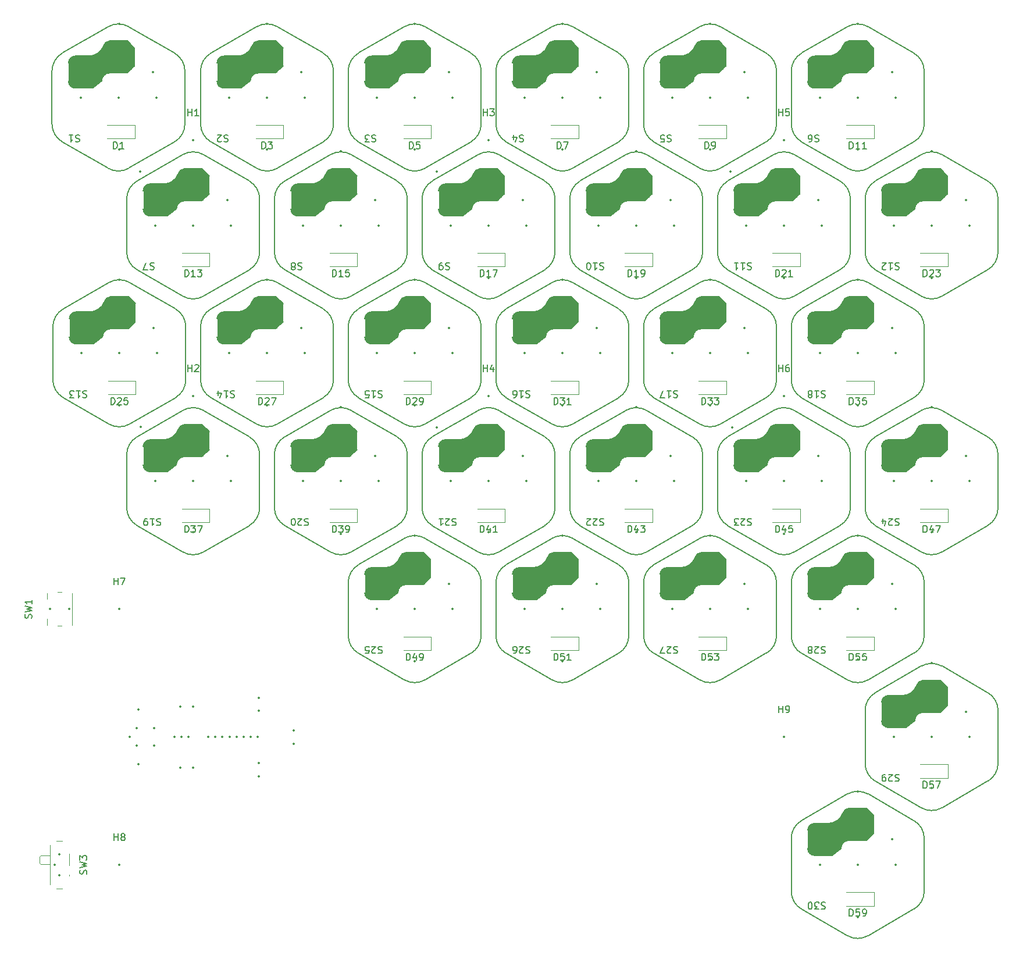
<source format=gto>
%TF.GenerationSoftware,KiCad,Pcbnew,7.0.9*%
%TF.CreationDate,2024-02-04T22:05:17+05:30*%
%TF.ProjectId,Reversible Keyboard,52657665-7273-4696-926c-65204b657962,rev?*%
%TF.SameCoordinates,Original*%
%TF.FileFunction,Legend,Top*%
%TF.FilePolarity,Positive*%
%FSLAX46Y46*%
G04 Gerber Fmt 4.6, Leading zero omitted, Abs format (unit mm)*
G04 Created by KiCad (PCBNEW 7.0.9) date 2024-02-04 22:05:17*
%MOMM*%
%LPD*%
G01*
G04 APERTURE LIST*
%ADD10C,0.150000*%
%ADD11C,0.120000*%
%ADD12C,0.350000*%
G04 APERTURE END LIST*
D10*
X48958830Y-156496332D02*
X49006449Y-156353475D01*
X49006449Y-156353475D02*
X49006449Y-156115380D01*
X49006449Y-156115380D02*
X48958830Y-156020142D01*
X48958830Y-156020142D02*
X48911210Y-155972523D01*
X48911210Y-155972523D02*
X48815972Y-155924904D01*
X48815972Y-155924904D02*
X48720734Y-155924904D01*
X48720734Y-155924904D02*
X48625496Y-155972523D01*
X48625496Y-155972523D02*
X48577877Y-156020142D01*
X48577877Y-156020142D02*
X48530258Y-156115380D01*
X48530258Y-156115380D02*
X48482639Y-156305856D01*
X48482639Y-156305856D02*
X48435020Y-156401094D01*
X48435020Y-156401094D02*
X48387401Y-156448713D01*
X48387401Y-156448713D02*
X48292163Y-156496332D01*
X48292163Y-156496332D02*
X48196925Y-156496332D01*
X48196925Y-156496332D02*
X48101687Y-156448713D01*
X48101687Y-156448713D02*
X48054068Y-156401094D01*
X48054068Y-156401094D02*
X48006449Y-156305856D01*
X48006449Y-156305856D02*
X48006449Y-156067761D01*
X48006449Y-156067761D02*
X48054068Y-155924904D01*
X48006449Y-155591570D02*
X49006449Y-155353475D01*
X49006449Y-155353475D02*
X48292163Y-155162999D01*
X48292163Y-155162999D02*
X49006449Y-154972523D01*
X49006449Y-154972523D02*
X48006449Y-154734428D01*
X48006449Y-154448713D02*
X48006449Y-153829666D01*
X48006449Y-153829666D02*
X48387401Y-154162999D01*
X48387401Y-154162999D02*
X48387401Y-154020142D01*
X48387401Y-154020142D02*
X48435020Y-153924904D01*
X48435020Y-153924904D02*
X48482639Y-153877285D01*
X48482639Y-153877285D02*
X48577877Y-153829666D01*
X48577877Y-153829666D02*
X48815972Y-153829666D01*
X48815972Y-153829666D02*
X48911210Y-153877285D01*
X48911210Y-153877285D02*
X48958830Y-153924904D01*
X48958830Y-153924904D02*
X49006449Y-154020142D01*
X49006449Y-154020142D02*
X49006449Y-154305856D01*
X49006449Y-154305856D02*
X48958830Y-154401094D01*
X48958830Y-154401094D02*
X48911210Y-154448713D01*
X40954140Y-119257212D02*
X41001759Y-119114355D01*
X41001759Y-119114355D02*
X41001759Y-118876260D01*
X41001759Y-118876260D02*
X40954140Y-118781022D01*
X40954140Y-118781022D02*
X40906520Y-118733403D01*
X40906520Y-118733403D02*
X40811282Y-118685784D01*
X40811282Y-118685784D02*
X40716044Y-118685784D01*
X40716044Y-118685784D02*
X40620806Y-118733403D01*
X40620806Y-118733403D02*
X40573187Y-118781022D01*
X40573187Y-118781022D02*
X40525568Y-118876260D01*
X40525568Y-118876260D02*
X40477949Y-119066736D01*
X40477949Y-119066736D02*
X40430330Y-119161974D01*
X40430330Y-119161974D02*
X40382711Y-119209593D01*
X40382711Y-119209593D02*
X40287473Y-119257212D01*
X40287473Y-119257212D02*
X40192235Y-119257212D01*
X40192235Y-119257212D02*
X40096997Y-119209593D01*
X40096997Y-119209593D02*
X40049378Y-119161974D01*
X40049378Y-119161974D02*
X40001759Y-119066736D01*
X40001759Y-119066736D02*
X40001759Y-118828641D01*
X40001759Y-118828641D02*
X40049378Y-118685784D01*
X40001759Y-118352450D02*
X41001759Y-118114355D01*
X41001759Y-118114355D02*
X40287473Y-117923879D01*
X40287473Y-117923879D02*
X41001759Y-117733403D01*
X41001759Y-117733403D02*
X40001759Y-117495308D01*
X41001759Y-116590546D02*
X41001759Y-117161974D01*
X41001759Y-116876260D02*
X40001759Y-116876260D01*
X40001759Y-116876260D02*
X40144616Y-116971498D01*
X40144616Y-116971498D02*
X40239854Y-117066736D01*
X40239854Y-117066736D02*
X40287473Y-117161974D01*
X113515350Y-123416680D02*
X113372493Y-123369060D01*
X113372493Y-123369060D02*
X113134398Y-123369060D01*
X113134398Y-123369060D02*
X113039160Y-123416680D01*
X113039160Y-123416680D02*
X112991541Y-123464299D01*
X112991541Y-123464299D02*
X112943922Y-123559537D01*
X112943922Y-123559537D02*
X112943922Y-123654775D01*
X112943922Y-123654775D02*
X112991541Y-123750013D01*
X112991541Y-123750013D02*
X113039160Y-123797632D01*
X113039160Y-123797632D02*
X113134398Y-123845251D01*
X113134398Y-123845251D02*
X113324874Y-123892870D01*
X113324874Y-123892870D02*
X113420112Y-123940489D01*
X113420112Y-123940489D02*
X113467731Y-123988108D01*
X113467731Y-123988108D02*
X113515350Y-124083346D01*
X113515350Y-124083346D02*
X113515350Y-124178584D01*
X113515350Y-124178584D02*
X113467731Y-124273822D01*
X113467731Y-124273822D02*
X113420112Y-124321441D01*
X113420112Y-124321441D02*
X113324874Y-124369060D01*
X113324874Y-124369060D02*
X113086779Y-124369060D01*
X113086779Y-124369060D02*
X112943922Y-124321441D01*
X112562969Y-124273822D02*
X112515350Y-124321441D01*
X112515350Y-124321441D02*
X112420112Y-124369060D01*
X112420112Y-124369060D02*
X112182017Y-124369060D01*
X112182017Y-124369060D02*
X112086779Y-124321441D01*
X112086779Y-124321441D02*
X112039160Y-124273822D01*
X112039160Y-124273822D02*
X111991541Y-124178584D01*
X111991541Y-124178584D02*
X111991541Y-124083346D01*
X111991541Y-124083346D02*
X112039160Y-123940489D01*
X112039160Y-123940489D02*
X112610588Y-123369060D01*
X112610588Y-123369060D02*
X111991541Y-123369060D01*
X111134398Y-124369060D02*
X111324874Y-124369060D01*
X111324874Y-124369060D02*
X111420112Y-124321441D01*
X111420112Y-124321441D02*
X111467731Y-124273822D01*
X111467731Y-124273822D02*
X111562969Y-124130965D01*
X111562969Y-124130965D02*
X111610588Y-123940489D01*
X111610588Y-123940489D02*
X111610588Y-123559537D01*
X111610588Y-123559537D02*
X111562969Y-123464299D01*
X111562969Y-123464299D02*
X111515350Y-123416680D01*
X111515350Y-123416680D02*
X111420112Y-123369060D01*
X111420112Y-123369060D02*
X111229636Y-123369060D01*
X111229636Y-123369060D02*
X111134398Y-123416680D01*
X111134398Y-123416680D02*
X111086779Y-123464299D01*
X111086779Y-123464299D02*
X111039160Y-123559537D01*
X111039160Y-123559537D02*
X111039160Y-123797632D01*
X111039160Y-123797632D02*
X111086779Y-123892870D01*
X111086779Y-123892870D02*
X111134398Y-123940489D01*
X111134398Y-123940489D02*
X111229636Y-123988108D01*
X111229636Y-123988108D02*
X111420112Y-123988108D01*
X111420112Y-123988108D02*
X111515350Y-123940489D01*
X111515350Y-123940489D02*
X111562969Y-123892870D01*
X111562969Y-123892870D02*
X111610588Y-123797632D01*
X117511905Y-50900459D02*
X117511905Y-49900459D01*
X117511905Y-49900459D02*
X117750000Y-49900459D01*
X117750000Y-49900459D02*
X117892857Y-49948078D01*
X117892857Y-49948078D02*
X117988095Y-50043316D01*
X117988095Y-50043316D02*
X118035714Y-50138554D01*
X118035714Y-50138554D02*
X118083333Y-50329030D01*
X118083333Y-50329030D02*
X118083333Y-50471887D01*
X118083333Y-50471887D02*
X118035714Y-50662363D01*
X118035714Y-50662363D02*
X117988095Y-50757601D01*
X117988095Y-50757601D02*
X117892857Y-50852840D01*
X117892857Y-50852840D02*
X117750000Y-50900459D01*
X117750000Y-50900459D02*
X117511905Y-50900459D01*
X118416667Y-49900459D02*
X119083333Y-49900459D01*
X119083333Y-49900459D02*
X118654762Y-50900459D01*
X91062969Y-48938440D02*
X90920112Y-48890820D01*
X90920112Y-48890820D02*
X90682017Y-48890820D01*
X90682017Y-48890820D02*
X90586779Y-48938440D01*
X90586779Y-48938440D02*
X90539160Y-48986059D01*
X90539160Y-48986059D02*
X90491541Y-49081297D01*
X90491541Y-49081297D02*
X90491541Y-49176535D01*
X90491541Y-49176535D02*
X90539160Y-49271773D01*
X90539160Y-49271773D02*
X90586779Y-49319392D01*
X90586779Y-49319392D02*
X90682017Y-49367011D01*
X90682017Y-49367011D02*
X90872493Y-49414630D01*
X90872493Y-49414630D02*
X90967731Y-49462249D01*
X90967731Y-49462249D02*
X91015350Y-49509868D01*
X91015350Y-49509868D02*
X91062969Y-49605106D01*
X91062969Y-49605106D02*
X91062969Y-49700344D01*
X91062969Y-49700344D02*
X91015350Y-49795582D01*
X91015350Y-49795582D02*
X90967731Y-49843201D01*
X90967731Y-49843201D02*
X90872493Y-49890820D01*
X90872493Y-49890820D02*
X90634398Y-49890820D01*
X90634398Y-49890820D02*
X90491541Y-49843201D01*
X90158207Y-49890820D02*
X89539160Y-49890820D01*
X89539160Y-49890820D02*
X89872493Y-49509868D01*
X89872493Y-49509868D02*
X89729636Y-49509868D01*
X89729636Y-49509868D02*
X89634398Y-49462249D01*
X89634398Y-49462249D02*
X89586779Y-49414630D01*
X89586779Y-49414630D02*
X89539160Y-49319392D01*
X89539160Y-49319392D02*
X89539160Y-49081297D01*
X89539160Y-49081297D02*
X89586779Y-48986059D01*
X89586779Y-48986059D02*
X89634398Y-48938440D01*
X89634398Y-48938440D02*
X89729636Y-48890820D01*
X89729636Y-48890820D02*
X90015350Y-48890820D01*
X90015350Y-48890820D02*
X90110588Y-48938440D01*
X90110588Y-48938440D02*
X90158207Y-48986059D01*
X127785714Y-69520019D02*
X127785714Y-68520019D01*
X127785714Y-68520019D02*
X128023809Y-68520019D01*
X128023809Y-68520019D02*
X128166666Y-68567638D01*
X128166666Y-68567638D02*
X128261904Y-68662876D01*
X128261904Y-68662876D02*
X128309523Y-68758114D01*
X128309523Y-68758114D02*
X128357142Y-68948590D01*
X128357142Y-68948590D02*
X128357142Y-69091447D01*
X128357142Y-69091447D02*
X128309523Y-69281923D01*
X128309523Y-69281923D02*
X128261904Y-69377161D01*
X128261904Y-69377161D02*
X128166666Y-69472400D01*
X128166666Y-69472400D02*
X128023809Y-69520019D01*
X128023809Y-69520019D02*
X127785714Y-69520019D01*
X129309523Y-69520019D02*
X128738095Y-69520019D01*
X129023809Y-69520019D02*
X129023809Y-68520019D01*
X129023809Y-68520019D02*
X128928571Y-68662876D01*
X128928571Y-68662876D02*
X128833333Y-68758114D01*
X128833333Y-68758114D02*
X128738095Y-68805733D01*
X129785714Y-69520019D02*
X129976190Y-69520019D01*
X129976190Y-69520019D02*
X130071428Y-69472400D01*
X130071428Y-69472400D02*
X130119047Y-69424780D01*
X130119047Y-69424780D02*
X130214285Y-69281923D01*
X130214285Y-69281923D02*
X130261904Y-69091447D01*
X130261904Y-69091447D02*
X130261904Y-68710495D01*
X130261904Y-68710495D02*
X130214285Y-68615257D01*
X130214285Y-68615257D02*
X130166666Y-68567638D01*
X130166666Y-68567638D02*
X130071428Y-68520019D01*
X130071428Y-68520019D02*
X129880952Y-68520019D01*
X129880952Y-68520019D02*
X129785714Y-68567638D01*
X129785714Y-68567638D02*
X129738095Y-68615257D01*
X129738095Y-68615257D02*
X129690476Y-68710495D01*
X129690476Y-68710495D02*
X129690476Y-68948590D01*
X129690476Y-68948590D02*
X129738095Y-69043828D01*
X129738095Y-69043828D02*
X129785714Y-69091447D01*
X129785714Y-69091447D02*
X129880952Y-69139066D01*
X129880952Y-69139066D02*
X130071428Y-69139066D01*
X130071428Y-69139066D02*
X130166666Y-69091447D01*
X130166666Y-69091447D02*
X130214285Y-69043828D01*
X130214285Y-69043828D02*
X130261904Y-68948590D01*
X160035714Y-125378699D02*
X160035714Y-124378699D01*
X160035714Y-124378699D02*
X160273809Y-124378699D01*
X160273809Y-124378699D02*
X160416666Y-124426318D01*
X160416666Y-124426318D02*
X160511904Y-124521556D01*
X160511904Y-124521556D02*
X160559523Y-124616794D01*
X160559523Y-124616794D02*
X160607142Y-124807270D01*
X160607142Y-124807270D02*
X160607142Y-124950127D01*
X160607142Y-124950127D02*
X160559523Y-125140603D01*
X160559523Y-125140603D02*
X160511904Y-125235841D01*
X160511904Y-125235841D02*
X160416666Y-125331080D01*
X160416666Y-125331080D02*
X160273809Y-125378699D01*
X160273809Y-125378699D02*
X160035714Y-125378699D01*
X161511904Y-124378699D02*
X161035714Y-124378699D01*
X161035714Y-124378699D02*
X160988095Y-124854889D01*
X160988095Y-124854889D02*
X161035714Y-124807270D01*
X161035714Y-124807270D02*
X161130952Y-124759651D01*
X161130952Y-124759651D02*
X161369047Y-124759651D01*
X161369047Y-124759651D02*
X161464285Y-124807270D01*
X161464285Y-124807270D02*
X161511904Y-124854889D01*
X161511904Y-124854889D02*
X161559523Y-124950127D01*
X161559523Y-124950127D02*
X161559523Y-125188222D01*
X161559523Y-125188222D02*
X161511904Y-125283460D01*
X161511904Y-125283460D02*
X161464285Y-125331080D01*
X161464285Y-125331080D02*
X161369047Y-125378699D01*
X161369047Y-125378699D02*
X161130952Y-125378699D01*
X161130952Y-125378699D02*
X161035714Y-125331080D01*
X161035714Y-125331080D02*
X160988095Y-125283460D01*
X162464285Y-124378699D02*
X161988095Y-124378699D01*
X161988095Y-124378699D02*
X161940476Y-124854889D01*
X161940476Y-124854889D02*
X161988095Y-124807270D01*
X161988095Y-124807270D02*
X162083333Y-124759651D01*
X162083333Y-124759651D02*
X162321428Y-124759651D01*
X162321428Y-124759651D02*
X162416666Y-124807270D01*
X162416666Y-124807270D02*
X162464285Y-124854889D01*
X162464285Y-124854889D02*
X162511904Y-124950127D01*
X162511904Y-124950127D02*
X162511904Y-125188222D01*
X162511904Y-125188222D02*
X162464285Y-125283460D01*
X162464285Y-125283460D02*
X162416666Y-125331080D01*
X162416666Y-125331080D02*
X162321428Y-125378699D01*
X162321428Y-125378699D02*
X162083333Y-125378699D01*
X162083333Y-125378699D02*
X161988095Y-125331080D01*
X161988095Y-125331080D02*
X161940476Y-125283460D01*
X74035714Y-88139579D02*
X74035714Y-87139579D01*
X74035714Y-87139579D02*
X74273809Y-87139579D01*
X74273809Y-87139579D02*
X74416666Y-87187198D01*
X74416666Y-87187198D02*
X74511904Y-87282436D01*
X74511904Y-87282436D02*
X74559523Y-87377674D01*
X74559523Y-87377674D02*
X74607142Y-87568150D01*
X74607142Y-87568150D02*
X74607142Y-87711007D01*
X74607142Y-87711007D02*
X74559523Y-87901483D01*
X74559523Y-87901483D02*
X74511904Y-87996721D01*
X74511904Y-87996721D02*
X74416666Y-88091960D01*
X74416666Y-88091960D02*
X74273809Y-88139579D01*
X74273809Y-88139579D02*
X74035714Y-88139579D01*
X74988095Y-87234817D02*
X75035714Y-87187198D01*
X75035714Y-87187198D02*
X75130952Y-87139579D01*
X75130952Y-87139579D02*
X75369047Y-87139579D01*
X75369047Y-87139579D02*
X75464285Y-87187198D01*
X75464285Y-87187198D02*
X75511904Y-87234817D01*
X75511904Y-87234817D02*
X75559523Y-87330055D01*
X75559523Y-87330055D02*
X75559523Y-87425293D01*
X75559523Y-87425293D02*
X75511904Y-87568150D01*
X75511904Y-87568150D02*
X74940476Y-88139579D01*
X74940476Y-88139579D02*
X75559523Y-88139579D01*
X75892857Y-87139579D02*
X76559523Y-87139579D01*
X76559523Y-87139579D02*
X76130952Y-88139579D01*
X124265350Y-104797120D02*
X124122493Y-104749500D01*
X124122493Y-104749500D02*
X123884398Y-104749500D01*
X123884398Y-104749500D02*
X123789160Y-104797120D01*
X123789160Y-104797120D02*
X123741541Y-104844739D01*
X123741541Y-104844739D02*
X123693922Y-104939977D01*
X123693922Y-104939977D02*
X123693922Y-105035215D01*
X123693922Y-105035215D02*
X123741541Y-105130453D01*
X123741541Y-105130453D02*
X123789160Y-105178072D01*
X123789160Y-105178072D02*
X123884398Y-105225691D01*
X123884398Y-105225691D02*
X124074874Y-105273310D01*
X124074874Y-105273310D02*
X124170112Y-105320929D01*
X124170112Y-105320929D02*
X124217731Y-105368548D01*
X124217731Y-105368548D02*
X124265350Y-105463786D01*
X124265350Y-105463786D02*
X124265350Y-105559024D01*
X124265350Y-105559024D02*
X124217731Y-105654262D01*
X124217731Y-105654262D02*
X124170112Y-105701881D01*
X124170112Y-105701881D02*
X124074874Y-105749500D01*
X124074874Y-105749500D02*
X123836779Y-105749500D01*
X123836779Y-105749500D02*
X123693922Y-105701881D01*
X123312969Y-105654262D02*
X123265350Y-105701881D01*
X123265350Y-105701881D02*
X123170112Y-105749500D01*
X123170112Y-105749500D02*
X122932017Y-105749500D01*
X122932017Y-105749500D02*
X122836779Y-105701881D01*
X122836779Y-105701881D02*
X122789160Y-105654262D01*
X122789160Y-105654262D02*
X122741541Y-105559024D01*
X122741541Y-105559024D02*
X122741541Y-105463786D01*
X122741541Y-105463786D02*
X122789160Y-105320929D01*
X122789160Y-105320929D02*
X123360588Y-104749500D01*
X123360588Y-104749500D02*
X122741541Y-104749500D01*
X122360588Y-105654262D02*
X122312969Y-105701881D01*
X122312969Y-105701881D02*
X122217731Y-105749500D01*
X122217731Y-105749500D02*
X121979636Y-105749500D01*
X121979636Y-105749500D02*
X121884398Y-105701881D01*
X121884398Y-105701881D02*
X121836779Y-105654262D01*
X121836779Y-105654262D02*
X121789160Y-105559024D01*
X121789160Y-105559024D02*
X121789160Y-105463786D01*
X121789160Y-105463786D02*
X121836779Y-105320929D01*
X121836779Y-105320929D02*
X122408207Y-104749500D01*
X122408207Y-104749500D02*
X121789160Y-104749500D01*
X124265350Y-67558000D02*
X124122493Y-67510380D01*
X124122493Y-67510380D02*
X123884398Y-67510380D01*
X123884398Y-67510380D02*
X123789160Y-67558000D01*
X123789160Y-67558000D02*
X123741541Y-67605619D01*
X123741541Y-67605619D02*
X123693922Y-67700857D01*
X123693922Y-67700857D02*
X123693922Y-67796095D01*
X123693922Y-67796095D02*
X123741541Y-67891333D01*
X123741541Y-67891333D02*
X123789160Y-67938952D01*
X123789160Y-67938952D02*
X123884398Y-67986571D01*
X123884398Y-67986571D02*
X124074874Y-68034190D01*
X124074874Y-68034190D02*
X124170112Y-68081809D01*
X124170112Y-68081809D02*
X124217731Y-68129428D01*
X124217731Y-68129428D02*
X124265350Y-68224666D01*
X124265350Y-68224666D02*
X124265350Y-68319904D01*
X124265350Y-68319904D02*
X124217731Y-68415142D01*
X124217731Y-68415142D02*
X124170112Y-68462761D01*
X124170112Y-68462761D02*
X124074874Y-68510380D01*
X124074874Y-68510380D02*
X123836779Y-68510380D01*
X123836779Y-68510380D02*
X123693922Y-68462761D01*
X122741541Y-67510380D02*
X123312969Y-67510380D01*
X123027255Y-67510380D02*
X123027255Y-68510380D01*
X123027255Y-68510380D02*
X123122493Y-68367523D01*
X123122493Y-68367523D02*
X123217731Y-68272285D01*
X123217731Y-68272285D02*
X123312969Y-68224666D01*
X122122493Y-68510380D02*
X122027255Y-68510380D01*
X122027255Y-68510380D02*
X121932017Y-68462761D01*
X121932017Y-68462761D02*
X121884398Y-68415142D01*
X121884398Y-68415142D02*
X121836779Y-68319904D01*
X121836779Y-68319904D02*
X121789160Y-68129428D01*
X121789160Y-68129428D02*
X121789160Y-67891333D01*
X121789160Y-67891333D02*
X121836779Y-67700857D01*
X121836779Y-67700857D02*
X121884398Y-67605619D01*
X121884398Y-67605619D02*
X121932017Y-67558000D01*
X121932017Y-67558000D02*
X122027255Y-67510380D01*
X122027255Y-67510380D02*
X122122493Y-67510380D01*
X122122493Y-67510380D02*
X122217731Y-67558000D01*
X122217731Y-67558000D02*
X122265350Y-67605619D01*
X122265350Y-67605619D02*
X122312969Y-67700857D01*
X122312969Y-67700857D02*
X122360588Y-67891333D01*
X122360588Y-67891333D02*
X122360588Y-68129428D01*
X122360588Y-68129428D02*
X122312969Y-68319904D01*
X122312969Y-68319904D02*
X122265350Y-68415142D01*
X122265350Y-68415142D02*
X122217731Y-68462761D01*
X122217731Y-68462761D02*
X122122493Y-68510380D01*
X170785714Y-106759139D02*
X170785714Y-105759139D01*
X170785714Y-105759139D02*
X171023809Y-105759139D01*
X171023809Y-105759139D02*
X171166666Y-105806758D01*
X171166666Y-105806758D02*
X171261904Y-105901996D01*
X171261904Y-105901996D02*
X171309523Y-105997234D01*
X171309523Y-105997234D02*
X171357142Y-106187710D01*
X171357142Y-106187710D02*
X171357142Y-106330567D01*
X171357142Y-106330567D02*
X171309523Y-106521043D01*
X171309523Y-106521043D02*
X171261904Y-106616281D01*
X171261904Y-106616281D02*
X171166666Y-106711520D01*
X171166666Y-106711520D02*
X171023809Y-106759139D01*
X171023809Y-106759139D02*
X170785714Y-106759139D01*
X172214285Y-106092472D02*
X172214285Y-106759139D01*
X171976190Y-105711520D02*
X171738095Y-106425805D01*
X171738095Y-106425805D02*
X172357142Y-106425805D01*
X172642857Y-105759139D02*
X173309523Y-105759139D01*
X173309523Y-105759139D02*
X172880952Y-106759139D01*
X167265350Y-104797120D02*
X167122493Y-104749500D01*
X167122493Y-104749500D02*
X166884398Y-104749500D01*
X166884398Y-104749500D02*
X166789160Y-104797120D01*
X166789160Y-104797120D02*
X166741541Y-104844739D01*
X166741541Y-104844739D02*
X166693922Y-104939977D01*
X166693922Y-104939977D02*
X166693922Y-105035215D01*
X166693922Y-105035215D02*
X166741541Y-105130453D01*
X166741541Y-105130453D02*
X166789160Y-105178072D01*
X166789160Y-105178072D02*
X166884398Y-105225691D01*
X166884398Y-105225691D02*
X167074874Y-105273310D01*
X167074874Y-105273310D02*
X167170112Y-105320929D01*
X167170112Y-105320929D02*
X167217731Y-105368548D01*
X167217731Y-105368548D02*
X167265350Y-105463786D01*
X167265350Y-105463786D02*
X167265350Y-105559024D01*
X167265350Y-105559024D02*
X167217731Y-105654262D01*
X167217731Y-105654262D02*
X167170112Y-105701881D01*
X167170112Y-105701881D02*
X167074874Y-105749500D01*
X167074874Y-105749500D02*
X166836779Y-105749500D01*
X166836779Y-105749500D02*
X166693922Y-105701881D01*
X166312969Y-105654262D02*
X166265350Y-105701881D01*
X166265350Y-105701881D02*
X166170112Y-105749500D01*
X166170112Y-105749500D02*
X165932017Y-105749500D01*
X165932017Y-105749500D02*
X165836779Y-105701881D01*
X165836779Y-105701881D02*
X165789160Y-105654262D01*
X165789160Y-105654262D02*
X165741541Y-105559024D01*
X165741541Y-105559024D02*
X165741541Y-105463786D01*
X165741541Y-105463786D02*
X165789160Y-105320929D01*
X165789160Y-105320929D02*
X166360588Y-104749500D01*
X166360588Y-104749500D02*
X165741541Y-104749500D01*
X164884398Y-105416167D02*
X164884398Y-104749500D01*
X165122493Y-105797120D02*
X165360588Y-105082834D01*
X165360588Y-105082834D02*
X164741541Y-105082834D01*
X139011905Y-50900459D02*
X139011905Y-49900459D01*
X139011905Y-49900459D02*
X139250000Y-49900459D01*
X139250000Y-49900459D02*
X139392857Y-49948078D01*
X139392857Y-49948078D02*
X139488095Y-50043316D01*
X139488095Y-50043316D02*
X139535714Y-50138554D01*
X139535714Y-50138554D02*
X139583333Y-50329030D01*
X139583333Y-50329030D02*
X139583333Y-50471887D01*
X139583333Y-50471887D02*
X139535714Y-50662363D01*
X139535714Y-50662363D02*
X139488095Y-50757601D01*
X139488095Y-50757601D02*
X139392857Y-50852840D01*
X139392857Y-50852840D02*
X139250000Y-50900459D01*
X139250000Y-50900459D02*
X139011905Y-50900459D01*
X140059524Y-50900459D02*
X140250000Y-50900459D01*
X140250000Y-50900459D02*
X140345238Y-50852840D01*
X140345238Y-50852840D02*
X140392857Y-50805220D01*
X140392857Y-50805220D02*
X140488095Y-50662363D01*
X140488095Y-50662363D02*
X140535714Y-50471887D01*
X140535714Y-50471887D02*
X140535714Y-50090935D01*
X140535714Y-50090935D02*
X140488095Y-49995697D01*
X140488095Y-49995697D02*
X140440476Y-49948078D01*
X140440476Y-49948078D02*
X140345238Y-49900459D01*
X140345238Y-49900459D02*
X140154762Y-49900459D01*
X140154762Y-49900459D02*
X140059524Y-49948078D01*
X140059524Y-49948078D02*
X140011905Y-49995697D01*
X140011905Y-49995697D02*
X139964286Y-50090935D01*
X139964286Y-50090935D02*
X139964286Y-50329030D01*
X139964286Y-50329030D02*
X140011905Y-50424268D01*
X140011905Y-50424268D02*
X140059524Y-50471887D01*
X140059524Y-50471887D02*
X140154762Y-50519506D01*
X140154762Y-50519506D02*
X140345238Y-50519506D01*
X140345238Y-50519506D02*
X140440476Y-50471887D01*
X140440476Y-50471887D02*
X140488095Y-50424268D01*
X140488095Y-50424268D02*
X140535714Y-50329030D01*
X138535714Y-88139579D02*
X138535714Y-87139579D01*
X138535714Y-87139579D02*
X138773809Y-87139579D01*
X138773809Y-87139579D02*
X138916666Y-87187198D01*
X138916666Y-87187198D02*
X139011904Y-87282436D01*
X139011904Y-87282436D02*
X139059523Y-87377674D01*
X139059523Y-87377674D02*
X139107142Y-87568150D01*
X139107142Y-87568150D02*
X139107142Y-87711007D01*
X139107142Y-87711007D02*
X139059523Y-87901483D01*
X139059523Y-87901483D02*
X139011904Y-87996721D01*
X139011904Y-87996721D02*
X138916666Y-88091960D01*
X138916666Y-88091960D02*
X138773809Y-88139579D01*
X138773809Y-88139579D02*
X138535714Y-88139579D01*
X139440476Y-87139579D02*
X140059523Y-87139579D01*
X140059523Y-87139579D02*
X139726190Y-87520531D01*
X139726190Y-87520531D02*
X139869047Y-87520531D01*
X139869047Y-87520531D02*
X139964285Y-87568150D01*
X139964285Y-87568150D02*
X140011904Y-87615769D01*
X140011904Y-87615769D02*
X140059523Y-87711007D01*
X140059523Y-87711007D02*
X140059523Y-87949102D01*
X140059523Y-87949102D02*
X140011904Y-88044340D01*
X140011904Y-88044340D02*
X139964285Y-88091960D01*
X139964285Y-88091960D02*
X139869047Y-88139579D01*
X139869047Y-88139579D02*
X139583333Y-88139579D01*
X139583333Y-88139579D02*
X139488095Y-88091960D01*
X139488095Y-88091960D02*
X139440476Y-88044340D01*
X140392857Y-87139579D02*
X141011904Y-87139579D01*
X141011904Y-87139579D02*
X140678571Y-87520531D01*
X140678571Y-87520531D02*
X140821428Y-87520531D01*
X140821428Y-87520531D02*
X140916666Y-87568150D01*
X140916666Y-87568150D02*
X140964285Y-87615769D01*
X140964285Y-87615769D02*
X141011904Y-87711007D01*
X141011904Y-87711007D02*
X141011904Y-87949102D01*
X141011904Y-87949102D02*
X140964285Y-88044340D01*
X140964285Y-88044340D02*
X140916666Y-88091960D01*
X140916666Y-88091960D02*
X140821428Y-88139579D01*
X140821428Y-88139579D02*
X140535714Y-88139579D01*
X140535714Y-88139579D02*
X140440476Y-88091960D01*
X140440476Y-88091960D02*
X140392857Y-88044340D01*
X84785714Y-69520019D02*
X84785714Y-68520019D01*
X84785714Y-68520019D02*
X85023809Y-68520019D01*
X85023809Y-68520019D02*
X85166666Y-68567638D01*
X85166666Y-68567638D02*
X85261904Y-68662876D01*
X85261904Y-68662876D02*
X85309523Y-68758114D01*
X85309523Y-68758114D02*
X85357142Y-68948590D01*
X85357142Y-68948590D02*
X85357142Y-69091447D01*
X85357142Y-69091447D02*
X85309523Y-69281923D01*
X85309523Y-69281923D02*
X85261904Y-69377161D01*
X85261904Y-69377161D02*
X85166666Y-69472400D01*
X85166666Y-69472400D02*
X85023809Y-69520019D01*
X85023809Y-69520019D02*
X84785714Y-69520019D01*
X86309523Y-69520019D02*
X85738095Y-69520019D01*
X86023809Y-69520019D02*
X86023809Y-68520019D01*
X86023809Y-68520019D02*
X85928571Y-68662876D01*
X85928571Y-68662876D02*
X85833333Y-68758114D01*
X85833333Y-68758114D02*
X85738095Y-68805733D01*
X87214285Y-68520019D02*
X86738095Y-68520019D01*
X86738095Y-68520019D02*
X86690476Y-68996209D01*
X86690476Y-68996209D02*
X86738095Y-68948590D01*
X86738095Y-68948590D02*
X86833333Y-68900971D01*
X86833333Y-68900971D02*
X87071428Y-68900971D01*
X87071428Y-68900971D02*
X87166666Y-68948590D01*
X87166666Y-68948590D02*
X87214285Y-68996209D01*
X87214285Y-68996209D02*
X87261904Y-69091447D01*
X87261904Y-69091447D02*
X87261904Y-69329542D01*
X87261904Y-69329542D02*
X87214285Y-69424780D01*
X87214285Y-69424780D02*
X87166666Y-69472400D01*
X87166666Y-69472400D02*
X87071428Y-69520019D01*
X87071428Y-69520019D02*
X86833333Y-69520019D01*
X86833333Y-69520019D02*
X86738095Y-69472400D01*
X86738095Y-69472400D02*
X86690476Y-69424780D01*
X149738319Y-83346099D02*
X149738319Y-82346099D01*
X149738319Y-82822289D02*
X150309747Y-82822289D01*
X150309747Y-83346099D02*
X150309747Y-82346099D01*
X151214509Y-82346099D02*
X151024033Y-82346099D01*
X151024033Y-82346099D02*
X150928795Y-82393718D01*
X150928795Y-82393718D02*
X150881176Y-82441337D01*
X150881176Y-82441337D02*
X150785938Y-82584194D01*
X150785938Y-82584194D02*
X150738319Y-82774670D01*
X150738319Y-82774670D02*
X150738319Y-83155622D01*
X150738319Y-83155622D02*
X150785938Y-83250860D01*
X150785938Y-83250860D02*
X150833557Y-83298480D01*
X150833557Y-83298480D02*
X150928795Y-83346099D01*
X150928795Y-83346099D02*
X151119271Y-83346099D01*
X151119271Y-83346099D02*
X151214509Y-83298480D01*
X151214509Y-83298480D02*
X151262128Y-83250860D01*
X151262128Y-83250860D02*
X151309747Y-83155622D01*
X151309747Y-83155622D02*
X151309747Y-82917527D01*
X151309747Y-82917527D02*
X151262128Y-82822289D01*
X151262128Y-82822289D02*
X151214509Y-82774670D01*
X151214509Y-82774670D02*
X151119271Y-82727051D01*
X151119271Y-82727051D02*
X150928795Y-82727051D01*
X150928795Y-82727051D02*
X150833557Y-82774670D01*
X150833557Y-82774670D02*
X150785938Y-82822289D01*
X150785938Y-82822289D02*
X150738319Y-82917527D01*
X167265350Y-142036240D02*
X167122493Y-141988620D01*
X167122493Y-141988620D02*
X166884398Y-141988620D01*
X166884398Y-141988620D02*
X166789160Y-142036240D01*
X166789160Y-142036240D02*
X166741541Y-142083859D01*
X166741541Y-142083859D02*
X166693922Y-142179097D01*
X166693922Y-142179097D02*
X166693922Y-142274335D01*
X166693922Y-142274335D02*
X166741541Y-142369573D01*
X166741541Y-142369573D02*
X166789160Y-142417192D01*
X166789160Y-142417192D02*
X166884398Y-142464811D01*
X166884398Y-142464811D02*
X167074874Y-142512430D01*
X167074874Y-142512430D02*
X167170112Y-142560049D01*
X167170112Y-142560049D02*
X167217731Y-142607668D01*
X167217731Y-142607668D02*
X167265350Y-142702906D01*
X167265350Y-142702906D02*
X167265350Y-142798144D01*
X167265350Y-142798144D02*
X167217731Y-142893382D01*
X167217731Y-142893382D02*
X167170112Y-142941001D01*
X167170112Y-142941001D02*
X167074874Y-142988620D01*
X167074874Y-142988620D02*
X166836779Y-142988620D01*
X166836779Y-142988620D02*
X166693922Y-142941001D01*
X166312969Y-142893382D02*
X166265350Y-142941001D01*
X166265350Y-142941001D02*
X166170112Y-142988620D01*
X166170112Y-142988620D02*
X165932017Y-142988620D01*
X165932017Y-142988620D02*
X165836779Y-142941001D01*
X165836779Y-142941001D02*
X165789160Y-142893382D01*
X165789160Y-142893382D02*
X165741541Y-142798144D01*
X165741541Y-142798144D02*
X165741541Y-142702906D01*
X165741541Y-142702906D02*
X165789160Y-142560049D01*
X165789160Y-142560049D02*
X166360588Y-141988620D01*
X166360588Y-141988620D02*
X165741541Y-141988620D01*
X165265350Y-141988620D02*
X165074874Y-141988620D01*
X165074874Y-141988620D02*
X164979636Y-142036240D01*
X164979636Y-142036240D02*
X164932017Y-142083859D01*
X164932017Y-142083859D02*
X164836779Y-142226716D01*
X164836779Y-142226716D02*
X164789160Y-142417192D01*
X164789160Y-142417192D02*
X164789160Y-142798144D01*
X164789160Y-142798144D02*
X164836779Y-142893382D01*
X164836779Y-142893382D02*
X164884398Y-142941001D01*
X164884398Y-142941001D02*
X164979636Y-142988620D01*
X164979636Y-142988620D02*
X165170112Y-142988620D01*
X165170112Y-142988620D02*
X165265350Y-142941001D01*
X165265350Y-142941001D02*
X165312969Y-142893382D01*
X165312969Y-142893382D02*
X165360588Y-142798144D01*
X165360588Y-142798144D02*
X165360588Y-142560049D01*
X165360588Y-142560049D02*
X165312969Y-142464811D01*
X165312969Y-142464811D02*
X165265350Y-142417192D01*
X165265350Y-142417192D02*
X165170112Y-142369573D01*
X165170112Y-142369573D02*
X164979636Y-142369573D01*
X164979636Y-142369573D02*
X164884398Y-142417192D01*
X164884398Y-142417192D02*
X164836779Y-142464811D01*
X164836779Y-142464811D02*
X164789160Y-142560049D01*
X135015350Y-86177560D02*
X134872493Y-86129940D01*
X134872493Y-86129940D02*
X134634398Y-86129940D01*
X134634398Y-86129940D02*
X134539160Y-86177560D01*
X134539160Y-86177560D02*
X134491541Y-86225179D01*
X134491541Y-86225179D02*
X134443922Y-86320417D01*
X134443922Y-86320417D02*
X134443922Y-86415655D01*
X134443922Y-86415655D02*
X134491541Y-86510893D01*
X134491541Y-86510893D02*
X134539160Y-86558512D01*
X134539160Y-86558512D02*
X134634398Y-86606131D01*
X134634398Y-86606131D02*
X134824874Y-86653750D01*
X134824874Y-86653750D02*
X134920112Y-86701369D01*
X134920112Y-86701369D02*
X134967731Y-86748988D01*
X134967731Y-86748988D02*
X135015350Y-86844226D01*
X135015350Y-86844226D02*
X135015350Y-86939464D01*
X135015350Y-86939464D02*
X134967731Y-87034702D01*
X134967731Y-87034702D02*
X134920112Y-87082321D01*
X134920112Y-87082321D02*
X134824874Y-87129940D01*
X134824874Y-87129940D02*
X134586779Y-87129940D01*
X134586779Y-87129940D02*
X134443922Y-87082321D01*
X133491541Y-86129940D02*
X134062969Y-86129940D01*
X133777255Y-86129940D02*
X133777255Y-87129940D01*
X133777255Y-87129940D02*
X133872493Y-86987083D01*
X133872493Y-86987083D02*
X133967731Y-86891845D01*
X133967731Y-86891845D02*
X134062969Y-86844226D01*
X133158207Y-87129940D02*
X132491541Y-87129940D01*
X132491541Y-87129940D02*
X132920112Y-86129940D01*
X156515350Y-86177560D02*
X156372493Y-86129940D01*
X156372493Y-86129940D02*
X156134398Y-86129940D01*
X156134398Y-86129940D02*
X156039160Y-86177560D01*
X156039160Y-86177560D02*
X155991541Y-86225179D01*
X155991541Y-86225179D02*
X155943922Y-86320417D01*
X155943922Y-86320417D02*
X155943922Y-86415655D01*
X155943922Y-86415655D02*
X155991541Y-86510893D01*
X155991541Y-86510893D02*
X156039160Y-86558512D01*
X156039160Y-86558512D02*
X156134398Y-86606131D01*
X156134398Y-86606131D02*
X156324874Y-86653750D01*
X156324874Y-86653750D02*
X156420112Y-86701369D01*
X156420112Y-86701369D02*
X156467731Y-86748988D01*
X156467731Y-86748988D02*
X156515350Y-86844226D01*
X156515350Y-86844226D02*
X156515350Y-86939464D01*
X156515350Y-86939464D02*
X156467731Y-87034702D01*
X156467731Y-87034702D02*
X156420112Y-87082321D01*
X156420112Y-87082321D02*
X156324874Y-87129940D01*
X156324874Y-87129940D02*
X156086779Y-87129940D01*
X156086779Y-87129940D02*
X155943922Y-87082321D01*
X154991541Y-86129940D02*
X155562969Y-86129940D01*
X155277255Y-86129940D02*
X155277255Y-87129940D01*
X155277255Y-87129940D02*
X155372493Y-86987083D01*
X155372493Y-86987083D02*
X155467731Y-86891845D01*
X155467731Y-86891845D02*
X155562969Y-86844226D01*
X154420112Y-86701369D02*
X154515350Y-86748988D01*
X154515350Y-86748988D02*
X154562969Y-86796607D01*
X154562969Y-86796607D02*
X154610588Y-86891845D01*
X154610588Y-86891845D02*
X154610588Y-86939464D01*
X154610588Y-86939464D02*
X154562969Y-87034702D01*
X154562969Y-87034702D02*
X154515350Y-87082321D01*
X154515350Y-87082321D02*
X154420112Y-87129940D01*
X154420112Y-87129940D02*
X154229636Y-87129940D01*
X154229636Y-87129940D02*
X154134398Y-87082321D01*
X154134398Y-87082321D02*
X154086779Y-87034702D01*
X154086779Y-87034702D02*
X154039160Y-86939464D01*
X154039160Y-86939464D02*
X154039160Y-86891845D01*
X154039160Y-86891845D02*
X154086779Y-86796607D01*
X154086779Y-86796607D02*
X154134398Y-86748988D01*
X154134398Y-86748988D02*
X154229636Y-86701369D01*
X154229636Y-86701369D02*
X154420112Y-86701369D01*
X154420112Y-86701369D02*
X154515350Y-86653750D01*
X154515350Y-86653750D02*
X154562969Y-86606131D01*
X154562969Y-86606131D02*
X154610588Y-86510893D01*
X154610588Y-86510893D02*
X154610588Y-86320417D01*
X154610588Y-86320417D02*
X154562969Y-86225179D01*
X154562969Y-86225179D02*
X154515350Y-86177560D01*
X154515350Y-86177560D02*
X154420112Y-86129940D01*
X154420112Y-86129940D02*
X154229636Y-86129940D01*
X154229636Y-86129940D02*
X154134398Y-86177560D01*
X154134398Y-86177560D02*
X154086779Y-86225179D01*
X154086779Y-86225179D02*
X154039160Y-86320417D01*
X154039160Y-86320417D02*
X154039160Y-86510893D01*
X154039160Y-86510893D02*
X154086779Y-86606131D01*
X154086779Y-86606131D02*
X154134398Y-86653750D01*
X154134398Y-86653750D02*
X154229636Y-86701369D01*
X63738191Y-46106979D02*
X63738191Y-45106979D01*
X63738191Y-45583169D02*
X64309619Y-45583169D01*
X64309619Y-46106979D02*
X64309619Y-45106979D01*
X65309619Y-46106979D02*
X64738191Y-46106979D01*
X65023905Y-46106979D02*
X65023905Y-45106979D01*
X65023905Y-45106979D02*
X64928667Y-45249836D01*
X64928667Y-45249836D02*
X64833429Y-45345074D01*
X64833429Y-45345074D02*
X64738191Y-45392693D01*
X70515350Y-86177560D02*
X70372493Y-86129940D01*
X70372493Y-86129940D02*
X70134398Y-86129940D01*
X70134398Y-86129940D02*
X70039160Y-86177560D01*
X70039160Y-86177560D02*
X69991541Y-86225179D01*
X69991541Y-86225179D02*
X69943922Y-86320417D01*
X69943922Y-86320417D02*
X69943922Y-86415655D01*
X69943922Y-86415655D02*
X69991541Y-86510893D01*
X69991541Y-86510893D02*
X70039160Y-86558512D01*
X70039160Y-86558512D02*
X70134398Y-86606131D01*
X70134398Y-86606131D02*
X70324874Y-86653750D01*
X70324874Y-86653750D02*
X70420112Y-86701369D01*
X70420112Y-86701369D02*
X70467731Y-86748988D01*
X70467731Y-86748988D02*
X70515350Y-86844226D01*
X70515350Y-86844226D02*
X70515350Y-86939464D01*
X70515350Y-86939464D02*
X70467731Y-87034702D01*
X70467731Y-87034702D02*
X70420112Y-87082321D01*
X70420112Y-87082321D02*
X70324874Y-87129940D01*
X70324874Y-87129940D02*
X70086779Y-87129940D01*
X70086779Y-87129940D02*
X69943922Y-87082321D01*
X68991541Y-86129940D02*
X69562969Y-86129940D01*
X69277255Y-86129940D02*
X69277255Y-87129940D01*
X69277255Y-87129940D02*
X69372493Y-86987083D01*
X69372493Y-86987083D02*
X69467731Y-86891845D01*
X69467731Y-86891845D02*
X69562969Y-86844226D01*
X68134398Y-86796607D02*
X68134398Y-86129940D01*
X68372493Y-87177560D02*
X68610588Y-86463274D01*
X68610588Y-86463274D02*
X67991541Y-86463274D01*
X149738319Y-132998259D02*
X149738319Y-131998259D01*
X149738319Y-132474449D02*
X150309747Y-132474449D01*
X150309747Y-132998259D02*
X150309747Y-131998259D01*
X150833557Y-132998259D02*
X151024033Y-132998259D01*
X151024033Y-132998259D02*
X151119271Y-132950640D01*
X151119271Y-132950640D02*
X151166890Y-132903020D01*
X151166890Y-132903020D02*
X151262128Y-132760163D01*
X151262128Y-132760163D02*
X151309747Y-132569687D01*
X151309747Y-132569687D02*
X151309747Y-132188735D01*
X151309747Y-132188735D02*
X151262128Y-132093497D01*
X151262128Y-132093497D02*
X151214509Y-132045878D01*
X151214509Y-132045878D02*
X151119271Y-131998259D01*
X151119271Y-131998259D02*
X150928795Y-131998259D01*
X150928795Y-131998259D02*
X150833557Y-132045878D01*
X150833557Y-132045878D02*
X150785938Y-132093497D01*
X150785938Y-132093497D02*
X150738319Y-132188735D01*
X150738319Y-132188735D02*
X150738319Y-132426830D01*
X150738319Y-132426830D02*
X150785938Y-132522068D01*
X150785938Y-132522068D02*
X150833557Y-132569687D01*
X150833557Y-132569687D02*
X150928795Y-132617306D01*
X150928795Y-132617306D02*
X151119271Y-132617306D01*
X151119271Y-132617306D02*
X151214509Y-132569687D01*
X151214509Y-132569687D02*
X151262128Y-132522068D01*
X151262128Y-132522068D02*
X151309747Y-132426830D01*
X149285714Y-69520019D02*
X149285714Y-68520019D01*
X149285714Y-68520019D02*
X149523809Y-68520019D01*
X149523809Y-68520019D02*
X149666666Y-68567638D01*
X149666666Y-68567638D02*
X149761904Y-68662876D01*
X149761904Y-68662876D02*
X149809523Y-68758114D01*
X149809523Y-68758114D02*
X149857142Y-68948590D01*
X149857142Y-68948590D02*
X149857142Y-69091447D01*
X149857142Y-69091447D02*
X149809523Y-69281923D01*
X149809523Y-69281923D02*
X149761904Y-69377161D01*
X149761904Y-69377161D02*
X149666666Y-69472400D01*
X149666666Y-69472400D02*
X149523809Y-69520019D01*
X149523809Y-69520019D02*
X149285714Y-69520019D01*
X150238095Y-68615257D02*
X150285714Y-68567638D01*
X150285714Y-68567638D02*
X150380952Y-68520019D01*
X150380952Y-68520019D02*
X150619047Y-68520019D01*
X150619047Y-68520019D02*
X150714285Y-68567638D01*
X150714285Y-68567638D02*
X150761904Y-68615257D01*
X150761904Y-68615257D02*
X150809523Y-68710495D01*
X150809523Y-68710495D02*
X150809523Y-68805733D01*
X150809523Y-68805733D02*
X150761904Y-68948590D01*
X150761904Y-68948590D02*
X150190476Y-69520019D01*
X150190476Y-69520019D02*
X150809523Y-69520019D01*
X151761904Y-69520019D02*
X151190476Y-69520019D01*
X151476190Y-69520019D02*
X151476190Y-68520019D01*
X151476190Y-68520019D02*
X151380952Y-68662876D01*
X151380952Y-68662876D02*
X151285714Y-68758114D01*
X151285714Y-68758114D02*
X151190476Y-68805733D01*
X160035714Y-50900459D02*
X160035714Y-49900459D01*
X160035714Y-49900459D02*
X160273809Y-49900459D01*
X160273809Y-49900459D02*
X160416666Y-49948078D01*
X160416666Y-49948078D02*
X160511904Y-50043316D01*
X160511904Y-50043316D02*
X160559523Y-50138554D01*
X160559523Y-50138554D02*
X160607142Y-50329030D01*
X160607142Y-50329030D02*
X160607142Y-50471887D01*
X160607142Y-50471887D02*
X160559523Y-50662363D01*
X160559523Y-50662363D02*
X160511904Y-50757601D01*
X160511904Y-50757601D02*
X160416666Y-50852840D01*
X160416666Y-50852840D02*
X160273809Y-50900459D01*
X160273809Y-50900459D02*
X160035714Y-50900459D01*
X161559523Y-50900459D02*
X160988095Y-50900459D01*
X161273809Y-50900459D02*
X161273809Y-49900459D01*
X161273809Y-49900459D02*
X161178571Y-50043316D01*
X161178571Y-50043316D02*
X161083333Y-50138554D01*
X161083333Y-50138554D02*
X160988095Y-50186173D01*
X162511904Y-50900459D02*
X161940476Y-50900459D01*
X162226190Y-50900459D02*
X162226190Y-49900459D01*
X162226190Y-49900459D02*
X162130952Y-50043316D01*
X162130952Y-50043316D02*
X162035714Y-50138554D01*
X162035714Y-50138554D02*
X161940476Y-50186173D01*
X95535714Y-125378699D02*
X95535714Y-124378699D01*
X95535714Y-124378699D02*
X95773809Y-124378699D01*
X95773809Y-124378699D02*
X95916666Y-124426318D01*
X95916666Y-124426318D02*
X96011904Y-124521556D01*
X96011904Y-124521556D02*
X96059523Y-124616794D01*
X96059523Y-124616794D02*
X96107142Y-124807270D01*
X96107142Y-124807270D02*
X96107142Y-124950127D01*
X96107142Y-124950127D02*
X96059523Y-125140603D01*
X96059523Y-125140603D02*
X96011904Y-125235841D01*
X96011904Y-125235841D02*
X95916666Y-125331080D01*
X95916666Y-125331080D02*
X95773809Y-125378699D01*
X95773809Y-125378699D02*
X95535714Y-125378699D01*
X96964285Y-124712032D02*
X96964285Y-125378699D01*
X96726190Y-124331080D02*
X96488095Y-125045365D01*
X96488095Y-125045365D02*
X97107142Y-125045365D01*
X97535714Y-125378699D02*
X97726190Y-125378699D01*
X97726190Y-125378699D02*
X97821428Y-125331080D01*
X97821428Y-125331080D02*
X97869047Y-125283460D01*
X97869047Y-125283460D02*
X97964285Y-125140603D01*
X97964285Y-125140603D02*
X98011904Y-124950127D01*
X98011904Y-124950127D02*
X98011904Y-124569175D01*
X98011904Y-124569175D02*
X97964285Y-124473937D01*
X97964285Y-124473937D02*
X97916666Y-124426318D01*
X97916666Y-124426318D02*
X97821428Y-124378699D01*
X97821428Y-124378699D02*
X97630952Y-124378699D01*
X97630952Y-124378699D02*
X97535714Y-124426318D01*
X97535714Y-124426318D02*
X97488095Y-124473937D01*
X97488095Y-124473937D02*
X97440476Y-124569175D01*
X97440476Y-124569175D02*
X97440476Y-124807270D01*
X97440476Y-124807270D02*
X97488095Y-124902508D01*
X97488095Y-124902508D02*
X97535714Y-124950127D01*
X97535714Y-124950127D02*
X97630952Y-124997746D01*
X97630952Y-124997746D02*
X97821428Y-124997746D01*
X97821428Y-124997746D02*
X97916666Y-124950127D01*
X97916666Y-124950127D02*
X97964285Y-124902508D01*
X97964285Y-124902508D02*
X98011904Y-124807270D01*
X145765350Y-104797120D02*
X145622493Y-104749500D01*
X145622493Y-104749500D02*
X145384398Y-104749500D01*
X145384398Y-104749500D02*
X145289160Y-104797120D01*
X145289160Y-104797120D02*
X145241541Y-104844739D01*
X145241541Y-104844739D02*
X145193922Y-104939977D01*
X145193922Y-104939977D02*
X145193922Y-105035215D01*
X145193922Y-105035215D02*
X145241541Y-105130453D01*
X145241541Y-105130453D02*
X145289160Y-105178072D01*
X145289160Y-105178072D02*
X145384398Y-105225691D01*
X145384398Y-105225691D02*
X145574874Y-105273310D01*
X145574874Y-105273310D02*
X145670112Y-105320929D01*
X145670112Y-105320929D02*
X145717731Y-105368548D01*
X145717731Y-105368548D02*
X145765350Y-105463786D01*
X145765350Y-105463786D02*
X145765350Y-105559024D01*
X145765350Y-105559024D02*
X145717731Y-105654262D01*
X145717731Y-105654262D02*
X145670112Y-105701881D01*
X145670112Y-105701881D02*
X145574874Y-105749500D01*
X145574874Y-105749500D02*
X145336779Y-105749500D01*
X145336779Y-105749500D02*
X145193922Y-105701881D01*
X144812969Y-105654262D02*
X144765350Y-105701881D01*
X144765350Y-105701881D02*
X144670112Y-105749500D01*
X144670112Y-105749500D02*
X144432017Y-105749500D01*
X144432017Y-105749500D02*
X144336779Y-105701881D01*
X144336779Y-105701881D02*
X144289160Y-105654262D01*
X144289160Y-105654262D02*
X144241541Y-105559024D01*
X144241541Y-105559024D02*
X144241541Y-105463786D01*
X144241541Y-105463786D02*
X144289160Y-105320929D01*
X144289160Y-105320929D02*
X144860588Y-104749500D01*
X144860588Y-104749500D02*
X144241541Y-104749500D01*
X143908207Y-105749500D02*
X143289160Y-105749500D01*
X143289160Y-105749500D02*
X143622493Y-105368548D01*
X143622493Y-105368548D02*
X143479636Y-105368548D01*
X143479636Y-105368548D02*
X143384398Y-105320929D01*
X143384398Y-105320929D02*
X143336779Y-105273310D01*
X143336779Y-105273310D02*
X143289160Y-105178072D01*
X143289160Y-105178072D02*
X143289160Y-104939977D01*
X143289160Y-104939977D02*
X143336779Y-104844739D01*
X143336779Y-104844739D02*
X143384398Y-104797120D01*
X143384398Y-104797120D02*
X143479636Y-104749500D01*
X143479636Y-104749500D02*
X143765350Y-104749500D01*
X143765350Y-104749500D02*
X143860588Y-104797120D01*
X143860588Y-104797120D02*
X143908207Y-104844739D01*
X149285714Y-106759139D02*
X149285714Y-105759139D01*
X149285714Y-105759139D02*
X149523809Y-105759139D01*
X149523809Y-105759139D02*
X149666666Y-105806758D01*
X149666666Y-105806758D02*
X149761904Y-105901996D01*
X149761904Y-105901996D02*
X149809523Y-105997234D01*
X149809523Y-105997234D02*
X149857142Y-106187710D01*
X149857142Y-106187710D02*
X149857142Y-106330567D01*
X149857142Y-106330567D02*
X149809523Y-106521043D01*
X149809523Y-106521043D02*
X149761904Y-106616281D01*
X149761904Y-106616281D02*
X149666666Y-106711520D01*
X149666666Y-106711520D02*
X149523809Y-106759139D01*
X149523809Y-106759139D02*
X149285714Y-106759139D01*
X150714285Y-106092472D02*
X150714285Y-106759139D01*
X150476190Y-105711520D02*
X150238095Y-106425805D01*
X150238095Y-106425805D02*
X150857142Y-106425805D01*
X151714285Y-105759139D02*
X151238095Y-105759139D01*
X151238095Y-105759139D02*
X151190476Y-106235329D01*
X151190476Y-106235329D02*
X151238095Y-106187710D01*
X151238095Y-106187710D02*
X151333333Y-106140091D01*
X151333333Y-106140091D02*
X151571428Y-106140091D01*
X151571428Y-106140091D02*
X151666666Y-106187710D01*
X151666666Y-106187710D02*
X151714285Y-106235329D01*
X151714285Y-106235329D02*
X151761904Y-106330567D01*
X151761904Y-106330567D02*
X151761904Y-106568662D01*
X151761904Y-106568662D02*
X151714285Y-106663900D01*
X151714285Y-106663900D02*
X151666666Y-106711520D01*
X151666666Y-106711520D02*
X151571428Y-106759139D01*
X151571428Y-106759139D02*
X151333333Y-106759139D01*
X151333333Y-106759139D02*
X151238095Y-106711520D01*
X151238095Y-106711520D02*
X151190476Y-106663900D01*
X52988175Y-114378699D02*
X52988175Y-113378699D01*
X52988175Y-113854889D02*
X53559603Y-113854889D01*
X53559603Y-114378699D02*
X53559603Y-113378699D01*
X53940556Y-113378699D02*
X54607222Y-113378699D01*
X54607222Y-113378699D02*
X54178651Y-114378699D01*
X160035714Y-88139579D02*
X160035714Y-87139579D01*
X160035714Y-87139579D02*
X160273809Y-87139579D01*
X160273809Y-87139579D02*
X160416666Y-87187198D01*
X160416666Y-87187198D02*
X160511904Y-87282436D01*
X160511904Y-87282436D02*
X160559523Y-87377674D01*
X160559523Y-87377674D02*
X160607142Y-87568150D01*
X160607142Y-87568150D02*
X160607142Y-87711007D01*
X160607142Y-87711007D02*
X160559523Y-87901483D01*
X160559523Y-87901483D02*
X160511904Y-87996721D01*
X160511904Y-87996721D02*
X160416666Y-88091960D01*
X160416666Y-88091960D02*
X160273809Y-88139579D01*
X160273809Y-88139579D02*
X160035714Y-88139579D01*
X160940476Y-87139579D02*
X161559523Y-87139579D01*
X161559523Y-87139579D02*
X161226190Y-87520531D01*
X161226190Y-87520531D02*
X161369047Y-87520531D01*
X161369047Y-87520531D02*
X161464285Y-87568150D01*
X161464285Y-87568150D02*
X161511904Y-87615769D01*
X161511904Y-87615769D02*
X161559523Y-87711007D01*
X161559523Y-87711007D02*
X161559523Y-87949102D01*
X161559523Y-87949102D02*
X161511904Y-88044340D01*
X161511904Y-88044340D02*
X161464285Y-88091960D01*
X161464285Y-88091960D02*
X161369047Y-88139579D01*
X161369047Y-88139579D02*
X161083333Y-88139579D01*
X161083333Y-88139579D02*
X160988095Y-88091960D01*
X160988095Y-88091960D02*
X160940476Y-88044340D01*
X162464285Y-87139579D02*
X161988095Y-87139579D01*
X161988095Y-87139579D02*
X161940476Y-87615769D01*
X161940476Y-87615769D02*
X161988095Y-87568150D01*
X161988095Y-87568150D02*
X162083333Y-87520531D01*
X162083333Y-87520531D02*
X162321428Y-87520531D01*
X162321428Y-87520531D02*
X162416666Y-87568150D01*
X162416666Y-87568150D02*
X162464285Y-87615769D01*
X162464285Y-87615769D02*
X162511904Y-87711007D01*
X162511904Y-87711007D02*
X162511904Y-87949102D01*
X162511904Y-87949102D02*
X162464285Y-88044340D01*
X162464285Y-88044340D02*
X162416666Y-88091960D01*
X162416666Y-88091960D02*
X162321428Y-88139579D01*
X162321428Y-88139579D02*
X162083333Y-88139579D01*
X162083333Y-88139579D02*
X161988095Y-88091960D01*
X161988095Y-88091960D02*
X161940476Y-88044340D01*
X145765350Y-67558000D02*
X145622493Y-67510380D01*
X145622493Y-67510380D02*
X145384398Y-67510380D01*
X145384398Y-67510380D02*
X145289160Y-67558000D01*
X145289160Y-67558000D02*
X145241541Y-67605619D01*
X145241541Y-67605619D02*
X145193922Y-67700857D01*
X145193922Y-67700857D02*
X145193922Y-67796095D01*
X145193922Y-67796095D02*
X145241541Y-67891333D01*
X145241541Y-67891333D02*
X145289160Y-67938952D01*
X145289160Y-67938952D02*
X145384398Y-67986571D01*
X145384398Y-67986571D02*
X145574874Y-68034190D01*
X145574874Y-68034190D02*
X145670112Y-68081809D01*
X145670112Y-68081809D02*
X145717731Y-68129428D01*
X145717731Y-68129428D02*
X145765350Y-68224666D01*
X145765350Y-68224666D02*
X145765350Y-68319904D01*
X145765350Y-68319904D02*
X145717731Y-68415142D01*
X145717731Y-68415142D02*
X145670112Y-68462761D01*
X145670112Y-68462761D02*
X145574874Y-68510380D01*
X145574874Y-68510380D02*
X145336779Y-68510380D01*
X145336779Y-68510380D02*
X145193922Y-68462761D01*
X144241541Y-67510380D02*
X144812969Y-67510380D01*
X144527255Y-67510380D02*
X144527255Y-68510380D01*
X144527255Y-68510380D02*
X144622493Y-68367523D01*
X144622493Y-68367523D02*
X144717731Y-68272285D01*
X144717731Y-68272285D02*
X144812969Y-68224666D01*
X143289160Y-67510380D02*
X143860588Y-67510380D01*
X143574874Y-67510380D02*
X143574874Y-68510380D01*
X143574874Y-68510380D02*
X143670112Y-68367523D01*
X143670112Y-68367523D02*
X143765350Y-68272285D01*
X143765350Y-68272285D02*
X143860588Y-68224666D01*
X102765350Y-104797120D02*
X102622493Y-104749500D01*
X102622493Y-104749500D02*
X102384398Y-104749500D01*
X102384398Y-104749500D02*
X102289160Y-104797120D01*
X102289160Y-104797120D02*
X102241541Y-104844739D01*
X102241541Y-104844739D02*
X102193922Y-104939977D01*
X102193922Y-104939977D02*
X102193922Y-105035215D01*
X102193922Y-105035215D02*
X102241541Y-105130453D01*
X102241541Y-105130453D02*
X102289160Y-105178072D01*
X102289160Y-105178072D02*
X102384398Y-105225691D01*
X102384398Y-105225691D02*
X102574874Y-105273310D01*
X102574874Y-105273310D02*
X102670112Y-105320929D01*
X102670112Y-105320929D02*
X102717731Y-105368548D01*
X102717731Y-105368548D02*
X102765350Y-105463786D01*
X102765350Y-105463786D02*
X102765350Y-105559024D01*
X102765350Y-105559024D02*
X102717731Y-105654262D01*
X102717731Y-105654262D02*
X102670112Y-105701881D01*
X102670112Y-105701881D02*
X102574874Y-105749500D01*
X102574874Y-105749500D02*
X102336779Y-105749500D01*
X102336779Y-105749500D02*
X102193922Y-105701881D01*
X101812969Y-105654262D02*
X101765350Y-105701881D01*
X101765350Y-105701881D02*
X101670112Y-105749500D01*
X101670112Y-105749500D02*
X101432017Y-105749500D01*
X101432017Y-105749500D02*
X101336779Y-105701881D01*
X101336779Y-105701881D02*
X101289160Y-105654262D01*
X101289160Y-105654262D02*
X101241541Y-105559024D01*
X101241541Y-105559024D02*
X101241541Y-105463786D01*
X101241541Y-105463786D02*
X101289160Y-105320929D01*
X101289160Y-105320929D02*
X101860588Y-104749500D01*
X101860588Y-104749500D02*
X101241541Y-104749500D01*
X100289160Y-104749500D02*
X100860588Y-104749500D01*
X100574874Y-104749500D02*
X100574874Y-105749500D01*
X100574874Y-105749500D02*
X100670112Y-105606643D01*
X100670112Y-105606643D02*
X100765350Y-105511405D01*
X100765350Y-105511405D02*
X100860588Y-105463786D01*
X59765350Y-104797120D02*
X59622493Y-104749500D01*
X59622493Y-104749500D02*
X59384398Y-104749500D01*
X59384398Y-104749500D02*
X59289160Y-104797120D01*
X59289160Y-104797120D02*
X59241541Y-104844739D01*
X59241541Y-104844739D02*
X59193922Y-104939977D01*
X59193922Y-104939977D02*
X59193922Y-105035215D01*
X59193922Y-105035215D02*
X59241541Y-105130453D01*
X59241541Y-105130453D02*
X59289160Y-105178072D01*
X59289160Y-105178072D02*
X59384398Y-105225691D01*
X59384398Y-105225691D02*
X59574874Y-105273310D01*
X59574874Y-105273310D02*
X59670112Y-105320929D01*
X59670112Y-105320929D02*
X59717731Y-105368548D01*
X59717731Y-105368548D02*
X59765350Y-105463786D01*
X59765350Y-105463786D02*
X59765350Y-105559024D01*
X59765350Y-105559024D02*
X59717731Y-105654262D01*
X59717731Y-105654262D02*
X59670112Y-105701881D01*
X59670112Y-105701881D02*
X59574874Y-105749500D01*
X59574874Y-105749500D02*
X59336779Y-105749500D01*
X59336779Y-105749500D02*
X59193922Y-105701881D01*
X58241541Y-104749500D02*
X58812969Y-104749500D01*
X58527255Y-104749500D02*
X58527255Y-105749500D01*
X58527255Y-105749500D02*
X58622493Y-105606643D01*
X58622493Y-105606643D02*
X58717731Y-105511405D01*
X58717731Y-105511405D02*
X58812969Y-105463786D01*
X57765350Y-104749500D02*
X57574874Y-104749500D01*
X57574874Y-104749500D02*
X57479636Y-104797120D01*
X57479636Y-104797120D02*
X57432017Y-104844739D01*
X57432017Y-104844739D02*
X57336779Y-104987596D01*
X57336779Y-104987596D02*
X57289160Y-105178072D01*
X57289160Y-105178072D02*
X57289160Y-105559024D01*
X57289160Y-105559024D02*
X57336779Y-105654262D01*
X57336779Y-105654262D02*
X57384398Y-105701881D01*
X57384398Y-105701881D02*
X57479636Y-105749500D01*
X57479636Y-105749500D02*
X57670112Y-105749500D01*
X57670112Y-105749500D02*
X57765350Y-105701881D01*
X57765350Y-105701881D02*
X57812969Y-105654262D01*
X57812969Y-105654262D02*
X57860588Y-105559024D01*
X57860588Y-105559024D02*
X57860588Y-105320929D01*
X57860588Y-105320929D02*
X57812969Y-105225691D01*
X57812969Y-105225691D02*
X57765350Y-105178072D01*
X57765350Y-105178072D02*
X57670112Y-105130453D01*
X57670112Y-105130453D02*
X57479636Y-105130453D01*
X57479636Y-105130453D02*
X57384398Y-105178072D01*
X57384398Y-105178072D02*
X57336779Y-105225691D01*
X57336779Y-105225691D02*
X57289160Y-105320929D01*
X134062969Y-48938440D02*
X133920112Y-48890820D01*
X133920112Y-48890820D02*
X133682017Y-48890820D01*
X133682017Y-48890820D02*
X133586779Y-48938440D01*
X133586779Y-48938440D02*
X133539160Y-48986059D01*
X133539160Y-48986059D02*
X133491541Y-49081297D01*
X133491541Y-49081297D02*
X133491541Y-49176535D01*
X133491541Y-49176535D02*
X133539160Y-49271773D01*
X133539160Y-49271773D02*
X133586779Y-49319392D01*
X133586779Y-49319392D02*
X133682017Y-49367011D01*
X133682017Y-49367011D02*
X133872493Y-49414630D01*
X133872493Y-49414630D02*
X133967731Y-49462249D01*
X133967731Y-49462249D02*
X134015350Y-49509868D01*
X134015350Y-49509868D02*
X134062969Y-49605106D01*
X134062969Y-49605106D02*
X134062969Y-49700344D01*
X134062969Y-49700344D02*
X134015350Y-49795582D01*
X134015350Y-49795582D02*
X133967731Y-49843201D01*
X133967731Y-49843201D02*
X133872493Y-49890820D01*
X133872493Y-49890820D02*
X133634398Y-49890820D01*
X133634398Y-49890820D02*
X133491541Y-49843201D01*
X132586779Y-49890820D02*
X133062969Y-49890820D01*
X133062969Y-49890820D02*
X133110588Y-49414630D01*
X133110588Y-49414630D02*
X133062969Y-49462249D01*
X133062969Y-49462249D02*
X132967731Y-49509868D01*
X132967731Y-49509868D02*
X132729636Y-49509868D01*
X132729636Y-49509868D02*
X132634398Y-49462249D01*
X132634398Y-49462249D02*
X132586779Y-49414630D01*
X132586779Y-49414630D02*
X132539160Y-49319392D01*
X132539160Y-49319392D02*
X132539160Y-49081297D01*
X132539160Y-49081297D02*
X132586779Y-48986059D01*
X132586779Y-48986059D02*
X132634398Y-48938440D01*
X132634398Y-48938440D02*
X132729636Y-48890820D01*
X132729636Y-48890820D02*
X132967731Y-48890820D01*
X132967731Y-48890820D02*
X133062969Y-48938440D01*
X133062969Y-48938440D02*
X133110588Y-48986059D01*
X149738319Y-46106979D02*
X149738319Y-45106979D01*
X149738319Y-45583169D02*
X150309747Y-45583169D01*
X150309747Y-46106979D02*
X150309747Y-45106979D01*
X151262128Y-45106979D02*
X150785938Y-45106979D01*
X150785938Y-45106979D02*
X150738319Y-45583169D01*
X150738319Y-45583169D02*
X150785938Y-45535550D01*
X150785938Y-45535550D02*
X150881176Y-45487931D01*
X150881176Y-45487931D02*
X151119271Y-45487931D01*
X151119271Y-45487931D02*
X151214509Y-45535550D01*
X151214509Y-45535550D02*
X151262128Y-45583169D01*
X151262128Y-45583169D02*
X151309747Y-45678407D01*
X151309747Y-45678407D02*
X151309747Y-45916502D01*
X151309747Y-45916502D02*
X151262128Y-46011740D01*
X151262128Y-46011740D02*
X151214509Y-46059360D01*
X151214509Y-46059360D02*
X151119271Y-46106979D01*
X151119271Y-46106979D02*
X150881176Y-46106979D01*
X150881176Y-46106979D02*
X150785938Y-46059360D01*
X150785938Y-46059360D02*
X150738319Y-46011740D01*
X52886905Y-50900459D02*
X52886905Y-49900459D01*
X52886905Y-49900459D02*
X53125000Y-49900459D01*
X53125000Y-49900459D02*
X53267857Y-49948078D01*
X53267857Y-49948078D02*
X53363095Y-50043316D01*
X53363095Y-50043316D02*
X53410714Y-50138554D01*
X53410714Y-50138554D02*
X53458333Y-50329030D01*
X53458333Y-50329030D02*
X53458333Y-50471887D01*
X53458333Y-50471887D02*
X53410714Y-50662363D01*
X53410714Y-50662363D02*
X53363095Y-50757601D01*
X53363095Y-50757601D02*
X53267857Y-50852840D01*
X53267857Y-50852840D02*
X53125000Y-50900459D01*
X53125000Y-50900459D02*
X52886905Y-50900459D01*
X54410714Y-50900459D02*
X53839286Y-50900459D01*
X54125000Y-50900459D02*
X54125000Y-49900459D01*
X54125000Y-49900459D02*
X54029762Y-50043316D01*
X54029762Y-50043316D02*
X53934524Y-50138554D01*
X53934524Y-50138554D02*
X53839286Y-50186173D01*
X155562969Y-48938440D02*
X155420112Y-48890820D01*
X155420112Y-48890820D02*
X155182017Y-48890820D01*
X155182017Y-48890820D02*
X155086779Y-48938440D01*
X155086779Y-48938440D02*
X155039160Y-48986059D01*
X155039160Y-48986059D02*
X154991541Y-49081297D01*
X154991541Y-49081297D02*
X154991541Y-49176535D01*
X154991541Y-49176535D02*
X155039160Y-49271773D01*
X155039160Y-49271773D02*
X155086779Y-49319392D01*
X155086779Y-49319392D02*
X155182017Y-49367011D01*
X155182017Y-49367011D02*
X155372493Y-49414630D01*
X155372493Y-49414630D02*
X155467731Y-49462249D01*
X155467731Y-49462249D02*
X155515350Y-49509868D01*
X155515350Y-49509868D02*
X155562969Y-49605106D01*
X155562969Y-49605106D02*
X155562969Y-49700344D01*
X155562969Y-49700344D02*
X155515350Y-49795582D01*
X155515350Y-49795582D02*
X155467731Y-49843201D01*
X155467731Y-49843201D02*
X155372493Y-49890820D01*
X155372493Y-49890820D02*
X155134398Y-49890820D01*
X155134398Y-49890820D02*
X154991541Y-49843201D01*
X154134398Y-49890820D02*
X154324874Y-49890820D01*
X154324874Y-49890820D02*
X154420112Y-49843201D01*
X154420112Y-49843201D02*
X154467731Y-49795582D01*
X154467731Y-49795582D02*
X154562969Y-49652725D01*
X154562969Y-49652725D02*
X154610588Y-49462249D01*
X154610588Y-49462249D02*
X154610588Y-49081297D01*
X154610588Y-49081297D02*
X154562969Y-48986059D01*
X154562969Y-48986059D02*
X154515350Y-48938440D01*
X154515350Y-48938440D02*
X154420112Y-48890820D01*
X154420112Y-48890820D02*
X154229636Y-48890820D01*
X154229636Y-48890820D02*
X154134398Y-48938440D01*
X154134398Y-48938440D02*
X154086779Y-48986059D01*
X154086779Y-48986059D02*
X154039160Y-49081297D01*
X154039160Y-49081297D02*
X154039160Y-49319392D01*
X154039160Y-49319392D02*
X154086779Y-49414630D01*
X154086779Y-49414630D02*
X154134398Y-49462249D01*
X154134398Y-49462249D02*
X154229636Y-49509868D01*
X154229636Y-49509868D02*
X154420112Y-49509868D01*
X154420112Y-49509868D02*
X154515350Y-49462249D01*
X154515350Y-49462249D02*
X154562969Y-49414630D01*
X154562969Y-49414630D02*
X154610588Y-49319392D01*
X101812969Y-67558000D02*
X101670112Y-67510380D01*
X101670112Y-67510380D02*
X101432017Y-67510380D01*
X101432017Y-67510380D02*
X101336779Y-67558000D01*
X101336779Y-67558000D02*
X101289160Y-67605619D01*
X101289160Y-67605619D02*
X101241541Y-67700857D01*
X101241541Y-67700857D02*
X101241541Y-67796095D01*
X101241541Y-67796095D02*
X101289160Y-67891333D01*
X101289160Y-67891333D02*
X101336779Y-67938952D01*
X101336779Y-67938952D02*
X101432017Y-67986571D01*
X101432017Y-67986571D02*
X101622493Y-68034190D01*
X101622493Y-68034190D02*
X101717731Y-68081809D01*
X101717731Y-68081809D02*
X101765350Y-68129428D01*
X101765350Y-68129428D02*
X101812969Y-68224666D01*
X101812969Y-68224666D02*
X101812969Y-68319904D01*
X101812969Y-68319904D02*
X101765350Y-68415142D01*
X101765350Y-68415142D02*
X101717731Y-68462761D01*
X101717731Y-68462761D02*
X101622493Y-68510380D01*
X101622493Y-68510380D02*
X101384398Y-68510380D01*
X101384398Y-68510380D02*
X101241541Y-68462761D01*
X100765350Y-67510380D02*
X100574874Y-67510380D01*
X100574874Y-67510380D02*
X100479636Y-67558000D01*
X100479636Y-67558000D02*
X100432017Y-67605619D01*
X100432017Y-67605619D02*
X100336779Y-67748476D01*
X100336779Y-67748476D02*
X100289160Y-67938952D01*
X100289160Y-67938952D02*
X100289160Y-68319904D01*
X100289160Y-68319904D02*
X100336779Y-68415142D01*
X100336779Y-68415142D02*
X100384398Y-68462761D01*
X100384398Y-68462761D02*
X100479636Y-68510380D01*
X100479636Y-68510380D02*
X100670112Y-68510380D01*
X100670112Y-68510380D02*
X100765350Y-68462761D01*
X100765350Y-68462761D02*
X100812969Y-68415142D01*
X100812969Y-68415142D02*
X100860588Y-68319904D01*
X100860588Y-68319904D02*
X100860588Y-68081809D01*
X100860588Y-68081809D02*
X100812969Y-67986571D01*
X100812969Y-67986571D02*
X100765350Y-67938952D01*
X100765350Y-67938952D02*
X100670112Y-67891333D01*
X100670112Y-67891333D02*
X100479636Y-67891333D01*
X100479636Y-67891333D02*
X100384398Y-67938952D01*
X100384398Y-67938952D02*
X100336779Y-67986571D01*
X100336779Y-67986571D02*
X100289160Y-68081809D01*
X135015350Y-123416680D02*
X134872493Y-123369060D01*
X134872493Y-123369060D02*
X134634398Y-123369060D01*
X134634398Y-123369060D02*
X134539160Y-123416680D01*
X134539160Y-123416680D02*
X134491541Y-123464299D01*
X134491541Y-123464299D02*
X134443922Y-123559537D01*
X134443922Y-123559537D02*
X134443922Y-123654775D01*
X134443922Y-123654775D02*
X134491541Y-123750013D01*
X134491541Y-123750013D02*
X134539160Y-123797632D01*
X134539160Y-123797632D02*
X134634398Y-123845251D01*
X134634398Y-123845251D02*
X134824874Y-123892870D01*
X134824874Y-123892870D02*
X134920112Y-123940489D01*
X134920112Y-123940489D02*
X134967731Y-123988108D01*
X134967731Y-123988108D02*
X135015350Y-124083346D01*
X135015350Y-124083346D02*
X135015350Y-124178584D01*
X135015350Y-124178584D02*
X134967731Y-124273822D01*
X134967731Y-124273822D02*
X134920112Y-124321441D01*
X134920112Y-124321441D02*
X134824874Y-124369060D01*
X134824874Y-124369060D02*
X134586779Y-124369060D01*
X134586779Y-124369060D02*
X134443922Y-124321441D01*
X134062969Y-124273822D02*
X134015350Y-124321441D01*
X134015350Y-124321441D02*
X133920112Y-124369060D01*
X133920112Y-124369060D02*
X133682017Y-124369060D01*
X133682017Y-124369060D02*
X133586779Y-124321441D01*
X133586779Y-124321441D02*
X133539160Y-124273822D01*
X133539160Y-124273822D02*
X133491541Y-124178584D01*
X133491541Y-124178584D02*
X133491541Y-124083346D01*
X133491541Y-124083346D02*
X133539160Y-123940489D01*
X133539160Y-123940489D02*
X134110588Y-123369060D01*
X134110588Y-123369060D02*
X133491541Y-123369060D01*
X133158207Y-124369060D02*
X132491541Y-124369060D01*
X132491541Y-124369060D02*
X132920112Y-123369060D01*
X156515350Y-123416680D02*
X156372493Y-123369060D01*
X156372493Y-123369060D02*
X156134398Y-123369060D01*
X156134398Y-123369060D02*
X156039160Y-123416680D01*
X156039160Y-123416680D02*
X155991541Y-123464299D01*
X155991541Y-123464299D02*
X155943922Y-123559537D01*
X155943922Y-123559537D02*
X155943922Y-123654775D01*
X155943922Y-123654775D02*
X155991541Y-123750013D01*
X155991541Y-123750013D02*
X156039160Y-123797632D01*
X156039160Y-123797632D02*
X156134398Y-123845251D01*
X156134398Y-123845251D02*
X156324874Y-123892870D01*
X156324874Y-123892870D02*
X156420112Y-123940489D01*
X156420112Y-123940489D02*
X156467731Y-123988108D01*
X156467731Y-123988108D02*
X156515350Y-124083346D01*
X156515350Y-124083346D02*
X156515350Y-124178584D01*
X156515350Y-124178584D02*
X156467731Y-124273822D01*
X156467731Y-124273822D02*
X156420112Y-124321441D01*
X156420112Y-124321441D02*
X156324874Y-124369060D01*
X156324874Y-124369060D02*
X156086779Y-124369060D01*
X156086779Y-124369060D02*
X155943922Y-124321441D01*
X155562969Y-124273822D02*
X155515350Y-124321441D01*
X155515350Y-124321441D02*
X155420112Y-124369060D01*
X155420112Y-124369060D02*
X155182017Y-124369060D01*
X155182017Y-124369060D02*
X155086779Y-124321441D01*
X155086779Y-124321441D02*
X155039160Y-124273822D01*
X155039160Y-124273822D02*
X154991541Y-124178584D01*
X154991541Y-124178584D02*
X154991541Y-124083346D01*
X154991541Y-124083346D02*
X155039160Y-123940489D01*
X155039160Y-123940489D02*
X155610588Y-123369060D01*
X155610588Y-123369060D02*
X154991541Y-123369060D01*
X154420112Y-123940489D02*
X154515350Y-123988108D01*
X154515350Y-123988108D02*
X154562969Y-124035727D01*
X154562969Y-124035727D02*
X154610588Y-124130965D01*
X154610588Y-124130965D02*
X154610588Y-124178584D01*
X154610588Y-124178584D02*
X154562969Y-124273822D01*
X154562969Y-124273822D02*
X154515350Y-124321441D01*
X154515350Y-124321441D02*
X154420112Y-124369060D01*
X154420112Y-124369060D02*
X154229636Y-124369060D01*
X154229636Y-124369060D02*
X154134398Y-124321441D01*
X154134398Y-124321441D02*
X154086779Y-124273822D01*
X154086779Y-124273822D02*
X154039160Y-124178584D01*
X154039160Y-124178584D02*
X154039160Y-124130965D01*
X154039160Y-124130965D02*
X154086779Y-124035727D01*
X154086779Y-124035727D02*
X154134398Y-123988108D01*
X154134398Y-123988108D02*
X154229636Y-123940489D01*
X154229636Y-123940489D02*
X154420112Y-123940489D01*
X154420112Y-123940489D02*
X154515350Y-123892870D01*
X154515350Y-123892870D02*
X154562969Y-123845251D01*
X154562969Y-123845251D02*
X154610588Y-123750013D01*
X154610588Y-123750013D02*
X154610588Y-123559537D01*
X154610588Y-123559537D02*
X154562969Y-123464299D01*
X154562969Y-123464299D02*
X154515350Y-123416680D01*
X154515350Y-123416680D02*
X154420112Y-123369060D01*
X154420112Y-123369060D02*
X154229636Y-123369060D01*
X154229636Y-123369060D02*
X154134398Y-123416680D01*
X154134398Y-123416680D02*
X154086779Y-123464299D01*
X154086779Y-123464299D02*
X154039160Y-123559537D01*
X154039160Y-123559537D02*
X154039160Y-123750013D01*
X154039160Y-123750013D02*
X154086779Y-123845251D01*
X154086779Y-123845251D02*
X154134398Y-123892870D01*
X154134398Y-123892870D02*
X154229636Y-123940489D01*
X52988175Y-151617819D02*
X52988175Y-150617819D01*
X52988175Y-151094009D02*
X53559603Y-151094009D01*
X53559603Y-151617819D02*
X53559603Y-150617819D01*
X54178651Y-151046390D02*
X54083413Y-150998771D01*
X54083413Y-150998771D02*
X54035794Y-150951152D01*
X54035794Y-150951152D02*
X53988175Y-150855914D01*
X53988175Y-150855914D02*
X53988175Y-150808295D01*
X53988175Y-150808295D02*
X54035794Y-150713057D01*
X54035794Y-150713057D02*
X54083413Y-150665438D01*
X54083413Y-150665438D02*
X54178651Y-150617819D01*
X54178651Y-150617819D02*
X54369127Y-150617819D01*
X54369127Y-150617819D02*
X54464365Y-150665438D01*
X54464365Y-150665438D02*
X54511984Y-150713057D01*
X54511984Y-150713057D02*
X54559603Y-150808295D01*
X54559603Y-150808295D02*
X54559603Y-150855914D01*
X54559603Y-150855914D02*
X54511984Y-150951152D01*
X54511984Y-150951152D02*
X54464365Y-150998771D01*
X54464365Y-150998771D02*
X54369127Y-151046390D01*
X54369127Y-151046390D02*
X54178651Y-151046390D01*
X54178651Y-151046390D02*
X54083413Y-151094009D01*
X54083413Y-151094009D02*
X54035794Y-151141628D01*
X54035794Y-151141628D02*
X53988175Y-151236866D01*
X53988175Y-151236866D02*
X53988175Y-151427342D01*
X53988175Y-151427342D02*
X54035794Y-151522580D01*
X54035794Y-151522580D02*
X54083413Y-151570200D01*
X54083413Y-151570200D02*
X54178651Y-151617819D01*
X54178651Y-151617819D02*
X54369127Y-151617819D01*
X54369127Y-151617819D02*
X54464365Y-151570200D01*
X54464365Y-151570200D02*
X54511984Y-151522580D01*
X54511984Y-151522580D02*
X54559603Y-151427342D01*
X54559603Y-151427342D02*
X54559603Y-151236866D01*
X54559603Y-151236866D02*
X54511984Y-151141628D01*
X54511984Y-151141628D02*
X54464365Y-151094009D01*
X54464365Y-151094009D02*
X54369127Y-151046390D01*
X95535714Y-88139579D02*
X95535714Y-87139579D01*
X95535714Y-87139579D02*
X95773809Y-87139579D01*
X95773809Y-87139579D02*
X95916666Y-87187198D01*
X95916666Y-87187198D02*
X96011904Y-87282436D01*
X96011904Y-87282436D02*
X96059523Y-87377674D01*
X96059523Y-87377674D02*
X96107142Y-87568150D01*
X96107142Y-87568150D02*
X96107142Y-87711007D01*
X96107142Y-87711007D02*
X96059523Y-87901483D01*
X96059523Y-87901483D02*
X96011904Y-87996721D01*
X96011904Y-87996721D02*
X95916666Y-88091960D01*
X95916666Y-88091960D02*
X95773809Y-88139579D01*
X95773809Y-88139579D02*
X95535714Y-88139579D01*
X96488095Y-87234817D02*
X96535714Y-87187198D01*
X96535714Y-87187198D02*
X96630952Y-87139579D01*
X96630952Y-87139579D02*
X96869047Y-87139579D01*
X96869047Y-87139579D02*
X96964285Y-87187198D01*
X96964285Y-87187198D02*
X97011904Y-87234817D01*
X97011904Y-87234817D02*
X97059523Y-87330055D01*
X97059523Y-87330055D02*
X97059523Y-87425293D01*
X97059523Y-87425293D02*
X97011904Y-87568150D01*
X97011904Y-87568150D02*
X96440476Y-88139579D01*
X96440476Y-88139579D02*
X97059523Y-88139579D01*
X97535714Y-88139579D02*
X97726190Y-88139579D01*
X97726190Y-88139579D02*
X97821428Y-88091960D01*
X97821428Y-88091960D02*
X97869047Y-88044340D01*
X97869047Y-88044340D02*
X97964285Y-87901483D01*
X97964285Y-87901483D02*
X98011904Y-87711007D01*
X98011904Y-87711007D02*
X98011904Y-87330055D01*
X98011904Y-87330055D02*
X97964285Y-87234817D01*
X97964285Y-87234817D02*
X97916666Y-87187198D01*
X97916666Y-87187198D02*
X97821428Y-87139579D01*
X97821428Y-87139579D02*
X97630952Y-87139579D01*
X97630952Y-87139579D02*
X97535714Y-87187198D01*
X97535714Y-87187198D02*
X97488095Y-87234817D01*
X97488095Y-87234817D02*
X97440476Y-87330055D01*
X97440476Y-87330055D02*
X97440476Y-87568150D01*
X97440476Y-87568150D02*
X97488095Y-87663388D01*
X97488095Y-87663388D02*
X97535714Y-87711007D01*
X97535714Y-87711007D02*
X97630952Y-87758626D01*
X97630952Y-87758626D02*
X97821428Y-87758626D01*
X97821428Y-87758626D02*
X97916666Y-87711007D01*
X97916666Y-87711007D02*
X97964285Y-87663388D01*
X97964285Y-87663388D02*
X98011904Y-87568150D01*
X156515350Y-160655800D02*
X156372493Y-160608180D01*
X156372493Y-160608180D02*
X156134398Y-160608180D01*
X156134398Y-160608180D02*
X156039160Y-160655800D01*
X156039160Y-160655800D02*
X155991541Y-160703419D01*
X155991541Y-160703419D02*
X155943922Y-160798657D01*
X155943922Y-160798657D02*
X155943922Y-160893895D01*
X155943922Y-160893895D02*
X155991541Y-160989133D01*
X155991541Y-160989133D02*
X156039160Y-161036752D01*
X156039160Y-161036752D02*
X156134398Y-161084371D01*
X156134398Y-161084371D02*
X156324874Y-161131990D01*
X156324874Y-161131990D02*
X156420112Y-161179609D01*
X156420112Y-161179609D02*
X156467731Y-161227228D01*
X156467731Y-161227228D02*
X156515350Y-161322466D01*
X156515350Y-161322466D02*
X156515350Y-161417704D01*
X156515350Y-161417704D02*
X156467731Y-161512942D01*
X156467731Y-161512942D02*
X156420112Y-161560561D01*
X156420112Y-161560561D02*
X156324874Y-161608180D01*
X156324874Y-161608180D02*
X156086779Y-161608180D01*
X156086779Y-161608180D02*
X155943922Y-161560561D01*
X155610588Y-161608180D02*
X154991541Y-161608180D01*
X154991541Y-161608180D02*
X155324874Y-161227228D01*
X155324874Y-161227228D02*
X155182017Y-161227228D01*
X155182017Y-161227228D02*
X155086779Y-161179609D01*
X155086779Y-161179609D02*
X155039160Y-161131990D01*
X155039160Y-161131990D02*
X154991541Y-161036752D01*
X154991541Y-161036752D02*
X154991541Y-160798657D01*
X154991541Y-160798657D02*
X155039160Y-160703419D01*
X155039160Y-160703419D02*
X155086779Y-160655800D01*
X155086779Y-160655800D02*
X155182017Y-160608180D01*
X155182017Y-160608180D02*
X155467731Y-160608180D01*
X155467731Y-160608180D02*
X155562969Y-160655800D01*
X155562969Y-160655800D02*
X155610588Y-160703419D01*
X154372493Y-161608180D02*
X154277255Y-161608180D01*
X154277255Y-161608180D02*
X154182017Y-161560561D01*
X154182017Y-161560561D02*
X154134398Y-161512942D01*
X154134398Y-161512942D02*
X154086779Y-161417704D01*
X154086779Y-161417704D02*
X154039160Y-161227228D01*
X154039160Y-161227228D02*
X154039160Y-160989133D01*
X154039160Y-160989133D02*
X154086779Y-160798657D01*
X154086779Y-160798657D02*
X154134398Y-160703419D01*
X154134398Y-160703419D02*
X154182017Y-160655800D01*
X154182017Y-160655800D02*
X154277255Y-160608180D01*
X154277255Y-160608180D02*
X154372493Y-160608180D01*
X154372493Y-160608180D02*
X154467731Y-160655800D01*
X154467731Y-160655800D02*
X154515350Y-160703419D01*
X154515350Y-160703419D02*
X154562969Y-160798657D01*
X154562969Y-160798657D02*
X154610588Y-160989133D01*
X154610588Y-160989133D02*
X154610588Y-161227228D01*
X154610588Y-161227228D02*
X154562969Y-161417704D01*
X154562969Y-161417704D02*
X154515350Y-161512942D01*
X154515350Y-161512942D02*
X154467731Y-161560561D01*
X154467731Y-161560561D02*
X154372493Y-161608180D01*
X92015350Y-123416680D02*
X91872493Y-123369060D01*
X91872493Y-123369060D02*
X91634398Y-123369060D01*
X91634398Y-123369060D02*
X91539160Y-123416680D01*
X91539160Y-123416680D02*
X91491541Y-123464299D01*
X91491541Y-123464299D02*
X91443922Y-123559537D01*
X91443922Y-123559537D02*
X91443922Y-123654775D01*
X91443922Y-123654775D02*
X91491541Y-123750013D01*
X91491541Y-123750013D02*
X91539160Y-123797632D01*
X91539160Y-123797632D02*
X91634398Y-123845251D01*
X91634398Y-123845251D02*
X91824874Y-123892870D01*
X91824874Y-123892870D02*
X91920112Y-123940489D01*
X91920112Y-123940489D02*
X91967731Y-123988108D01*
X91967731Y-123988108D02*
X92015350Y-124083346D01*
X92015350Y-124083346D02*
X92015350Y-124178584D01*
X92015350Y-124178584D02*
X91967731Y-124273822D01*
X91967731Y-124273822D02*
X91920112Y-124321441D01*
X91920112Y-124321441D02*
X91824874Y-124369060D01*
X91824874Y-124369060D02*
X91586779Y-124369060D01*
X91586779Y-124369060D02*
X91443922Y-124321441D01*
X91062969Y-124273822D02*
X91015350Y-124321441D01*
X91015350Y-124321441D02*
X90920112Y-124369060D01*
X90920112Y-124369060D02*
X90682017Y-124369060D01*
X90682017Y-124369060D02*
X90586779Y-124321441D01*
X90586779Y-124321441D02*
X90539160Y-124273822D01*
X90539160Y-124273822D02*
X90491541Y-124178584D01*
X90491541Y-124178584D02*
X90491541Y-124083346D01*
X90491541Y-124083346D02*
X90539160Y-123940489D01*
X90539160Y-123940489D02*
X91110588Y-123369060D01*
X91110588Y-123369060D02*
X90491541Y-123369060D01*
X89586779Y-124369060D02*
X90062969Y-124369060D01*
X90062969Y-124369060D02*
X90110588Y-123892870D01*
X90110588Y-123892870D02*
X90062969Y-123940489D01*
X90062969Y-123940489D02*
X89967731Y-123988108D01*
X89967731Y-123988108D02*
X89729636Y-123988108D01*
X89729636Y-123988108D02*
X89634398Y-123940489D01*
X89634398Y-123940489D02*
X89586779Y-123892870D01*
X89586779Y-123892870D02*
X89539160Y-123797632D01*
X89539160Y-123797632D02*
X89539160Y-123559537D01*
X89539160Y-123559537D02*
X89586779Y-123464299D01*
X89586779Y-123464299D02*
X89634398Y-123416680D01*
X89634398Y-123416680D02*
X89729636Y-123369060D01*
X89729636Y-123369060D02*
X89967731Y-123369060D01*
X89967731Y-123369060D02*
X90062969Y-123416680D01*
X90062969Y-123416680D02*
X90110588Y-123464299D01*
X74511905Y-50900459D02*
X74511905Y-49900459D01*
X74511905Y-49900459D02*
X74750000Y-49900459D01*
X74750000Y-49900459D02*
X74892857Y-49948078D01*
X74892857Y-49948078D02*
X74988095Y-50043316D01*
X74988095Y-50043316D02*
X75035714Y-50138554D01*
X75035714Y-50138554D02*
X75083333Y-50329030D01*
X75083333Y-50329030D02*
X75083333Y-50471887D01*
X75083333Y-50471887D02*
X75035714Y-50662363D01*
X75035714Y-50662363D02*
X74988095Y-50757601D01*
X74988095Y-50757601D02*
X74892857Y-50852840D01*
X74892857Y-50852840D02*
X74750000Y-50900459D01*
X74750000Y-50900459D02*
X74511905Y-50900459D01*
X75416667Y-49900459D02*
X76035714Y-49900459D01*
X76035714Y-49900459D02*
X75702381Y-50281411D01*
X75702381Y-50281411D02*
X75845238Y-50281411D01*
X75845238Y-50281411D02*
X75940476Y-50329030D01*
X75940476Y-50329030D02*
X75988095Y-50376649D01*
X75988095Y-50376649D02*
X76035714Y-50471887D01*
X76035714Y-50471887D02*
X76035714Y-50709982D01*
X76035714Y-50709982D02*
X75988095Y-50805220D01*
X75988095Y-50805220D02*
X75940476Y-50852840D01*
X75940476Y-50852840D02*
X75845238Y-50900459D01*
X75845238Y-50900459D02*
X75559524Y-50900459D01*
X75559524Y-50900459D02*
X75464286Y-50852840D01*
X75464286Y-50852840D02*
X75416667Y-50805220D01*
X81265350Y-104797120D02*
X81122493Y-104749500D01*
X81122493Y-104749500D02*
X80884398Y-104749500D01*
X80884398Y-104749500D02*
X80789160Y-104797120D01*
X80789160Y-104797120D02*
X80741541Y-104844739D01*
X80741541Y-104844739D02*
X80693922Y-104939977D01*
X80693922Y-104939977D02*
X80693922Y-105035215D01*
X80693922Y-105035215D02*
X80741541Y-105130453D01*
X80741541Y-105130453D02*
X80789160Y-105178072D01*
X80789160Y-105178072D02*
X80884398Y-105225691D01*
X80884398Y-105225691D02*
X81074874Y-105273310D01*
X81074874Y-105273310D02*
X81170112Y-105320929D01*
X81170112Y-105320929D02*
X81217731Y-105368548D01*
X81217731Y-105368548D02*
X81265350Y-105463786D01*
X81265350Y-105463786D02*
X81265350Y-105559024D01*
X81265350Y-105559024D02*
X81217731Y-105654262D01*
X81217731Y-105654262D02*
X81170112Y-105701881D01*
X81170112Y-105701881D02*
X81074874Y-105749500D01*
X81074874Y-105749500D02*
X80836779Y-105749500D01*
X80836779Y-105749500D02*
X80693922Y-105701881D01*
X80312969Y-105654262D02*
X80265350Y-105701881D01*
X80265350Y-105701881D02*
X80170112Y-105749500D01*
X80170112Y-105749500D02*
X79932017Y-105749500D01*
X79932017Y-105749500D02*
X79836779Y-105701881D01*
X79836779Y-105701881D02*
X79789160Y-105654262D01*
X79789160Y-105654262D02*
X79741541Y-105559024D01*
X79741541Y-105559024D02*
X79741541Y-105463786D01*
X79741541Y-105463786D02*
X79789160Y-105320929D01*
X79789160Y-105320929D02*
X80360588Y-104749500D01*
X80360588Y-104749500D02*
X79741541Y-104749500D01*
X79122493Y-105749500D02*
X79027255Y-105749500D01*
X79027255Y-105749500D02*
X78932017Y-105701881D01*
X78932017Y-105701881D02*
X78884398Y-105654262D01*
X78884398Y-105654262D02*
X78836779Y-105559024D01*
X78836779Y-105559024D02*
X78789160Y-105368548D01*
X78789160Y-105368548D02*
X78789160Y-105130453D01*
X78789160Y-105130453D02*
X78836779Y-104939977D01*
X78836779Y-104939977D02*
X78884398Y-104844739D01*
X78884398Y-104844739D02*
X78932017Y-104797120D01*
X78932017Y-104797120D02*
X79027255Y-104749500D01*
X79027255Y-104749500D02*
X79122493Y-104749500D01*
X79122493Y-104749500D02*
X79217731Y-104797120D01*
X79217731Y-104797120D02*
X79265350Y-104844739D01*
X79265350Y-104844739D02*
X79312969Y-104939977D01*
X79312969Y-104939977D02*
X79360588Y-105130453D01*
X79360588Y-105130453D02*
X79360588Y-105368548D01*
X79360588Y-105368548D02*
X79312969Y-105559024D01*
X79312969Y-105559024D02*
X79265350Y-105654262D01*
X79265350Y-105654262D02*
X79217731Y-105701881D01*
X79217731Y-105701881D02*
X79122493Y-105749500D01*
X96011905Y-50900459D02*
X96011905Y-49900459D01*
X96011905Y-49900459D02*
X96250000Y-49900459D01*
X96250000Y-49900459D02*
X96392857Y-49948078D01*
X96392857Y-49948078D02*
X96488095Y-50043316D01*
X96488095Y-50043316D02*
X96535714Y-50138554D01*
X96535714Y-50138554D02*
X96583333Y-50329030D01*
X96583333Y-50329030D02*
X96583333Y-50471887D01*
X96583333Y-50471887D02*
X96535714Y-50662363D01*
X96535714Y-50662363D02*
X96488095Y-50757601D01*
X96488095Y-50757601D02*
X96392857Y-50852840D01*
X96392857Y-50852840D02*
X96250000Y-50900459D01*
X96250000Y-50900459D02*
X96011905Y-50900459D01*
X97488095Y-49900459D02*
X97011905Y-49900459D01*
X97011905Y-49900459D02*
X96964286Y-50376649D01*
X96964286Y-50376649D02*
X97011905Y-50329030D01*
X97011905Y-50329030D02*
X97107143Y-50281411D01*
X97107143Y-50281411D02*
X97345238Y-50281411D01*
X97345238Y-50281411D02*
X97440476Y-50329030D01*
X97440476Y-50329030D02*
X97488095Y-50376649D01*
X97488095Y-50376649D02*
X97535714Y-50471887D01*
X97535714Y-50471887D02*
X97535714Y-50709982D01*
X97535714Y-50709982D02*
X97488095Y-50805220D01*
X97488095Y-50805220D02*
X97440476Y-50852840D01*
X97440476Y-50852840D02*
X97345238Y-50900459D01*
X97345238Y-50900459D02*
X97107143Y-50900459D01*
X97107143Y-50900459D02*
X97011905Y-50852840D01*
X97011905Y-50852840D02*
X96964286Y-50805220D01*
X170785714Y-69520019D02*
X170785714Y-68520019D01*
X170785714Y-68520019D02*
X171023809Y-68520019D01*
X171023809Y-68520019D02*
X171166666Y-68567638D01*
X171166666Y-68567638D02*
X171261904Y-68662876D01*
X171261904Y-68662876D02*
X171309523Y-68758114D01*
X171309523Y-68758114D02*
X171357142Y-68948590D01*
X171357142Y-68948590D02*
X171357142Y-69091447D01*
X171357142Y-69091447D02*
X171309523Y-69281923D01*
X171309523Y-69281923D02*
X171261904Y-69377161D01*
X171261904Y-69377161D02*
X171166666Y-69472400D01*
X171166666Y-69472400D02*
X171023809Y-69520019D01*
X171023809Y-69520019D02*
X170785714Y-69520019D01*
X171738095Y-68615257D02*
X171785714Y-68567638D01*
X171785714Y-68567638D02*
X171880952Y-68520019D01*
X171880952Y-68520019D02*
X172119047Y-68520019D01*
X172119047Y-68520019D02*
X172214285Y-68567638D01*
X172214285Y-68567638D02*
X172261904Y-68615257D01*
X172261904Y-68615257D02*
X172309523Y-68710495D01*
X172309523Y-68710495D02*
X172309523Y-68805733D01*
X172309523Y-68805733D02*
X172261904Y-68948590D01*
X172261904Y-68948590D02*
X171690476Y-69520019D01*
X171690476Y-69520019D02*
X172309523Y-69520019D01*
X172642857Y-68520019D02*
X173261904Y-68520019D01*
X173261904Y-68520019D02*
X172928571Y-68900971D01*
X172928571Y-68900971D02*
X173071428Y-68900971D01*
X173071428Y-68900971D02*
X173166666Y-68948590D01*
X173166666Y-68948590D02*
X173214285Y-68996209D01*
X173214285Y-68996209D02*
X173261904Y-69091447D01*
X173261904Y-69091447D02*
X173261904Y-69329542D01*
X173261904Y-69329542D02*
X173214285Y-69424780D01*
X173214285Y-69424780D02*
X173166666Y-69472400D01*
X173166666Y-69472400D02*
X173071428Y-69520019D01*
X173071428Y-69520019D02*
X172785714Y-69520019D01*
X172785714Y-69520019D02*
X172690476Y-69472400D01*
X172690476Y-69472400D02*
X172642857Y-69424780D01*
X63285714Y-69520019D02*
X63285714Y-68520019D01*
X63285714Y-68520019D02*
X63523809Y-68520019D01*
X63523809Y-68520019D02*
X63666666Y-68567638D01*
X63666666Y-68567638D02*
X63761904Y-68662876D01*
X63761904Y-68662876D02*
X63809523Y-68758114D01*
X63809523Y-68758114D02*
X63857142Y-68948590D01*
X63857142Y-68948590D02*
X63857142Y-69091447D01*
X63857142Y-69091447D02*
X63809523Y-69281923D01*
X63809523Y-69281923D02*
X63761904Y-69377161D01*
X63761904Y-69377161D02*
X63666666Y-69472400D01*
X63666666Y-69472400D02*
X63523809Y-69520019D01*
X63523809Y-69520019D02*
X63285714Y-69520019D01*
X64809523Y-69520019D02*
X64238095Y-69520019D01*
X64523809Y-69520019D02*
X64523809Y-68520019D01*
X64523809Y-68520019D02*
X64428571Y-68662876D01*
X64428571Y-68662876D02*
X64333333Y-68758114D01*
X64333333Y-68758114D02*
X64238095Y-68805733D01*
X65142857Y-68520019D02*
X65761904Y-68520019D01*
X65761904Y-68520019D02*
X65428571Y-68900971D01*
X65428571Y-68900971D02*
X65571428Y-68900971D01*
X65571428Y-68900971D02*
X65666666Y-68948590D01*
X65666666Y-68948590D02*
X65714285Y-68996209D01*
X65714285Y-68996209D02*
X65761904Y-69091447D01*
X65761904Y-69091447D02*
X65761904Y-69329542D01*
X65761904Y-69329542D02*
X65714285Y-69424780D01*
X65714285Y-69424780D02*
X65666666Y-69472400D01*
X65666666Y-69472400D02*
X65571428Y-69520019D01*
X65571428Y-69520019D02*
X65285714Y-69520019D01*
X65285714Y-69520019D02*
X65190476Y-69472400D01*
X65190476Y-69472400D02*
X65142857Y-69424780D01*
X106738255Y-46106979D02*
X106738255Y-45106979D01*
X106738255Y-45583169D02*
X107309683Y-45583169D01*
X107309683Y-46106979D02*
X107309683Y-45106979D01*
X107690636Y-45106979D02*
X108309683Y-45106979D01*
X108309683Y-45106979D02*
X107976350Y-45487931D01*
X107976350Y-45487931D02*
X108119207Y-45487931D01*
X108119207Y-45487931D02*
X108214445Y-45535550D01*
X108214445Y-45535550D02*
X108262064Y-45583169D01*
X108262064Y-45583169D02*
X108309683Y-45678407D01*
X108309683Y-45678407D02*
X108309683Y-45916502D01*
X108309683Y-45916502D02*
X108262064Y-46011740D01*
X108262064Y-46011740D02*
X108214445Y-46059360D01*
X108214445Y-46059360D02*
X108119207Y-46106979D01*
X108119207Y-46106979D02*
X107833493Y-46106979D01*
X107833493Y-46106979D02*
X107738255Y-46059360D01*
X107738255Y-46059360D02*
X107690636Y-46011740D01*
X63738191Y-83346099D02*
X63738191Y-82346099D01*
X63738191Y-82822289D02*
X64309619Y-82822289D01*
X64309619Y-83346099D02*
X64309619Y-82346099D01*
X64738191Y-82441337D02*
X64785810Y-82393718D01*
X64785810Y-82393718D02*
X64881048Y-82346099D01*
X64881048Y-82346099D02*
X65119143Y-82346099D01*
X65119143Y-82346099D02*
X65214381Y-82393718D01*
X65214381Y-82393718D02*
X65262000Y-82441337D01*
X65262000Y-82441337D02*
X65309619Y-82536575D01*
X65309619Y-82536575D02*
X65309619Y-82631813D01*
X65309619Y-82631813D02*
X65262000Y-82774670D01*
X65262000Y-82774670D02*
X64690572Y-83346099D01*
X64690572Y-83346099D02*
X65309619Y-83346099D01*
X92015350Y-86177560D02*
X91872493Y-86129940D01*
X91872493Y-86129940D02*
X91634398Y-86129940D01*
X91634398Y-86129940D02*
X91539160Y-86177560D01*
X91539160Y-86177560D02*
X91491541Y-86225179D01*
X91491541Y-86225179D02*
X91443922Y-86320417D01*
X91443922Y-86320417D02*
X91443922Y-86415655D01*
X91443922Y-86415655D02*
X91491541Y-86510893D01*
X91491541Y-86510893D02*
X91539160Y-86558512D01*
X91539160Y-86558512D02*
X91634398Y-86606131D01*
X91634398Y-86606131D02*
X91824874Y-86653750D01*
X91824874Y-86653750D02*
X91920112Y-86701369D01*
X91920112Y-86701369D02*
X91967731Y-86748988D01*
X91967731Y-86748988D02*
X92015350Y-86844226D01*
X92015350Y-86844226D02*
X92015350Y-86939464D01*
X92015350Y-86939464D02*
X91967731Y-87034702D01*
X91967731Y-87034702D02*
X91920112Y-87082321D01*
X91920112Y-87082321D02*
X91824874Y-87129940D01*
X91824874Y-87129940D02*
X91586779Y-87129940D01*
X91586779Y-87129940D02*
X91443922Y-87082321D01*
X90491541Y-86129940D02*
X91062969Y-86129940D01*
X90777255Y-86129940D02*
X90777255Y-87129940D01*
X90777255Y-87129940D02*
X90872493Y-86987083D01*
X90872493Y-86987083D02*
X90967731Y-86891845D01*
X90967731Y-86891845D02*
X91062969Y-86844226D01*
X89586779Y-87129940D02*
X90062969Y-87129940D01*
X90062969Y-87129940D02*
X90110588Y-86653750D01*
X90110588Y-86653750D02*
X90062969Y-86701369D01*
X90062969Y-86701369D02*
X89967731Y-86748988D01*
X89967731Y-86748988D02*
X89729636Y-86748988D01*
X89729636Y-86748988D02*
X89634398Y-86701369D01*
X89634398Y-86701369D02*
X89586779Y-86653750D01*
X89586779Y-86653750D02*
X89539160Y-86558512D01*
X89539160Y-86558512D02*
X89539160Y-86320417D01*
X89539160Y-86320417D02*
X89586779Y-86225179D01*
X89586779Y-86225179D02*
X89634398Y-86177560D01*
X89634398Y-86177560D02*
X89729636Y-86129940D01*
X89729636Y-86129940D02*
X89967731Y-86129940D01*
X89967731Y-86129940D02*
X90062969Y-86177560D01*
X90062969Y-86177560D02*
X90110588Y-86225179D01*
X167265350Y-67558000D02*
X167122493Y-67510380D01*
X167122493Y-67510380D02*
X166884398Y-67510380D01*
X166884398Y-67510380D02*
X166789160Y-67558000D01*
X166789160Y-67558000D02*
X166741541Y-67605619D01*
X166741541Y-67605619D02*
X166693922Y-67700857D01*
X166693922Y-67700857D02*
X166693922Y-67796095D01*
X166693922Y-67796095D02*
X166741541Y-67891333D01*
X166741541Y-67891333D02*
X166789160Y-67938952D01*
X166789160Y-67938952D02*
X166884398Y-67986571D01*
X166884398Y-67986571D02*
X167074874Y-68034190D01*
X167074874Y-68034190D02*
X167170112Y-68081809D01*
X167170112Y-68081809D02*
X167217731Y-68129428D01*
X167217731Y-68129428D02*
X167265350Y-68224666D01*
X167265350Y-68224666D02*
X167265350Y-68319904D01*
X167265350Y-68319904D02*
X167217731Y-68415142D01*
X167217731Y-68415142D02*
X167170112Y-68462761D01*
X167170112Y-68462761D02*
X167074874Y-68510380D01*
X167074874Y-68510380D02*
X166836779Y-68510380D01*
X166836779Y-68510380D02*
X166693922Y-68462761D01*
X165741541Y-67510380D02*
X166312969Y-67510380D01*
X166027255Y-67510380D02*
X166027255Y-68510380D01*
X166027255Y-68510380D02*
X166122493Y-68367523D01*
X166122493Y-68367523D02*
X166217731Y-68272285D01*
X166217731Y-68272285D02*
X166312969Y-68224666D01*
X165360588Y-68415142D02*
X165312969Y-68462761D01*
X165312969Y-68462761D02*
X165217731Y-68510380D01*
X165217731Y-68510380D02*
X164979636Y-68510380D01*
X164979636Y-68510380D02*
X164884398Y-68462761D01*
X164884398Y-68462761D02*
X164836779Y-68415142D01*
X164836779Y-68415142D02*
X164789160Y-68319904D01*
X164789160Y-68319904D02*
X164789160Y-68224666D01*
X164789160Y-68224666D02*
X164836779Y-68081809D01*
X164836779Y-68081809D02*
X165408207Y-67510380D01*
X165408207Y-67510380D02*
X164789160Y-67510380D01*
X58812969Y-67558000D02*
X58670112Y-67510380D01*
X58670112Y-67510380D02*
X58432017Y-67510380D01*
X58432017Y-67510380D02*
X58336779Y-67558000D01*
X58336779Y-67558000D02*
X58289160Y-67605619D01*
X58289160Y-67605619D02*
X58241541Y-67700857D01*
X58241541Y-67700857D02*
X58241541Y-67796095D01*
X58241541Y-67796095D02*
X58289160Y-67891333D01*
X58289160Y-67891333D02*
X58336779Y-67938952D01*
X58336779Y-67938952D02*
X58432017Y-67986571D01*
X58432017Y-67986571D02*
X58622493Y-68034190D01*
X58622493Y-68034190D02*
X58717731Y-68081809D01*
X58717731Y-68081809D02*
X58765350Y-68129428D01*
X58765350Y-68129428D02*
X58812969Y-68224666D01*
X58812969Y-68224666D02*
X58812969Y-68319904D01*
X58812969Y-68319904D02*
X58765350Y-68415142D01*
X58765350Y-68415142D02*
X58717731Y-68462761D01*
X58717731Y-68462761D02*
X58622493Y-68510380D01*
X58622493Y-68510380D02*
X58384398Y-68510380D01*
X58384398Y-68510380D02*
X58241541Y-68462761D01*
X57908207Y-68510380D02*
X57241541Y-68510380D01*
X57241541Y-68510380D02*
X57670112Y-67510380D01*
X106285714Y-106759139D02*
X106285714Y-105759139D01*
X106285714Y-105759139D02*
X106523809Y-105759139D01*
X106523809Y-105759139D02*
X106666666Y-105806758D01*
X106666666Y-105806758D02*
X106761904Y-105901996D01*
X106761904Y-105901996D02*
X106809523Y-105997234D01*
X106809523Y-105997234D02*
X106857142Y-106187710D01*
X106857142Y-106187710D02*
X106857142Y-106330567D01*
X106857142Y-106330567D02*
X106809523Y-106521043D01*
X106809523Y-106521043D02*
X106761904Y-106616281D01*
X106761904Y-106616281D02*
X106666666Y-106711520D01*
X106666666Y-106711520D02*
X106523809Y-106759139D01*
X106523809Y-106759139D02*
X106285714Y-106759139D01*
X107714285Y-106092472D02*
X107714285Y-106759139D01*
X107476190Y-105711520D02*
X107238095Y-106425805D01*
X107238095Y-106425805D02*
X107857142Y-106425805D01*
X108761904Y-106759139D02*
X108190476Y-106759139D01*
X108476190Y-106759139D02*
X108476190Y-105759139D01*
X108476190Y-105759139D02*
X108380952Y-105901996D01*
X108380952Y-105901996D02*
X108285714Y-105997234D01*
X108285714Y-105997234D02*
X108190476Y-106044853D01*
X106738255Y-83346099D02*
X106738255Y-82346099D01*
X106738255Y-82822289D02*
X107309683Y-82822289D01*
X107309683Y-83346099D02*
X107309683Y-82346099D01*
X108214445Y-82679432D02*
X108214445Y-83346099D01*
X107976350Y-82298480D02*
X107738255Y-83012765D01*
X107738255Y-83012765D02*
X108357302Y-83012765D01*
X63285714Y-106759139D02*
X63285714Y-105759139D01*
X63285714Y-105759139D02*
X63523809Y-105759139D01*
X63523809Y-105759139D02*
X63666666Y-105806758D01*
X63666666Y-105806758D02*
X63761904Y-105901996D01*
X63761904Y-105901996D02*
X63809523Y-105997234D01*
X63809523Y-105997234D02*
X63857142Y-106187710D01*
X63857142Y-106187710D02*
X63857142Y-106330567D01*
X63857142Y-106330567D02*
X63809523Y-106521043D01*
X63809523Y-106521043D02*
X63761904Y-106616281D01*
X63761904Y-106616281D02*
X63666666Y-106711520D01*
X63666666Y-106711520D02*
X63523809Y-106759139D01*
X63523809Y-106759139D02*
X63285714Y-106759139D01*
X64190476Y-105759139D02*
X64809523Y-105759139D01*
X64809523Y-105759139D02*
X64476190Y-106140091D01*
X64476190Y-106140091D02*
X64619047Y-106140091D01*
X64619047Y-106140091D02*
X64714285Y-106187710D01*
X64714285Y-106187710D02*
X64761904Y-106235329D01*
X64761904Y-106235329D02*
X64809523Y-106330567D01*
X64809523Y-106330567D02*
X64809523Y-106568662D01*
X64809523Y-106568662D02*
X64761904Y-106663900D01*
X64761904Y-106663900D02*
X64714285Y-106711520D01*
X64714285Y-106711520D02*
X64619047Y-106759139D01*
X64619047Y-106759139D02*
X64333333Y-106759139D01*
X64333333Y-106759139D02*
X64238095Y-106711520D01*
X64238095Y-106711520D02*
X64190476Y-106663900D01*
X65142857Y-105759139D02*
X65809523Y-105759139D01*
X65809523Y-105759139D02*
X65380952Y-106759139D01*
X52535714Y-88139579D02*
X52535714Y-87139579D01*
X52535714Y-87139579D02*
X52773809Y-87139579D01*
X52773809Y-87139579D02*
X52916666Y-87187198D01*
X52916666Y-87187198D02*
X53011904Y-87282436D01*
X53011904Y-87282436D02*
X53059523Y-87377674D01*
X53059523Y-87377674D02*
X53107142Y-87568150D01*
X53107142Y-87568150D02*
X53107142Y-87711007D01*
X53107142Y-87711007D02*
X53059523Y-87901483D01*
X53059523Y-87901483D02*
X53011904Y-87996721D01*
X53011904Y-87996721D02*
X52916666Y-88091960D01*
X52916666Y-88091960D02*
X52773809Y-88139579D01*
X52773809Y-88139579D02*
X52535714Y-88139579D01*
X53488095Y-87234817D02*
X53535714Y-87187198D01*
X53535714Y-87187198D02*
X53630952Y-87139579D01*
X53630952Y-87139579D02*
X53869047Y-87139579D01*
X53869047Y-87139579D02*
X53964285Y-87187198D01*
X53964285Y-87187198D02*
X54011904Y-87234817D01*
X54011904Y-87234817D02*
X54059523Y-87330055D01*
X54059523Y-87330055D02*
X54059523Y-87425293D01*
X54059523Y-87425293D02*
X54011904Y-87568150D01*
X54011904Y-87568150D02*
X53440476Y-88139579D01*
X53440476Y-88139579D02*
X54059523Y-88139579D01*
X54964285Y-87139579D02*
X54488095Y-87139579D01*
X54488095Y-87139579D02*
X54440476Y-87615769D01*
X54440476Y-87615769D02*
X54488095Y-87568150D01*
X54488095Y-87568150D02*
X54583333Y-87520531D01*
X54583333Y-87520531D02*
X54821428Y-87520531D01*
X54821428Y-87520531D02*
X54916666Y-87568150D01*
X54916666Y-87568150D02*
X54964285Y-87615769D01*
X54964285Y-87615769D02*
X55011904Y-87711007D01*
X55011904Y-87711007D02*
X55011904Y-87949102D01*
X55011904Y-87949102D02*
X54964285Y-88044340D01*
X54964285Y-88044340D02*
X54916666Y-88091960D01*
X54916666Y-88091960D02*
X54821428Y-88139579D01*
X54821428Y-88139579D02*
X54583333Y-88139579D01*
X54583333Y-88139579D02*
X54488095Y-88091960D01*
X54488095Y-88091960D02*
X54440476Y-88044340D01*
X106285714Y-69520019D02*
X106285714Y-68520019D01*
X106285714Y-68520019D02*
X106523809Y-68520019D01*
X106523809Y-68520019D02*
X106666666Y-68567638D01*
X106666666Y-68567638D02*
X106761904Y-68662876D01*
X106761904Y-68662876D02*
X106809523Y-68758114D01*
X106809523Y-68758114D02*
X106857142Y-68948590D01*
X106857142Y-68948590D02*
X106857142Y-69091447D01*
X106857142Y-69091447D02*
X106809523Y-69281923D01*
X106809523Y-69281923D02*
X106761904Y-69377161D01*
X106761904Y-69377161D02*
X106666666Y-69472400D01*
X106666666Y-69472400D02*
X106523809Y-69520019D01*
X106523809Y-69520019D02*
X106285714Y-69520019D01*
X107809523Y-69520019D02*
X107238095Y-69520019D01*
X107523809Y-69520019D02*
X107523809Y-68520019D01*
X107523809Y-68520019D02*
X107428571Y-68662876D01*
X107428571Y-68662876D02*
X107333333Y-68758114D01*
X107333333Y-68758114D02*
X107238095Y-68805733D01*
X108142857Y-68520019D02*
X108809523Y-68520019D01*
X108809523Y-68520019D02*
X108380952Y-69520019D01*
X160035714Y-162617819D02*
X160035714Y-161617819D01*
X160035714Y-161617819D02*
X160273809Y-161617819D01*
X160273809Y-161617819D02*
X160416666Y-161665438D01*
X160416666Y-161665438D02*
X160511904Y-161760676D01*
X160511904Y-161760676D02*
X160559523Y-161855914D01*
X160559523Y-161855914D02*
X160607142Y-162046390D01*
X160607142Y-162046390D02*
X160607142Y-162189247D01*
X160607142Y-162189247D02*
X160559523Y-162379723D01*
X160559523Y-162379723D02*
X160511904Y-162474961D01*
X160511904Y-162474961D02*
X160416666Y-162570200D01*
X160416666Y-162570200D02*
X160273809Y-162617819D01*
X160273809Y-162617819D02*
X160035714Y-162617819D01*
X161511904Y-161617819D02*
X161035714Y-161617819D01*
X161035714Y-161617819D02*
X160988095Y-162094009D01*
X160988095Y-162094009D02*
X161035714Y-162046390D01*
X161035714Y-162046390D02*
X161130952Y-161998771D01*
X161130952Y-161998771D02*
X161369047Y-161998771D01*
X161369047Y-161998771D02*
X161464285Y-162046390D01*
X161464285Y-162046390D02*
X161511904Y-162094009D01*
X161511904Y-162094009D02*
X161559523Y-162189247D01*
X161559523Y-162189247D02*
X161559523Y-162427342D01*
X161559523Y-162427342D02*
X161511904Y-162522580D01*
X161511904Y-162522580D02*
X161464285Y-162570200D01*
X161464285Y-162570200D02*
X161369047Y-162617819D01*
X161369047Y-162617819D02*
X161130952Y-162617819D01*
X161130952Y-162617819D02*
X161035714Y-162570200D01*
X161035714Y-162570200D02*
X160988095Y-162522580D01*
X162035714Y-162617819D02*
X162226190Y-162617819D01*
X162226190Y-162617819D02*
X162321428Y-162570200D01*
X162321428Y-162570200D02*
X162369047Y-162522580D01*
X162369047Y-162522580D02*
X162464285Y-162379723D01*
X162464285Y-162379723D02*
X162511904Y-162189247D01*
X162511904Y-162189247D02*
X162511904Y-161808295D01*
X162511904Y-161808295D02*
X162464285Y-161713057D01*
X162464285Y-161713057D02*
X162416666Y-161665438D01*
X162416666Y-161665438D02*
X162321428Y-161617819D01*
X162321428Y-161617819D02*
X162130952Y-161617819D01*
X162130952Y-161617819D02*
X162035714Y-161665438D01*
X162035714Y-161665438D02*
X161988095Y-161713057D01*
X161988095Y-161713057D02*
X161940476Y-161808295D01*
X161940476Y-161808295D02*
X161940476Y-162046390D01*
X161940476Y-162046390D02*
X161988095Y-162141628D01*
X161988095Y-162141628D02*
X162035714Y-162189247D01*
X162035714Y-162189247D02*
X162130952Y-162236866D01*
X162130952Y-162236866D02*
X162321428Y-162236866D01*
X162321428Y-162236866D02*
X162416666Y-162189247D01*
X162416666Y-162189247D02*
X162464285Y-162141628D01*
X162464285Y-162141628D02*
X162511904Y-162046390D01*
X49015350Y-86177560D02*
X48872493Y-86129940D01*
X48872493Y-86129940D02*
X48634398Y-86129940D01*
X48634398Y-86129940D02*
X48539160Y-86177560D01*
X48539160Y-86177560D02*
X48491541Y-86225179D01*
X48491541Y-86225179D02*
X48443922Y-86320417D01*
X48443922Y-86320417D02*
X48443922Y-86415655D01*
X48443922Y-86415655D02*
X48491541Y-86510893D01*
X48491541Y-86510893D02*
X48539160Y-86558512D01*
X48539160Y-86558512D02*
X48634398Y-86606131D01*
X48634398Y-86606131D02*
X48824874Y-86653750D01*
X48824874Y-86653750D02*
X48920112Y-86701369D01*
X48920112Y-86701369D02*
X48967731Y-86748988D01*
X48967731Y-86748988D02*
X49015350Y-86844226D01*
X49015350Y-86844226D02*
X49015350Y-86939464D01*
X49015350Y-86939464D02*
X48967731Y-87034702D01*
X48967731Y-87034702D02*
X48920112Y-87082321D01*
X48920112Y-87082321D02*
X48824874Y-87129940D01*
X48824874Y-87129940D02*
X48586779Y-87129940D01*
X48586779Y-87129940D02*
X48443922Y-87082321D01*
X47491541Y-86129940D02*
X48062969Y-86129940D01*
X47777255Y-86129940D02*
X47777255Y-87129940D01*
X47777255Y-87129940D02*
X47872493Y-86987083D01*
X47872493Y-86987083D02*
X47967731Y-86891845D01*
X47967731Y-86891845D02*
X48062969Y-86844226D01*
X47158207Y-87129940D02*
X46539160Y-87129940D01*
X46539160Y-87129940D02*
X46872493Y-86748988D01*
X46872493Y-86748988D02*
X46729636Y-86748988D01*
X46729636Y-86748988D02*
X46634398Y-86701369D01*
X46634398Y-86701369D02*
X46586779Y-86653750D01*
X46586779Y-86653750D02*
X46539160Y-86558512D01*
X46539160Y-86558512D02*
X46539160Y-86320417D01*
X46539160Y-86320417D02*
X46586779Y-86225179D01*
X46586779Y-86225179D02*
X46634398Y-86177560D01*
X46634398Y-86177560D02*
X46729636Y-86129940D01*
X46729636Y-86129940D02*
X47015350Y-86129940D01*
X47015350Y-86129940D02*
X47110588Y-86177560D01*
X47110588Y-86177560D02*
X47158207Y-86225179D01*
X69562969Y-48938440D02*
X69420112Y-48890820D01*
X69420112Y-48890820D02*
X69182017Y-48890820D01*
X69182017Y-48890820D02*
X69086779Y-48938440D01*
X69086779Y-48938440D02*
X69039160Y-48986059D01*
X69039160Y-48986059D02*
X68991541Y-49081297D01*
X68991541Y-49081297D02*
X68991541Y-49176535D01*
X68991541Y-49176535D02*
X69039160Y-49271773D01*
X69039160Y-49271773D02*
X69086779Y-49319392D01*
X69086779Y-49319392D02*
X69182017Y-49367011D01*
X69182017Y-49367011D02*
X69372493Y-49414630D01*
X69372493Y-49414630D02*
X69467731Y-49462249D01*
X69467731Y-49462249D02*
X69515350Y-49509868D01*
X69515350Y-49509868D02*
X69562969Y-49605106D01*
X69562969Y-49605106D02*
X69562969Y-49700344D01*
X69562969Y-49700344D02*
X69515350Y-49795582D01*
X69515350Y-49795582D02*
X69467731Y-49843201D01*
X69467731Y-49843201D02*
X69372493Y-49890820D01*
X69372493Y-49890820D02*
X69134398Y-49890820D01*
X69134398Y-49890820D02*
X68991541Y-49843201D01*
X68610588Y-49795582D02*
X68562969Y-49843201D01*
X68562969Y-49843201D02*
X68467731Y-49890820D01*
X68467731Y-49890820D02*
X68229636Y-49890820D01*
X68229636Y-49890820D02*
X68134398Y-49843201D01*
X68134398Y-49843201D02*
X68086779Y-49795582D01*
X68086779Y-49795582D02*
X68039160Y-49700344D01*
X68039160Y-49700344D02*
X68039160Y-49605106D01*
X68039160Y-49605106D02*
X68086779Y-49462249D01*
X68086779Y-49462249D02*
X68658207Y-48890820D01*
X68658207Y-48890820D02*
X68039160Y-48890820D01*
X84785714Y-106759139D02*
X84785714Y-105759139D01*
X84785714Y-105759139D02*
X85023809Y-105759139D01*
X85023809Y-105759139D02*
X85166666Y-105806758D01*
X85166666Y-105806758D02*
X85261904Y-105901996D01*
X85261904Y-105901996D02*
X85309523Y-105997234D01*
X85309523Y-105997234D02*
X85357142Y-106187710D01*
X85357142Y-106187710D02*
X85357142Y-106330567D01*
X85357142Y-106330567D02*
X85309523Y-106521043D01*
X85309523Y-106521043D02*
X85261904Y-106616281D01*
X85261904Y-106616281D02*
X85166666Y-106711520D01*
X85166666Y-106711520D02*
X85023809Y-106759139D01*
X85023809Y-106759139D02*
X84785714Y-106759139D01*
X85690476Y-105759139D02*
X86309523Y-105759139D01*
X86309523Y-105759139D02*
X85976190Y-106140091D01*
X85976190Y-106140091D02*
X86119047Y-106140091D01*
X86119047Y-106140091D02*
X86214285Y-106187710D01*
X86214285Y-106187710D02*
X86261904Y-106235329D01*
X86261904Y-106235329D02*
X86309523Y-106330567D01*
X86309523Y-106330567D02*
X86309523Y-106568662D01*
X86309523Y-106568662D02*
X86261904Y-106663900D01*
X86261904Y-106663900D02*
X86214285Y-106711520D01*
X86214285Y-106711520D02*
X86119047Y-106759139D01*
X86119047Y-106759139D02*
X85833333Y-106759139D01*
X85833333Y-106759139D02*
X85738095Y-106711520D01*
X85738095Y-106711520D02*
X85690476Y-106663900D01*
X86785714Y-106759139D02*
X86976190Y-106759139D01*
X86976190Y-106759139D02*
X87071428Y-106711520D01*
X87071428Y-106711520D02*
X87119047Y-106663900D01*
X87119047Y-106663900D02*
X87214285Y-106521043D01*
X87214285Y-106521043D02*
X87261904Y-106330567D01*
X87261904Y-106330567D02*
X87261904Y-105949615D01*
X87261904Y-105949615D02*
X87214285Y-105854377D01*
X87214285Y-105854377D02*
X87166666Y-105806758D01*
X87166666Y-105806758D02*
X87071428Y-105759139D01*
X87071428Y-105759139D02*
X86880952Y-105759139D01*
X86880952Y-105759139D02*
X86785714Y-105806758D01*
X86785714Y-105806758D02*
X86738095Y-105854377D01*
X86738095Y-105854377D02*
X86690476Y-105949615D01*
X86690476Y-105949615D02*
X86690476Y-106187710D01*
X86690476Y-106187710D02*
X86738095Y-106282948D01*
X86738095Y-106282948D02*
X86785714Y-106330567D01*
X86785714Y-106330567D02*
X86880952Y-106378186D01*
X86880952Y-106378186D02*
X87071428Y-106378186D01*
X87071428Y-106378186D02*
X87166666Y-106330567D01*
X87166666Y-106330567D02*
X87214285Y-106282948D01*
X87214285Y-106282948D02*
X87261904Y-106187710D01*
X138535714Y-125378699D02*
X138535714Y-124378699D01*
X138535714Y-124378699D02*
X138773809Y-124378699D01*
X138773809Y-124378699D02*
X138916666Y-124426318D01*
X138916666Y-124426318D02*
X139011904Y-124521556D01*
X139011904Y-124521556D02*
X139059523Y-124616794D01*
X139059523Y-124616794D02*
X139107142Y-124807270D01*
X139107142Y-124807270D02*
X139107142Y-124950127D01*
X139107142Y-124950127D02*
X139059523Y-125140603D01*
X139059523Y-125140603D02*
X139011904Y-125235841D01*
X139011904Y-125235841D02*
X138916666Y-125331080D01*
X138916666Y-125331080D02*
X138773809Y-125378699D01*
X138773809Y-125378699D02*
X138535714Y-125378699D01*
X140011904Y-124378699D02*
X139535714Y-124378699D01*
X139535714Y-124378699D02*
X139488095Y-124854889D01*
X139488095Y-124854889D02*
X139535714Y-124807270D01*
X139535714Y-124807270D02*
X139630952Y-124759651D01*
X139630952Y-124759651D02*
X139869047Y-124759651D01*
X139869047Y-124759651D02*
X139964285Y-124807270D01*
X139964285Y-124807270D02*
X140011904Y-124854889D01*
X140011904Y-124854889D02*
X140059523Y-124950127D01*
X140059523Y-124950127D02*
X140059523Y-125188222D01*
X140059523Y-125188222D02*
X140011904Y-125283460D01*
X140011904Y-125283460D02*
X139964285Y-125331080D01*
X139964285Y-125331080D02*
X139869047Y-125378699D01*
X139869047Y-125378699D02*
X139630952Y-125378699D01*
X139630952Y-125378699D02*
X139535714Y-125331080D01*
X139535714Y-125331080D02*
X139488095Y-125283460D01*
X140392857Y-124378699D02*
X141011904Y-124378699D01*
X141011904Y-124378699D02*
X140678571Y-124759651D01*
X140678571Y-124759651D02*
X140821428Y-124759651D01*
X140821428Y-124759651D02*
X140916666Y-124807270D01*
X140916666Y-124807270D02*
X140964285Y-124854889D01*
X140964285Y-124854889D02*
X141011904Y-124950127D01*
X141011904Y-124950127D02*
X141011904Y-125188222D01*
X141011904Y-125188222D02*
X140964285Y-125283460D01*
X140964285Y-125283460D02*
X140916666Y-125331080D01*
X140916666Y-125331080D02*
X140821428Y-125378699D01*
X140821428Y-125378699D02*
X140535714Y-125378699D01*
X140535714Y-125378699D02*
X140440476Y-125331080D01*
X140440476Y-125331080D02*
X140392857Y-125283460D01*
X112562969Y-48938440D02*
X112420112Y-48890820D01*
X112420112Y-48890820D02*
X112182017Y-48890820D01*
X112182017Y-48890820D02*
X112086779Y-48938440D01*
X112086779Y-48938440D02*
X112039160Y-48986059D01*
X112039160Y-48986059D02*
X111991541Y-49081297D01*
X111991541Y-49081297D02*
X111991541Y-49176535D01*
X111991541Y-49176535D02*
X112039160Y-49271773D01*
X112039160Y-49271773D02*
X112086779Y-49319392D01*
X112086779Y-49319392D02*
X112182017Y-49367011D01*
X112182017Y-49367011D02*
X112372493Y-49414630D01*
X112372493Y-49414630D02*
X112467731Y-49462249D01*
X112467731Y-49462249D02*
X112515350Y-49509868D01*
X112515350Y-49509868D02*
X112562969Y-49605106D01*
X112562969Y-49605106D02*
X112562969Y-49700344D01*
X112562969Y-49700344D02*
X112515350Y-49795582D01*
X112515350Y-49795582D02*
X112467731Y-49843201D01*
X112467731Y-49843201D02*
X112372493Y-49890820D01*
X112372493Y-49890820D02*
X112134398Y-49890820D01*
X112134398Y-49890820D02*
X111991541Y-49843201D01*
X111134398Y-49557487D02*
X111134398Y-48890820D01*
X111372493Y-49938440D02*
X111610588Y-49224154D01*
X111610588Y-49224154D02*
X110991541Y-49224154D01*
X170785714Y-143998259D02*
X170785714Y-142998259D01*
X170785714Y-142998259D02*
X171023809Y-142998259D01*
X171023809Y-142998259D02*
X171166666Y-143045878D01*
X171166666Y-143045878D02*
X171261904Y-143141116D01*
X171261904Y-143141116D02*
X171309523Y-143236354D01*
X171309523Y-143236354D02*
X171357142Y-143426830D01*
X171357142Y-143426830D02*
X171357142Y-143569687D01*
X171357142Y-143569687D02*
X171309523Y-143760163D01*
X171309523Y-143760163D02*
X171261904Y-143855401D01*
X171261904Y-143855401D02*
X171166666Y-143950640D01*
X171166666Y-143950640D02*
X171023809Y-143998259D01*
X171023809Y-143998259D02*
X170785714Y-143998259D01*
X172261904Y-142998259D02*
X171785714Y-142998259D01*
X171785714Y-142998259D02*
X171738095Y-143474449D01*
X171738095Y-143474449D02*
X171785714Y-143426830D01*
X171785714Y-143426830D02*
X171880952Y-143379211D01*
X171880952Y-143379211D02*
X172119047Y-143379211D01*
X172119047Y-143379211D02*
X172214285Y-143426830D01*
X172214285Y-143426830D02*
X172261904Y-143474449D01*
X172261904Y-143474449D02*
X172309523Y-143569687D01*
X172309523Y-143569687D02*
X172309523Y-143807782D01*
X172309523Y-143807782D02*
X172261904Y-143903020D01*
X172261904Y-143903020D02*
X172214285Y-143950640D01*
X172214285Y-143950640D02*
X172119047Y-143998259D01*
X172119047Y-143998259D02*
X171880952Y-143998259D01*
X171880952Y-143998259D02*
X171785714Y-143950640D01*
X171785714Y-143950640D02*
X171738095Y-143903020D01*
X172642857Y-142998259D02*
X173309523Y-142998259D01*
X173309523Y-142998259D02*
X172880952Y-143998259D01*
X117035714Y-88139579D02*
X117035714Y-87139579D01*
X117035714Y-87139579D02*
X117273809Y-87139579D01*
X117273809Y-87139579D02*
X117416666Y-87187198D01*
X117416666Y-87187198D02*
X117511904Y-87282436D01*
X117511904Y-87282436D02*
X117559523Y-87377674D01*
X117559523Y-87377674D02*
X117607142Y-87568150D01*
X117607142Y-87568150D02*
X117607142Y-87711007D01*
X117607142Y-87711007D02*
X117559523Y-87901483D01*
X117559523Y-87901483D02*
X117511904Y-87996721D01*
X117511904Y-87996721D02*
X117416666Y-88091960D01*
X117416666Y-88091960D02*
X117273809Y-88139579D01*
X117273809Y-88139579D02*
X117035714Y-88139579D01*
X117940476Y-87139579D02*
X118559523Y-87139579D01*
X118559523Y-87139579D02*
X118226190Y-87520531D01*
X118226190Y-87520531D02*
X118369047Y-87520531D01*
X118369047Y-87520531D02*
X118464285Y-87568150D01*
X118464285Y-87568150D02*
X118511904Y-87615769D01*
X118511904Y-87615769D02*
X118559523Y-87711007D01*
X118559523Y-87711007D02*
X118559523Y-87949102D01*
X118559523Y-87949102D02*
X118511904Y-88044340D01*
X118511904Y-88044340D02*
X118464285Y-88091960D01*
X118464285Y-88091960D02*
X118369047Y-88139579D01*
X118369047Y-88139579D02*
X118083333Y-88139579D01*
X118083333Y-88139579D02*
X117988095Y-88091960D01*
X117988095Y-88091960D02*
X117940476Y-88044340D01*
X119511904Y-88139579D02*
X118940476Y-88139579D01*
X119226190Y-88139579D02*
X119226190Y-87139579D01*
X119226190Y-87139579D02*
X119130952Y-87282436D01*
X119130952Y-87282436D02*
X119035714Y-87377674D01*
X119035714Y-87377674D02*
X118940476Y-87425293D01*
X47937969Y-48938440D02*
X47795112Y-48890820D01*
X47795112Y-48890820D02*
X47557017Y-48890820D01*
X47557017Y-48890820D02*
X47461779Y-48938440D01*
X47461779Y-48938440D02*
X47414160Y-48986059D01*
X47414160Y-48986059D02*
X47366541Y-49081297D01*
X47366541Y-49081297D02*
X47366541Y-49176535D01*
X47366541Y-49176535D02*
X47414160Y-49271773D01*
X47414160Y-49271773D02*
X47461779Y-49319392D01*
X47461779Y-49319392D02*
X47557017Y-49367011D01*
X47557017Y-49367011D02*
X47747493Y-49414630D01*
X47747493Y-49414630D02*
X47842731Y-49462249D01*
X47842731Y-49462249D02*
X47890350Y-49509868D01*
X47890350Y-49509868D02*
X47937969Y-49605106D01*
X47937969Y-49605106D02*
X47937969Y-49700344D01*
X47937969Y-49700344D02*
X47890350Y-49795582D01*
X47890350Y-49795582D02*
X47842731Y-49843201D01*
X47842731Y-49843201D02*
X47747493Y-49890820D01*
X47747493Y-49890820D02*
X47509398Y-49890820D01*
X47509398Y-49890820D02*
X47366541Y-49843201D01*
X46414160Y-48890820D02*
X46985588Y-48890820D01*
X46699874Y-48890820D02*
X46699874Y-49890820D01*
X46699874Y-49890820D02*
X46795112Y-49747963D01*
X46795112Y-49747963D02*
X46890350Y-49652725D01*
X46890350Y-49652725D02*
X46985588Y-49605106D01*
X117035714Y-125378699D02*
X117035714Y-124378699D01*
X117035714Y-124378699D02*
X117273809Y-124378699D01*
X117273809Y-124378699D02*
X117416666Y-124426318D01*
X117416666Y-124426318D02*
X117511904Y-124521556D01*
X117511904Y-124521556D02*
X117559523Y-124616794D01*
X117559523Y-124616794D02*
X117607142Y-124807270D01*
X117607142Y-124807270D02*
X117607142Y-124950127D01*
X117607142Y-124950127D02*
X117559523Y-125140603D01*
X117559523Y-125140603D02*
X117511904Y-125235841D01*
X117511904Y-125235841D02*
X117416666Y-125331080D01*
X117416666Y-125331080D02*
X117273809Y-125378699D01*
X117273809Y-125378699D02*
X117035714Y-125378699D01*
X118511904Y-124378699D02*
X118035714Y-124378699D01*
X118035714Y-124378699D02*
X117988095Y-124854889D01*
X117988095Y-124854889D02*
X118035714Y-124807270D01*
X118035714Y-124807270D02*
X118130952Y-124759651D01*
X118130952Y-124759651D02*
X118369047Y-124759651D01*
X118369047Y-124759651D02*
X118464285Y-124807270D01*
X118464285Y-124807270D02*
X118511904Y-124854889D01*
X118511904Y-124854889D02*
X118559523Y-124950127D01*
X118559523Y-124950127D02*
X118559523Y-125188222D01*
X118559523Y-125188222D02*
X118511904Y-125283460D01*
X118511904Y-125283460D02*
X118464285Y-125331080D01*
X118464285Y-125331080D02*
X118369047Y-125378699D01*
X118369047Y-125378699D02*
X118130952Y-125378699D01*
X118130952Y-125378699D02*
X118035714Y-125331080D01*
X118035714Y-125331080D02*
X117988095Y-125283460D01*
X119511904Y-125378699D02*
X118940476Y-125378699D01*
X119226190Y-125378699D02*
X119226190Y-124378699D01*
X119226190Y-124378699D02*
X119130952Y-124521556D01*
X119130952Y-124521556D02*
X119035714Y-124616794D01*
X119035714Y-124616794D02*
X118940476Y-124664413D01*
X127785714Y-106759139D02*
X127785714Y-105759139D01*
X127785714Y-105759139D02*
X128023809Y-105759139D01*
X128023809Y-105759139D02*
X128166666Y-105806758D01*
X128166666Y-105806758D02*
X128261904Y-105901996D01*
X128261904Y-105901996D02*
X128309523Y-105997234D01*
X128309523Y-105997234D02*
X128357142Y-106187710D01*
X128357142Y-106187710D02*
X128357142Y-106330567D01*
X128357142Y-106330567D02*
X128309523Y-106521043D01*
X128309523Y-106521043D02*
X128261904Y-106616281D01*
X128261904Y-106616281D02*
X128166666Y-106711520D01*
X128166666Y-106711520D02*
X128023809Y-106759139D01*
X128023809Y-106759139D02*
X127785714Y-106759139D01*
X129214285Y-106092472D02*
X129214285Y-106759139D01*
X128976190Y-105711520D02*
X128738095Y-106425805D01*
X128738095Y-106425805D02*
X129357142Y-106425805D01*
X129642857Y-105759139D02*
X130261904Y-105759139D01*
X130261904Y-105759139D02*
X129928571Y-106140091D01*
X129928571Y-106140091D02*
X130071428Y-106140091D01*
X130071428Y-106140091D02*
X130166666Y-106187710D01*
X130166666Y-106187710D02*
X130214285Y-106235329D01*
X130214285Y-106235329D02*
X130261904Y-106330567D01*
X130261904Y-106330567D02*
X130261904Y-106568662D01*
X130261904Y-106568662D02*
X130214285Y-106663900D01*
X130214285Y-106663900D02*
X130166666Y-106711520D01*
X130166666Y-106711520D02*
X130071428Y-106759139D01*
X130071428Y-106759139D02*
X129785714Y-106759139D01*
X129785714Y-106759139D02*
X129690476Y-106711520D01*
X129690476Y-106711520D02*
X129642857Y-106663900D01*
X80312969Y-67558000D02*
X80170112Y-67510380D01*
X80170112Y-67510380D02*
X79932017Y-67510380D01*
X79932017Y-67510380D02*
X79836779Y-67558000D01*
X79836779Y-67558000D02*
X79789160Y-67605619D01*
X79789160Y-67605619D02*
X79741541Y-67700857D01*
X79741541Y-67700857D02*
X79741541Y-67796095D01*
X79741541Y-67796095D02*
X79789160Y-67891333D01*
X79789160Y-67891333D02*
X79836779Y-67938952D01*
X79836779Y-67938952D02*
X79932017Y-67986571D01*
X79932017Y-67986571D02*
X80122493Y-68034190D01*
X80122493Y-68034190D02*
X80217731Y-68081809D01*
X80217731Y-68081809D02*
X80265350Y-68129428D01*
X80265350Y-68129428D02*
X80312969Y-68224666D01*
X80312969Y-68224666D02*
X80312969Y-68319904D01*
X80312969Y-68319904D02*
X80265350Y-68415142D01*
X80265350Y-68415142D02*
X80217731Y-68462761D01*
X80217731Y-68462761D02*
X80122493Y-68510380D01*
X80122493Y-68510380D02*
X79884398Y-68510380D01*
X79884398Y-68510380D02*
X79741541Y-68462761D01*
X79170112Y-68081809D02*
X79265350Y-68129428D01*
X79265350Y-68129428D02*
X79312969Y-68177047D01*
X79312969Y-68177047D02*
X79360588Y-68272285D01*
X79360588Y-68272285D02*
X79360588Y-68319904D01*
X79360588Y-68319904D02*
X79312969Y-68415142D01*
X79312969Y-68415142D02*
X79265350Y-68462761D01*
X79265350Y-68462761D02*
X79170112Y-68510380D01*
X79170112Y-68510380D02*
X78979636Y-68510380D01*
X78979636Y-68510380D02*
X78884398Y-68462761D01*
X78884398Y-68462761D02*
X78836779Y-68415142D01*
X78836779Y-68415142D02*
X78789160Y-68319904D01*
X78789160Y-68319904D02*
X78789160Y-68272285D01*
X78789160Y-68272285D02*
X78836779Y-68177047D01*
X78836779Y-68177047D02*
X78884398Y-68129428D01*
X78884398Y-68129428D02*
X78979636Y-68081809D01*
X78979636Y-68081809D02*
X79170112Y-68081809D01*
X79170112Y-68081809D02*
X79265350Y-68034190D01*
X79265350Y-68034190D02*
X79312969Y-67986571D01*
X79312969Y-67986571D02*
X79360588Y-67891333D01*
X79360588Y-67891333D02*
X79360588Y-67700857D01*
X79360588Y-67700857D02*
X79312969Y-67605619D01*
X79312969Y-67605619D02*
X79265350Y-67558000D01*
X79265350Y-67558000D02*
X79170112Y-67510380D01*
X79170112Y-67510380D02*
X78979636Y-67510380D01*
X78979636Y-67510380D02*
X78884398Y-67558000D01*
X78884398Y-67558000D02*
X78836779Y-67605619D01*
X78836779Y-67605619D02*
X78789160Y-67700857D01*
X78789160Y-67700857D02*
X78789160Y-67891333D01*
X78789160Y-67891333D02*
X78836779Y-67986571D01*
X78836779Y-67986571D02*
X78884398Y-68034190D01*
X78884398Y-68034190D02*
X78979636Y-68081809D01*
X113515350Y-86177560D02*
X113372493Y-86129940D01*
X113372493Y-86129940D02*
X113134398Y-86129940D01*
X113134398Y-86129940D02*
X113039160Y-86177560D01*
X113039160Y-86177560D02*
X112991541Y-86225179D01*
X112991541Y-86225179D02*
X112943922Y-86320417D01*
X112943922Y-86320417D02*
X112943922Y-86415655D01*
X112943922Y-86415655D02*
X112991541Y-86510893D01*
X112991541Y-86510893D02*
X113039160Y-86558512D01*
X113039160Y-86558512D02*
X113134398Y-86606131D01*
X113134398Y-86606131D02*
X113324874Y-86653750D01*
X113324874Y-86653750D02*
X113420112Y-86701369D01*
X113420112Y-86701369D02*
X113467731Y-86748988D01*
X113467731Y-86748988D02*
X113515350Y-86844226D01*
X113515350Y-86844226D02*
X113515350Y-86939464D01*
X113515350Y-86939464D02*
X113467731Y-87034702D01*
X113467731Y-87034702D02*
X113420112Y-87082321D01*
X113420112Y-87082321D02*
X113324874Y-87129940D01*
X113324874Y-87129940D02*
X113086779Y-87129940D01*
X113086779Y-87129940D02*
X112943922Y-87082321D01*
X111991541Y-86129940D02*
X112562969Y-86129940D01*
X112277255Y-86129940D02*
X112277255Y-87129940D01*
X112277255Y-87129940D02*
X112372493Y-86987083D01*
X112372493Y-86987083D02*
X112467731Y-86891845D01*
X112467731Y-86891845D02*
X112562969Y-86844226D01*
X111134398Y-87129940D02*
X111324874Y-87129940D01*
X111324874Y-87129940D02*
X111420112Y-87082321D01*
X111420112Y-87082321D02*
X111467731Y-87034702D01*
X111467731Y-87034702D02*
X111562969Y-86891845D01*
X111562969Y-86891845D02*
X111610588Y-86701369D01*
X111610588Y-86701369D02*
X111610588Y-86320417D01*
X111610588Y-86320417D02*
X111562969Y-86225179D01*
X111562969Y-86225179D02*
X111515350Y-86177560D01*
X111515350Y-86177560D02*
X111420112Y-86129940D01*
X111420112Y-86129940D02*
X111229636Y-86129940D01*
X111229636Y-86129940D02*
X111134398Y-86177560D01*
X111134398Y-86177560D02*
X111086779Y-86225179D01*
X111086779Y-86225179D02*
X111039160Y-86320417D01*
X111039160Y-86320417D02*
X111039160Y-86558512D01*
X111039160Y-86558512D02*
X111086779Y-86653750D01*
X111086779Y-86653750D02*
X111134398Y-86701369D01*
X111134398Y-86701369D02*
X111229636Y-86748988D01*
X111229636Y-86748988D02*
X111420112Y-86748988D01*
X111420112Y-86748988D02*
X111515350Y-86701369D01*
X111515350Y-86701369D02*
X111562969Y-86653750D01*
X111562969Y-86653750D02*
X111610588Y-86558512D01*
D11*
%TO.C,SW3*%
X45421630Y-151713000D02*
X44631630Y-151713000D01*
X43621630Y-152313000D02*
X43621630Y-158013000D01*
X46471630Y-153563000D02*
X46471630Y-155263000D01*
X43621630Y-153763000D02*
X42331630Y-153763000D01*
X42331630Y-153763000D02*
X42121630Y-153963000D01*
X42121630Y-153963000D02*
X42121630Y-154863000D01*
X42331630Y-155063000D02*
X42121630Y-154863000D01*
X42331630Y-155063000D02*
X43621630Y-155063000D01*
X46471630Y-156563000D02*
X46471630Y-156763000D01*
X44631630Y-158613000D02*
X45421630Y-158613000D01*
%TO.C,SW1*%
X45321940Y-120373880D02*
X44771940Y-120373880D01*
X43196940Y-119348880D02*
X43196940Y-120273880D01*
X43196940Y-115573880D02*
X43196940Y-116498880D01*
X46896940Y-115573880D02*
X46896940Y-120273880D01*
X45321940Y-115473880D02*
X44771940Y-115473880D01*
D10*
%TO.C,S26*%
X127924999Y-121777693D02*
X127925000Y-114070067D01*
X126425000Y-111471991D02*
X119749999Y-107618178D01*
X120550000Y-113348880D02*
X120550000Y-110698880D01*
X120400000Y-110573880D02*
X120400000Y-113473880D01*
X120300000Y-110473880D02*
X120300000Y-113573880D01*
X120200000Y-110373880D02*
X120200000Y-113673880D01*
X120100000Y-110273880D02*
X120100000Y-113773880D01*
X119950000Y-110123880D02*
X119950000Y-113923880D01*
X119800000Y-109973880D02*
X119800000Y-114073880D01*
X119750000Y-128229582D02*
X126424999Y-124375769D01*
X119650000Y-109823880D02*
X119650000Y-114223880D01*
X119550000Y-114348880D02*
X120575000Y-113323880D01*
X119550000Y-114348880D02*
X116975000Y-114348880D01*
X119550000Y-109698880D02*
X120575000Y-110723880D01*
X119550000Y-109698880D02*
X116950000Y-109698880D01*
X119500000Y-109723880D02*
X119500000Y-114323880D01*
X119350000Y-109723880D02*
X119350000Y-114323880D01*
X119200000Y-109723880D02*
X119200000Y-114323880D01*
D11*
X119150000Y-114273880D02*
X116450000Y-109973880D01*
X119150000Y-109823880D02*
X119150000Y-114273880D01*
D10*
X119050000Y-109723880D02*
X119050000Y-114323880D01*
X118900000Y-109723880D02*
X118900000Y-114323880D01*
X118750000Y-109723880D02*
X118750000Y-114323880D01*
X118600000Y-109723880D02*
X118600000Y-114323880D01*
X118450000Y-109723880D02*
X118450000Y-114323880D01*
X118300000Y-109723880D02*
X118300000Y-114323880D01*
X118150000Y-109723880D02*
X118150000Y-114323880D01*
X118000000Y-109723880D02*
X118000000Y-114323880D01*
X117850000Y-109723880D02*
X117850000Y-114323880D01*
X117700000Y-109723880D02*
X117700000Y-114323880D01*
X117550000Y-109723880D02*
X117550000Y-114323880D01*
X117400000Y-109723880D02*
X117400000Y-114323880D01*
X117250000Y-109723880D02*
X117250000Y-114323880D01*
X117100000Y-109723880D02*
X117100000Y-114273880D01*
X116950000Y-109723880D02*
X116950000Y-114323880D01*
X116800000Y-109723880D02*
X116800000Y-114323880D01*
X116750000Y-107618178D02*
X110075000Y-111471991D01*
X116650000Y-109773880D02*
X116650000Y-114323880D01*
X116500000Y-109873880D02*
X116500000Y-114423880D01*
D11*
X116450000Y-114323880D02*
X113600000Y-112023880D01*
X116450000Y-109973880D02*
X116450000Y-114323880D01*
D10*
X116350000Y-109973880D02*
X116350000Y-114473880D01*
X116250000Y-110123880D02*
X116250000Y-114523880D01*
X116150000Y-110373880D02*
X116150000Y-114573880D01*
X116050000Y-110523880D02*
X116050000Y-114673880D01*
X115950000Y-110723880D02*
X115950000Y-114873880D01*
X115850000Y-110873880D02*
X115850000Y-115023880D01*
X115750000Y-111073880D02*
X115750000Y-115523880D01*
X115600000Y-111223880D02*
X115600000Y-115673880D01*
X115450000Y-111373880D02*
X115450000Y-115773880D01*
X115300000Y-111473880D02*
X115300000Y-115873880D01*
X115150000Y-111573880D02*
X115150000Y-116023880D01*
X115000000Y-111673880D02*
X115000000Y-116123880D01*
X114850000Y-111723880D02*
X114850000Y-116273880D01*
X114700000Y-111823880D02*
X114700000Y-116373880D01*
X114550000Y-111873880D02*
X114550000Y-116473880D01*
X114525000Y-116548880D02*
X115800000Y-115523880D01*
X114525000Y-116548880D02*
X111975000Y-116548880D01*
X114400000Y-111873880D02*
X114400000Y-116523880D01*
X114250000Y-111873880D02*
X114250000Y-116523880D01*
X114100000Y-111923880D02*
X114100000Y-116473880D01*
X113950000Y-111923880D02*
X113950000Y-116523880D01*
X113950000Y-111898880D02*
X111975000Y-111898880D01*
X113800000Y-111923880D02*
X113800000Y-116523880D01*
X113650000Y-111923880D02*
X113650000Y-116523880D01*
D11*
X113600000Y-112023880D02*
X113600000Y-116523880D01*
D10*
X113500000Y-111923880D02*
X113500000Y-116523880D01*
X113350000Y-111923880D02*
X113350000Y-116523880D01*
X113200000Y-111923880D02*
X113200000Y-116523880D01*
X113050000Y-111923880D02*
X113050000Y-116523880D01*
X112900000Y-111923880D02*
X112900000Y-116523880D01*
X112750000Y-111923880D02*
X112750000Y-116523880D01*
X112600000Y-111923880D02*
X112600000Y-116523880D01*
X112450000Y-111923880D02*
X112450000Y-116523880D01*
X112300000Y-111923880D02*
X112300000Y-116523880D01*
X112150000Y-111923880D02*
X112150000Y-116523880D01*
X112000000Y-111923880D02*
X112000000Y-116523880D01*
X111850000Y-111923880D02*
X111850000Y-116473880D01*
X111700000Y-111973880D02*
X111700000Y-116473880D01*
X111550000Y-112023880D02*
X111550000Y-116423880D01*
X111400000Y-112123880D02*
X111400000Y-116323880D01*
X111250000Y-112223880D02*
X111250000Y-116223880D01*
X111100000Y-112423880D02*
X111100000Y-116023880D01*
X110075000Y-124375769D02*
X116750001Y-128229582D01*
X108575001Y-114070067D02*
X108575001Y-121777693D01*
X126424999Y-124375769D02*
G75*
G03*
X127924999Y-121777693I-1500001J2598077D01*
G01*
X127925000Y-114070067D02*
G75*
G03*
X126425000Y-111471991I-3000001J-1D01*
G01*
X116750002Y-128229581D02*
G75*
G03*
X119750000Y-128229580I1499998J2598076D01*
G01*
X119749998Y-107618179D02*
G75*
G03*
X116750000Y-107618180I-1499998J-2598076D01*
G01*
X116949005Y-109700086D02*
G75*
G03*
X116087801Y-110401976I38795J-926884D01*
G01*
X113950000Y-111898880D02*
G75*
G03*
X116087801Y-110401976I0J2275000D01*
G01*
X116975000Y-114348880D02*
G75*
G03*
X115800000Y-115523880I0J-1175000D01*
G01*
X110975000Y-115548880D02*
G75*
G03*
X111975000Y-116548880I1000000J0D01*
G01*
X111975000Y-111898880D02*
G75*
G03*
X110975000Y-112898880I0J-1000000D01*
G01*
X108575000Y-121777693D02*
G75*
G03*
X110075000Y-124375769I2999970J-17D01*
G01*
X110074999Y-111471989D02*
G75*
G03*
X108575000Y-114070067I1500011J-2598081D01*
G01*
D11*
%TO.C,D7*%
X120610000Y-49445640D02*
X120610000Y-47445640D01*
X120610000Y-49445640D02*
X116600000Y-49445640D01*
X120610000Y-47445640D02*
X116600000Y-47445640D01*
D10*
%TO.C,S3*%
X106424999Y-47299453D02*
X106425000Y-39591827D01*
X104925000Y-36993751D02*
X98249999Y-33139938D01*
X99050000Y-38870640D02*
X99050000Y-36220640D01*
X98900000Y-36095640D02*
X98900000Y-38995640D01*
X98800000Y-35995640D02*
X98800000Y-39095640D01*
X98700000Y-35895640D02*
X98700000Y-39195640D01*
X98600000Y-35795640D02*
X98600000Y-39295640D01*
X98450000Y-35645640D02*
X98450000Y-39445640D01*
X98300000Y-35495640D02*
X98300000Y-39595640D01*
X98250000Y-53751342D02*
X104924999Y-49897529D01*
X98150000Y-35345640D02*
X98150000Y-39745640D01*
X98050000Y-39870640D02*
X99075000Y-38845640D01*
X98050000Y-39870640D02*
X95475000Y-39870640D01*
X98050000Y-35220640D02*
X99075000Y-36245640D01*
X98050000Y-35220640D02*
X95450000Y-35220640D01*
X98000000Y-35245640D02*
X98000000Y-39845640D01*
X97850000Y-35245640D02*
X97850000Y-39845640D01*
X97700000Y-35245640D02*
X97700000Y-39845640D01*
D11*
X97650000Y-39795640D02*
X94950000Y-35495640D01*
X97650000Y-35345640D02*
X97650000Y-39795640D01*
D10*
X97550000Y-35245640D02*
X97550000Y-39845640D01*
X97400000Y-35245640D02*
X97400000Y-39845640D01*
X97250000Y-35245640D02*
X97250000Y-39845640D01*
X97100000Y-35245640D02*
X97100000Y-39845640D01*
X96950000Y-35245640D02*
X96950000Y-39845640D01*
X96800000Y-35245640D02*
X96800000Y-39845640D01*
X96650000Y-35245640D02*
X96650000Y-39845640D01*
X96500000Y-35245640D02*
X96500000Y-39845640D01*
X96350000Y-35245640D02*
X96350000Y-39845640D01*
X96200000Y-35245640D02*
X96200000Y-39845640D01*
X96050000Y-35245640D02*
X96050000Y-39845640D01*
X95900000Y-35245640D02*
X95900000Y-39845640D01*
X95750000Y-35245640D02*
X95750000Y-39845640D01*
X95600000Y-35245640D02*
X95600000Y-39795640D01*
X95450000Y-35245640D02*
X95450000Y-39845640D01*
X95300000Y-35245640D02*
X95300000Y-39845640D01*
X95250000Y-33139938D02*
X88575000Y-36993751D01*
X95150000Y-35295640D02*
X95150000Y-39845640D01*
X95000000Y-35395640D02*
X95000000Y-39945640D01*
D11*
X94950000Y-39845640D02*
X92100000Y-37545640D01*
X94950000Y-35495640D02*
X94950000Y-39845640D01*
D10*
X94850000Y-35495640D02*
X94850000Y-39995640D01*
X94750000Y-35645640D02*
X94750000Y-40045640D01*
X94650000Y-35895640D02*
X94650000Y-40095640D01*
X94550000Y-36045640D02*
X94550000Y-40195640D01*
X94450000Y-36245640D02*
X94450000Y-40395640D01*
X94350000Y-36395640D02*
X94350000Y-40545640D01*
X94250000Y-36595640D02*
X94250000Y-41045640D01*
X94100000Y-36745640D02*
X94100000Y-41195640D01*
X93950000Y-36895640D02*
X93950000Y-41295640D01*
X93800000Y-36995640D02*
X93800000Y-41395640D01*
X93650000Y-37095640D02*
X93650000Y-41545640D01*
X93500000Y-37195640D02*
X93500000Y-41645640D01*
X93350000Y-37245640D02*
X93350000Y-41795640D01*
X93200000Y-37345640D02*
X93200000Y-41895640D01*
X93050000Y-37395640D02*
X93050000Y-41995640D01*
X93025000Y-42070640D02*
X94300000Y-41045640D01*
X93025000Y-42070640D02*
X90475000Y-42070640D01*
X92900000Y-37395640D02*
X92900000Y-42045640D01*
X92750000Y-37395640D02*
X92750000Y-42045640D01*
X92600000Y-37445640D02*
X92600000Y-41995640D01*
X92450000Y-37445640D02*
X92450000Y-42045640D01*
X92450000Y-37420640D02*
X90475000Y-37420640D01*
X92300000Y-37445640D02*
X92300000Y-42045640D01*
X92150000Y-37445640D02*
X92150000Y-42045640D01*
D11*
X92100000Y-37545640D02*
X92100000Y-42045640D01*
D10*
X92000000Y-37445640D02*
X92000000Y-42045640D01*
X91850000Y-37445640D02*
X91850000Y-42045640D01*
X91700000Y-37445640D02*
X91700000Y-42045640D01*
X91550000Y-37445640D02*
X91550000Y-42045640D01*
X91400000Y-37445640D02*
X91400000Y-42045640D01*
X91250000Y-37445640D02*
X91250000Y-42045640D01*
X91100000Y-37445640D02*
X91100000Y-42045640D01*
X90950000Y-37445640D02*
X90950000Y-42045640D01*
X90800000Y-37445640D02*
X90800000Y-42045640D01*
X90650000Y-37445640D02*
X90650000Y-42045640D01*
X90500000Y-37445640D02*
X90500000Y-42045640D01*
X90350000Y-37445640D02*
X90350000Y-41995640D01*
X90200000Y-37495640D02*
X90200000Y-41995640D01*
X90050000Y-37545640D02*
X90050000Y-41945640D01*
X89900000Y-37645640D02*
X89900000Y-41845640D01*
X89750000Y-37745640D02*
X89750000Y-41745640D01*
X89600000Y-37945640D02*
X89600000Y-41545640D01*
X88575000Y-49897529D02*
X95250001Y-53751342D01*
X87075001Y-39591827D02*
X87075001Y-47299453D01*
X104924999Y-49897529D02*
G75*
G03*
X106424999Y-47299453I-1500001J2598077D01*
G01*
X106425000Y-39591827D02*
G75*
G03*
X104925000Y-36993751I-3000001J-1D01*
G01*
X95250002Y-53751341D02*
G75*
G03*
X98250000Y-53751340I1499998J2598076D01*
G01*
X98249998Y-33139939D02*
G75*
G03*
X95250000Y-33139940I-1499998J-2598076D01*
G01*
X95449005Y-35221846D02*
G75*
G03*
X94587801Y-35923736I38795J-926884D01*
G01*
X92450000Y-37420640D02*
G75*
G03*
X94587801Y-35923736I0J2275000D01*
G01*
X95475000Y-39870640D02*
G75*
G03*
X94300000Y-41045640I0J-1175000D01*
G01*
X89475000Y-41070640D02*
G75*
G03*
X90475000Y-42070640I1000000J0D01*
G01*
X90475000Y-37420640D02*
G75*
G03*
X89475000Y-38420640I0J-1000000D01*
G01*
X87075000Y-47299453D02*
G75*
G03*
X88575000Y-49897529I2999970J-17D01*
G01*
X88574999Y-36993749D02*
G75*
G03*
X87075000Y-39591827I1500011J-2598081D01*
G01*
D11*
%TO.C,D19*%
X131360000Y-68065200D02*
X131360000Y-66065200D01*
X131360000Y-68065200D02*
X127350000Y-68065200D01*
X131360000Y-66065200D02*
X127350000Y-66065200D01*
%TO.C,D55*%
X163610000Y-123923880D02*
X163610000Y-121923880D01*
X163610000Y-123923880D02*
X159600000Y-123923880D01*
X163610000Y-121923880D02*
X159600000Y-121923880D01*
%TO.C,D27*%
X77610000Y-86684760D02*
X77610000Y-84684760D01*
X77610000Y-86684760D02*
X73600000Y-86684760D01*
X77610000Y-84684760D02*
X73600000Y-84684760D01*
D10*
%TO.C,S22*%
X138674999Y-103158133D02*
X138675000Y-95450507D01*
X137175000Y-92852431D02*
X130499999Y-88998618D01*
X131300000Y-94729320D02*
X131300000Y-92079320D01*
X131150000Y-91954320D02*
X131150000Y-94854320D01*
X131050000Y-91854320D02*
X131050000Y-94954320D01*
X130950000Y-91754320D02*
X130950000Y-95054320D01*
X130850000Y-91654320D02*
X130850000Y-95154320D01*
X130700000Y-91504320D02*
X130700000Y-95304320D01*
X130550000Y-91354320D02*
X130550000Y-95454320D01*
X130500000Y-109610022D02*
X137174999Y-105756209D01*
X130400000Y-91204320D02*
X130400000Y-95604320D01*
X130300000Y-95729320D02*
X131325000Y-94704320D01*
X130300000Y-95729320D02*
X127725000Y-95729320D01*
X130300000Y-91079320D02*
X131325000Y-92104320D01*
X130300000Y-91079320D02*
X127700000Y-91079320D01*
X130250000Y-91104320D02*
X130250000Y-95704320D01*
X130100000Y-91104320D02*
X130100000Y-95704320D01*
X129950000Y-91104320D02*
X129950000Y-95704320D01*
D11*
X129900000Y-95654320D02*
X127200000Y-91354320D01*
X129900000Y-91204320D02*
X129900000Y-95654320D01*
D10*
X129800000Y-91104320D02*
X129800000Y-95704320D01*
X129650000Y-91104320D02*
X129650000Y-95704320D01*
X129500000Y-91104320D02*
X129500000Y-95704320D01*
X129350000Y-91104320D02*
X129350000Y-95704320D01*
X129200000Y-91104320D02*
X129200000Y-95704320D01*
X129050000Y-91104320D02*
X129050000Y-95704320D01*
X128900000Y-91104320D02*
X128900000Y-95704320D01*
X128750000Y-91104320D02*
X128750000Y-95704320D01*
X128600000Y-91104320D02*
X128600000Y-95704320D01*
X128450000Y-91104320D02*
X128450000Y-95704320D01*
X128300000Y-91104320D02*
X128300000Y-95704320D01*
X128150000Y-91104320D02*
X128150000Y-95704320D01*
X128000000Y-91104320D02*
X128000000Y-95704320D01*
X127850000Y-91104320D02*
X127850000Y-95654320D01*
X127700000Y-91104320D02*
X127700000Y-95704320D01*
X127550000Y-91104320D02*
X127550000Y-95704320D01*
X127500000Y-88998618D02*
X120825000Y-92852431D01*
X127400000Y-91154320D02*
X127400000Y-95704320D01*
X127250000Y-91254320D02*
X127250000Y-95804320D01*
D11*
X127200000Y-95704320D02*
X124350000Y-93404320D01*
X127200000Y-91354320D02*
X127200000Y-95704320D01*
D10*
X127100000Y-91354320D02*
X127100000Y-95854320D01*
X127000000Y-91504320D02*
X127000000Y-95904320D01*
X126900000Y-91754320D02*
X126900000Y-95954320D01*
X126800000Y-91904320D02*
X126800000Y-96054320D01*
X126700000Y-92104320D02*
X126700000Y-96254320D01*
X126600000Y-92254320D02*
X126600000Y-96404320D01*
X126500000Y-92454320D02*
X126500000Y-96904320D01*
X126350000Y-92604320D02*
X126350000Y-97054320D01*
X126200000Y-92754320D02*
X126200000Y-97154320D01*
X126050000Y-92854320D02*
X126050000Y-97254320D01*
X125900000Y-92954320D02*
X125900000Y-97404320D01*
X125750000Y-93054320D02*
X125750000Y-97504320D01*
X125600000Y-93104320D02*
X125600000Y-97654320D01*
X125450000Y-93204320D02*
X125450000Y-97754320D01*
X125300000Y-93254320D02*
X125300000Y-97854320D01*
X125275000Y-97929320D02*
X126550000Y-96904320D01*
X125275000Y-97929320D02*
X122725000Y-97929320D01*
X125150000Y-93254320D02*
X125150000Y-97904320D01*
X125000000Y-93254320D02*
X125000000Y-97904320D01*
X124850000Y-93304320D02*
X124850000Y-97854320D01*
X124700000Y-93304320D02*
X124700000Y-97904320D01*
X124700000Y-93279320D02*
X122725000Y-93279320D01*
X124550000Y-93304320D02*
X124550000Y-97904320D01*
X124400000Y-93304320D02*
X124400000Y-97904320D01*
D11*
X124350000Y-93404320D02*
X124350000Y-97904320D01*
D10*
X124250000Y-93304320D02*
X124250000Y-97904320D01*
X124100000Y-93304320D02*
X124100000Y-97904320D01*
X123950000Y-93304320D02*
X123950000Y-97904320D01*
X123800000Y-93304320D02*
X123800000Y-97904320D01*
X123650000Y-93304320D02*
X123650000Y-97904320D01*
X123500000Y-93304320D02*
X123500000Y-97904320D01*
X123350000Y-93304320D02*
X123350000Y-97904320D01*
X123200000Y-93304320D02*
X123200000Y-97904320D01*
X123050000Y-93304320D02*
X123050000Y-97904320D01*
X122900000Y-93304320D02*
X122900000Y-97904320D01*
X122750000Y-93304320D02*
X122750000Y-97904320D01*
X122600000Y-93304320D02*
X122600000Y-97854320D01*
X122450000Y-93354320D02*
X122450000Y-97854320D01*
X122300000Y-93404320D02*
X122300000Y-97804320D01*
X122150000Y-93504320D02*
X122150000Y-97704320D01*
X122000000Y-93604320D02*
X122000000Y-97604320D01*
X121850000Y-93804320D02*
X121850000Y-97404320D01*
X120825000Y-105756209D02*
X127500001Y-109610022D01*
X119325001Y-95450507D02*
X119325001Y-103158133D01*
X137174999Y-105756209D02*
G75*
G03*
X138674999Y-103158133I-1500001J2598077D01*
G01*
X138675000Y-95450507D02*
G75*
G03*
X137175000Y-92852431I-3000001J-1D01*
G01*
X127500002Y-109610021D02*
G75*
G03*
X130500000Y-109610020I1499998J2598076D01*
G01*
X130499998Y-88998619D02*
G75*
G03*
X127500000Y-88998620I-1499998J-2598076D01*
G01*
X127699005Y-91080526D02*
G75*
G03*
X126837801Y-91782416I38795J-926884D01*
G01*
X124700000Y-93279320D02*
G75*
G03*
X126837801Y-91782416I0J2275000D01*
G01*
X127725000Y-95729320D02*
G75*
G03*
X126550000Y-96904320I0J-1175000D01*
G01*
X121725000Y-96929320D02*
G75*
G03*
X122725000Y-97929320I1000000J0D01*
G01*
X122725000Y-93279320D02*
G75*
G03*
X121725000Y-94279320I0J-1000000D01*
G01*
X119325000Y-103158133D02*
G75*
G03*
X120825000Y-105756209I2999970J-17D01*
G01*
X120824999Y-92852429D02*
G75*
G03*
X119325000Y-95450507I1500011J-2598081D01*
G01*
%TO.C,S10*%
X138674999Y-65919013D02*
X138675000Y-58211387D01*
X137175000Y-55613311D02*
X130499999Y-51759498D01*
X131300000Y-57490200D02*
X131300000Y-54840200D01*
X131150000Y-54715200D02*
X131150000Y-57615200D01*
X131050000Y-54615200D02*
X131050000Y-57715200D01*
X130950000Y-54515200D02*
X130950000Y-57815200D01*
X130850000Y-54415200D02*
X130850000Y-57915200D01*
X130700000Y-54265200D02*
X130700000Y-58065200D01*
X130550000Y-54115200D02*
X130550000Y-58215200D01*
X130500000Y-72370902D02*
X137174999Y-68517089D01*
X130400000Y-53965200D02*
X130400000Y-58365200D01*
X130300000Y-58490200D02*
X131325000Y-57465200D01*
X130300000Y-58490200D02*
X127725000Y-58490200D01*
X130300000Y-53840200D02*
X131325000Y-54865200D01*
X130300000Y-53840200D02*
X127700000Y-53840200D01*
X130250000Y-53865200D02*
X130250000Y-58465200D01*
X130100000Y-53865200D02*
X130100000Y-58465200D01*
X129950000Y-53865200D02*
X129950000Y-58465200D01*
D11*
X129900000Y-58415200D02*
X127200000Y-54115200D01*
X129900000Y-53965200D02*
X129900000Y-58415200D01*
D10*
X129800000Y-53865200D02*
X129800000Y-58465200D01*
X129650000Y-53865200D02*
X129650000Y-58465200D01*
X129500000Y-53865200D02*
X129500000Y-58465200D01*
X129350000Y-53865200D02*
X129350000Y-58465200D01*
X129200000Y-53865200D02*
X129200000Y-58465200D01*
X129050000Y-53865200D02*
X129050000Y-58465200D01*
X128900000Y-53865200D02*
X128900000Y-58465200D01*
X128750000Y-53865200D02*
X128750000Y-58465200D01*
X128600000Y-53865200D02*
X128600000Y-58465200D01*
X128450000Y-53865200D02*
X128450000Y-58465200D01*
X128300000Y-53865200D02*
X128300000Y-58465200D01*
X128150000Y-53865200D02*
X128150000Y-58465200D01*
X128000000Y-53865200D02*
X128000000Y-58465200D01*
X127850000Y-53865200D02*
X127850000Y-58415200D01*
X127700000Y-53865200D02*
X127700000Y-58465200D01*
X127550000Y-53865200D02*
X127550000Y-58465200D01*
X127500000Y-51759498D02*
X120825000Y-55613311D01*
X127400000Y-53915200D02*
X127400000Y-58465200D01*
X127250000Y-54015200D02*
X127250000Y-58565200D01*
D11*
X127200000Y-58465200D02*
X124350000Y-56165200D01*
X127200000Y-54115200D02*
X127200000Y-58465200D01*
D10*
X127100000Y-54115200D02*
X127100000Y-58615200D01*
X127000000Y-54265200D02*
X127000000Y-58665200D01*
X126900000Y-54515200D02*
X126900000Y-58715200D01*
X126800000Y-54665200D02*
X126800000Y-58815200D01*
X126700000Y-54865200D02*
X126700000Y-59015200D01*
X126600000Y-55015200D02*
X126600000Y-59165200D01*
X126500000Y-55215200D02*
X126500000Y-59665200D01*
X126350000Y-55365200D02*
X126350000Y-59815200D01*
X126200000Y-55515200D02*
X126200000Y-59915200D01*
X126050000Y-55615200D02*
X126050000Y-60015200D01*
X125900000Y-55715200D02*
X125900000Y-60165200D01*
X125750000Y-55815200D02*
X125750000Y-60265200D01*
X125600000Y-55865200D02*
X125600000Y-60415200D01*
X125450000Y-55965200D02*
X125450000Y-60515200D01*
X125300000Y-56015200D02*
X125300000Y-60615200D01*
X125275000Y-60690200D02*
X126550000Y-59665200D01*
X125275000Y-60690200D02*
X122725000Y-60690200D01*
X125150000Y-56015200D02*
X125150000Y-60665200D01*
X125000000Y-56015200D02*
X125000000Y-60665200D01*
X124850000Y-56065200D02*
X124850000Y-60615200D01*
X124700000Y-56065200D02*
X124700000Y-60665200D01*
X124700000Y-56040200D02*
X122725000Y-56040200D01*
X124550000Y-56065200D02*
X124550000Y-60665200D01*
X124400000Y-56065200D02*
X124400000Y-60665200D01*
D11*
X124350000Y-56165200D02*
X124350000Y-60665200D01*
D10*
X124250000Y-56065200D02*
X124250000Y-60665200D01*
X124100000Y-56065200D02*
X124100000Y-60665200D01*
X123950000Y-56065200D02*
X123950000Y-60665200D01*
X123800000Y-56065200D02*
X123800000Y-60665200D01*
X123650000Y-56065200D02*
X123650000Y-60665200D01*
X123500000Y-56065200D02*
X123500000Y-60665200D01*
X123350000Y-56065200D02*
X123350000Y-60665200D01*
X123200000Y-56065200D02*
X123200000Y-60665200D01*
X123050000Y-56065200D02*
X123050000Y-60665200D01*
X122900000Y-56065200D02*
X122900000Y-60665200D01*
X122750000Y-56065200D02*
X122750000Y-60665200D01*
X122600000Y-56065200D02*
X122600000Y-60615200D01*
X122450000Y-56115200D02*
X122450000Y-60615200D01*
X122300000Y-56165200D02*
X122300000Y-60565200D01*
X122150000Y-56265200D02*
X122150000Y-60465200D01*
X122000000Y-56365200D02*
X122000000Y-60365200D01*
X121850000Y-56565200D02*
X121850000Y-60165200D01*
X120825000Y-68517089D02*
X127500001Y-72370902D01*
X119325001Y-58211387D02*
X119325001Y-65919013D01*
X137174999Y-68517089D02*
G75*
G03*
X138674999Y-65919013I-1500001J2598077D01*
G01*
X138675000Y-58211387D02*
G75*
G03*
X137175000Y-55613311I-3000001J-1D01*
G01*
X127500002Y-72370901D02*
G75*
G03*
X130500000Y-72370900I1499998J2598076D01*
G01*
X130499998Y-51759499D02*
G75*
G03*
X127500000Y-51759500I-1499998J-2598076D01*
G01*
X127699005Y-53841406D02*
G75*
G03*
X126837801Y-54543296I38795J-926884D01*
G01*
X124700000Y-56040200D02*
G75*
G03*
X126837801Y-54543296I0J2275000D01*
G01*
X127725000Y-58490200D02*
G75*
G03*
X126550000Y-59665200I0J-1175000D01*
G01*
X121725000Y-59690200D02*
G75*
G03*
X122725000Y-60690200I1000000J0D01*
G01*
X122725000Y-56040200D02*
G75*
G03*
X121725000Y-57040200I0J-1000000D01*
G01*
X119325000Y-65919013D02*
G75*
G03*
X120825000Y-68517089I2999970J-17D01*
G01*
X120824999Y-55613309D02*
G75*
G03*
X119325000Y-58211387I1500011J-2598081D01*
G01*
D11*
%TO.C,D47*%
X174360000Y-105304320D02*
X174360000Y-103304320D01*
X174360000Y-105304320D02*
X170350000Y-105304320D01*
X174360000Y-103304320D02*
X170350000Y-103304320D01*
D10*
%TO.C,S24*%
X181674999Y-103158133D02*
X181675000Y-95450507D01*
X180175000Y-92852431D02*
X173499999Y-88998618D01*
X174300000Y-94729320D02*
X174300000Y-92079320D01*
X174150000Y-91954320D02*
X174150000Y-94854320D01*
X174050000Y-91854320D02*
X174050000Y-94954320D01*
X173950000Y-91754320D02*
X173950000Y-95054320D01*
X173850000Y-91654320D02*
X173850000Y-95154320D01*
X173700000Y-91504320D02*
X173700000Y-95304320D01*
X173550000Y-91354320D02*
X173550000Y-95454320D01*
X173500000Y-109610022D02*
X180174999Y-105756209D01*
X173400000Y-91204320D02*
X173400000Y-95604320D01*
X173300000Y-95729320D02*
X174325000Y-94704320D01*
X173300000Y-95729320D02*
X170725000Y-95729320D01*
X173300000Y-91079320D02*
X174325000Y-92104320D01*
X173300000Y-91079320D02*
X170700000Y-91079320D01*
X173250000Y-91104320D02*
X173250000Y-95704320D01*
X173100000Y-91104320D02*
X173100000Y-95704320D01*
X172950000Y-91104320D02*
X172950000Y-95704320D01*
D11*
X172900000Y-95654320D02*
X170200000Y-91354320D01*
X172900000Y-91204320D02*
X172900000Y-95654320D01*
D10*
X172800000Y-91104320D02*
X172800000Y-95704320D01*
X172650000Y-91104320D02*
X172650000Y-95704320D01*
X172500000Y-91104320D02*
X172500000Y-95704320D01*
X172350000Y-91104320D02*
X172350000Y-95704320D01*
X172200000Y-91104320D02*
X172200000Y-95704320D01*
X172050000Y-91104320D02*
X172050000Y-95704320D01*
X171900000Y-91104320D02*
X171900000Y-95704320D01*
X171750000Y-91104320D02*
X171750000Y-95704320D01*
X171600000Y-91104320D02*
X171600000Y-95704320D01*
X171450000Y-91104320D02*
X171450000Y-95704320D01*
X171300000Y-91104320D02*
X171300000Y-95704320D01*
X171150000Y-91104320D02*
X171150000Y-95704320D01*
X171000000Y-91104320D02*
X171000000Y-95704320D01*
X170850000Y-91104320D02*
X170850000Y-95654320D01*
X170700000Y-91104320D02*
X170700000Y-95704320D01*
X170550000Y-91104320D02*
X170550000Y-95704320D01*
X170500000Y-88998618D02*
X163825000Y-92852431D01*
X170400000Y-91154320D02*
X170400000Y-95704320D01*
X170250000Y-91254320D02*
X170250000Y-95804320D01*
D11*
X170200000Y-95704320D02*
X167350000Y-93404320D01*
X170200000Y-91354320D02*
X170200000Y-95704320D01*
D10*
X170100000Y-91354320D02*
X170100000Y-95854320D01*
X170000000Y-91504320D02*
X170000000Y-95904320D01*
X169900000Y-91754320D02*
X169900000Y-95954320D01*
X169800000Y-91904320D02*
X169800000Y-96054320D01*
X169700000Y-92104320D02*
X169700000Y-96254320D01*
X169600000Y-92254320D02*
X169600000Y-96404320D01*
X169500000Y-92454320D02*
X169500000Y-96904320D01*
X169350000Y-92604320D02*
X169350000Y-97054320D01*
X169200000Y-92754320D02*
X169200000Y-97154320D01*
X169050000Y-92854320D02*
X169050000Y-97254320D01*
X168900000Y-92954320D02*
X168900000Y-97404320D01*
X168750000Y-93054320D02*
X168750000Y-97504320D01*
X168600000Y-93104320D02*
X168600000Y-97654320D01*
X168450000Y-93204320D02*
X168450000Y-97754320D01*
X168300000Y-93254320D02*
X168300000Y-97854320D01*
X168275000Y-97929320D02*
X169550000Y-96904320D01*
X168275000Y-97929320D02*
X165725000Y-97929320D01*
X168150000Y-93254320D02*
X168150000Y-97904320D01*
X168000000Y-93254320D02*
X168000000Y-97904320D01*
X167850000Y-93304320D02*
X167850000Y-97854320D01*
X167700000Y-93304320D02*
X167700000Y-97904320D01*
X167700000Y-93279320D02*
X165725000Y-93279320D01*
X167550000Y-93304320D02*
X167550000Y-97904320D01*
X167400000Y-93304320D02*
X167400000Y-97904320D01*
D11*
X167350000Y-93404320D02*
X167350000Y-97904320D01*
D10*
X167250000Y-93304320D02*
X167250000Y-97904320D01*
X167100000Y-93304320D02*
X167100000Y-97904320D01*
X166950000Y-93304320D02*
X166950000Y-97904320D01*
X166800000Y-93304320D02*
X166800000Y-97904320D01*
X166650000Y-93304320D02*
X166650000Y-97904320D01*
X166500000Y-93304320D02*
X166500000Y-97904320D01*
X166350000Y-93304320D02*
X166350000Y-97904320D01*
X166200000Y-93304320D02*
X166200000Y-97904320D01*
X166050000Y-93304320D02*
X166050000Y-97904320D01*
X165900000Y-93304320D02*
X165900000Y-97904320D01*
X165750000Y-93304320D02*
X165750000Y-97904320D01*
X165600000Y-93304320D02*
X165600000Y-97854320D01*
X165450000Y-93354320D02*
X165450000Y-97854320D01*
X165300000Y-93404320D02*
X165300000Y-97804320D01*
X165150000Y-93504320D02*
X165150000Y-97704320D01*
X165000000Y-93604320D02*
X165000000Y-97604320D01*
X164850000Y-93804320D02*
X164850000Y-97404320D01*
X163825000Y-105756209D02*
X170500001Y-109610022D01*
X162325001Y-95450507D02*
X162325001Y-103158133D01*
X180174999Y-105756209D02*
G75*
G03*
X181674999Y-103158133I-1500001J2598077D01*
G01*
X181675000Y-95450507D02*
G75*
G03*
X180175000Y-92852431I-3000001J-1D01*
G01*
X170500002Y-109610021D02*
G75*
G03*
X173500000Y-109610020I1499998J2598076D01*
G01*
X173499998Y-88998619D02*
G75*
G03*
X170500000Y-88998620I-1499998J-2598076D01*
G01*
X170699005Y-91080526D02*
G75*
G03*
X169837801Y-91782416I38795J-926884D01*
G01*
X167700000Y-93279320D02*
G75*
G03*
X169837801Y-91782416I0J2275000D01*
G01*
X170725000Y-95729320D02*
G75*
G03*
X169550000Y-96904320I0J-1175000D01*
G01*
X164725000Y-96929320D02*
G75*
G03*
X165725000Y-97929320I1000000J0D01*
G01*
X165725000Y-93279320D02*
G75*
G03*
X164725000Y-94279320I0J-1000000D01*
G01*
X162325000Y-103158133D02*
G75*
G03*
X163825000Y-105756209I2999970J-17D01*
G01*
X163824999Y-92852429D02*
G75*
G03*
X162325000Y-95450507I1500011J-2598081D01*
G01*
D11*
%TO.C,D9*%
X142110000Y-49445640D02*
X142110000Y-47445640D01*
X142110000Y-49445640D02*
X138100000Y-49445640D01*
X142110000Y-47445640D02*
X138100000Y-47445640D01*
%TO.C,D33*%
X142110000Y-86684760D02*
X142110000Y-84684760D01*
X142110000Y-86684760D02*
X138100000Y-86684760D01*
X142110000Y-84684760D02*
X138100000Y-84684760D01*
%TO.C,D15*%
X88360000Y-68065200D02*
X88360000Y-66065200D01*
X88360000Y-68065200D02*
X84350000Y-68065200D01*
X88360000Y-66065200D02*
X84350000Y-66065200D01*
D10*
%TO.C,S29*%
X181674999Y-140397253D02*
X181675000Y-132689627D01*
X180175000Y-130091551D02*
X173499999Y-126237738D01*
X174300000Y-131968440D02*
X174300000Y-129318440D01*
X174150000Y-129193440D02*
X174150000Y-132093440D01*
X174050000Y-129093440D02*
X174050000Y-132193440D01*
X173950000Y-128993440D02*
X173950000Y-132293440D01*
X173850000Y-128893440D02*
X173850000Y-132393440D01*
X173700000Y-128743440D02*
X173700000Y-132543440D01*
X173550000Y-128593440D02*
X173550000Y-132693440D01*
X173500000Y-146849142D02*
X180174999Y-142995329D01*
X173400000Y-128443440D02*
X173400000Y-132843440D01*
X173300000Y-132968440D02*
X174325000Y-131943440D01*
X173300000Y-132968440D02*
X170725000Y-132968440D01*
X173300000Y-128318440D02*
X174325000Y-129343440D01*
X173300000Y-128318440D02*
X170700000Y-128318440D01*
X173250000Y-128343440D02*
X173250000Y-132943440D01*
X173100000Y-128343440D02*
X173100000Y-132943440D01*
X172950000Y-128343440D02*
X172950000Y-132943440D01*
D11*
X172900000Y-132893440D02*
X170200000Y-128593440D01*
X172900000Y-128443440D02*
X172900000Y-132893440D01*
D10*
X172800000Y-128343440D02*
X172800000Y-132943440D01*
X172650000Y-128343440D02*
X172650000Y-132943440D01*
X172500000Y-128343440D02*
X172500000Y-132943440D01*
X172350000Y-128343440D02*
X172350000Y-132943440D01*
X172200000Y-128343440D02*
X172200000Y-132943440D01*
X172050000Y-128343440D02*
X172050000Y-132943440D01*
X171900000Y-128343440D02*
X171900000Y-132943440D01*
X171750000Y-128343440D02*
X171750000Y-132943440D01*
X171600000Y-128343440D02*
X171600000Y-132943440D01*
X171450000Y-128343440D02*
X171450000Y-132943440D01*
X171300000Y-128343440D02*
X171300000Y-132943440D01*
X171150000Y-128343440D02*
X171150000Y-132943440D01*
X171000000Y-128343440D02*
X171000000Y-132943440D01*
X170850000Y-128343440D02*
X170850000Y-132893440D01*
X170700000Y-128343440D02*
X170700000Y-132943440D01*
X170550000Y-128343440D02*
X170550000Y-132943440D01*
X170500000Y-126237738D02*
X163825000Y-130091551D01*
X170400000Y-128393440D02*
X170400000Y-132943440D01*
X170250000Y-128493440D02*
X170250000Y-133043440D01*
D11*
X170200000Y-132943440D02*
X167350000Y-130643440D01*
X170200000Y-128593440D02*
X170200000Y-132943440D01*
D10*
X170100000Y-128593440D02*
X170100000Y-133093440D01*
X170000000Y-128743440D02*
X170000000Y-133143440D01*
X169900000Y-128993440D02*
X169900000Y-133193440D01*
X169800000Y-129143440D02*
X169800000Y-133293440D01*
X169700000Y-129343440D02*
X169700000Y-133493440D01*
X169600000Y-129493440D02*
X169600000Y-133643440D01*
X169500000Y-129693440D02*
X169500000Y-134143440D01*
X169350000Y-129843440D02*
X169350000Y-134293440D01*
X169200000Y-129993440D02*
X169200000Y-134393440D01*
X169050000Y-130093440D02*
X169050000Y-134493440D01*
X168900000Y-130193440D02*
X168900000Y-134643440D01*
X168750000Y-130293440D02*
X168750000Y-134743440D01*
X168600000Y-130343440D02*
X168600000Y-134893440D01*
X168450000Y-130443440D02*
X168450000Y-134993440D01*
X168300000Y-130493440D02*
X168300000Y-135093440D01*
X168275000Y-135168440D02*
X169550000Y-134143440D01*
X168275000Y-135168440D02*
X165725000Y-135168440D01*
X168150000Y-130493440D02*
X168150000Y-135143440D01*
X168000000Y-130493440D02*
X168000000Y-135143440D01*
X167850000Y-130543440D02*
X167850000Y-135093440D01*
X167700000Y-130543440D02*
X167700000Y-135143440D01*
X167700000Y-130518440D02*
X165725000Y-130518440D01*
X167550000Y-130543440D02*
X167550000Y-135143440D01*
X167400000Y-130543440D02*
X167400000Y-135143440D01*
D11*
X167350000Y-130643440D02*
X167350000Y-135143440D01*
D10*
X167250000Y-130543440D02*
X167250000Y-135143440D01*
X167100000Y-130543440D02*
X167100000Y-135143440D01*
X166950000Y-130543440D02*
X166950000Y-135143440D01*
X166800000Y-130543440D02*
X166800000Y-135143440D01*
X166650000Y-130543440D02*
X166650000Y-135143440D01*
X166500000Y-130543440D02*
X166500000Y-135143440D01*
X166350000Y-130543440D02*
X166350000Y-135143440D01*
X166200000Y-130543440D02*
X166200000Y-135143440D01*
X166050000Y-130543440D02*
X166050000Y-135143440D01*
X165900000Y-130543440D02*
X165900000Y-135143440D01*
X165750000Y-130543440D02*
X165750000Y-135143440D01*
X165600000Y-130543440D02*
X165600000Y-135093440D01*
X165450000Y-130593440D02*
X165450000Y-135093440D01*
X165300000Y-130643440D02*
X165300000Y-135043440D01*
X165150000Y-130743440D02*
X165150000Y-134943440D01*
X165000000Y-130843440D02*
X165000000Y-134843440D01*
X164850000Y-131043440D02*
X164850000Y-134643440D01*
X163825000Y-142995329D02*
X170500001Y-146849142D01*
X162325001Y-132689627D02*
X162325001Y-140397253D01*
X180174999Y-142995329D02*
G75*
G03*
X181674999Y-140397253I-1500001J2598077D01*
G01*
X181675000Y-132689627D02*
G75*
G03*
X180175000Y-130091551I-3000001J-1D01*
G01*
X170500002Y-146849141D02*
G75*
G03*
X173500000Y-146849140I1499998J2598076D01*
G01*
X173499998Y-126237739D02*
G75*
G03*
X170500000Y-126237740I-1499998J-2598076D01*
G01*
X170699005Y-128319646D02*
G75*
G03*
X169837801Y-129021536I38795J-926884D01*
G01*
X167700000Y-130518440D02*
G75*
G03*
X169837801Y-129021536I0J2275000D01*
G01*
X170725000Y-132968440D02*
G75*
G03*
X169550000Y-134143440I0J-1175000D01*
G01*
X164725000Y-134168440D02*
G75*
G03*
X165725000Y-135168440I1000000J0D01*
G01*
X165725000Y-130518440D02*
G75*
G03*
X164725000Y-131518440I0J-1000000D01*
G01*
X162325000Y-140397253D02*
G75*
G03*
X163825000Y-142995329I2999970J-17D01*
G01*
X163824999Y-130091549D02*
G75*
G03*
X162325000Y-132689627I1500011J-2598081D01*
G01*
%TO.C,S17*%
X149424999Y-84538573D02*
X149425000Y-76830947D01*
X147925000Y-74232871D02*
X141249999Y-70379058D01*
X142050000Y-76109760D02*
X142050000Y-73459760D01*
X141900000Y-73334760D02*
X141900000Y-76234760D01*
X141800000Y-73234760D02*
X141800000Y-76334760D01*
X141700000Y-73134760D02*
X141700000Y-76434760D01*
X141600000Y-73034760D02*
X141600000Y-76534760D01*
X141450000Y-72884760D02*
X141450000Y-76684760D01*
X141300000Y-72734760D02*
X141300000Y-76834760D01*
X141250000Y-90990462D02*
X147924999Y-87136649D01*
X141150000Y-72584760D02*
X141150000Y-76984760D01*
X141050000Y-77109760D02*
X142075000Y-76084760D01*
X141050000Y-77109760D02*
X138475000Y-77109760D01*
X141050000Y-72459760D02*
X142075000Y-73484760D01*
X141050000Y-72459760D02*
X138450000Y-72459760D01*
X141000000Y-72484760D02*
X141000000Y-77084760D01*
X140850000Y-72484760D02*
X140850000Y-77084760D01*
X140700000Y-72484760D02*
X140700000Y-77084760D01*
D11*
X140650000Y-77034760D02*
X137950000Y-72734760D01*
X140650000Y-72584760D02*
X140650000Y-77034760D01*
D10*
X140550000Y-72484760D02*
X140550000Y-77084760D01*
X140400000Y-72484760D02*
X140400000Y-77084760D01*
X140250000Y-72484760D02*
X140250000Y-77084760D01*
X140100000Y-72484760D02*
X140100000Y-77084760D01*
X139950000Y-72484760D02*
X139950000Y-77084760D01*
X139800000Y-72484760D02*
X139800000Y-77084760D01*
X139650000Y-72484760D02*
X139650000Y-77084760D01*
X139500000Y-72484760D02*
X139500000Y-77084760D01*
X139350000Y-72484760D02*
X139350000Y-77084760D01*
X139200000Y-72484760D02*
X139200000Y-77084760D01*
X139050000Y-72484760D02*
X139050000Y-77084760D01*
X138900000Y-72484760D02*
X138900000Y-77084760D01*
X138750000Y-72484760D02*
X138750000Y-77084760D01*
X138600000Y-72484760D02*
X138600000Y-77034760D01*
X138450000Y-72484760D02*
X138450000Y-77084760D01*
X138300000Y-72484760D02*
X138300000Y-77084760D01*
X138250000Y-70379058D02*
X131575000Y-74232871D01*
X138150000Y-72534760D02*
X138150000Y-77084760D01*
X138000000Y-72634760D02*
X138000000Y-77184760D01*
D11*
X137950000Y-77084760D02*
X135100000Y-74784760D01*
X137950000Y-72734760D02*
X137950000Y-77084760D01*
D10*
X137850000Y-72734760D02*
X137850000Y-77234760D01*
X137750000Y-72884760D02*
X137750000Y-77284760D01*
X137650000Y-73134760D02*
X137650000Y-77334760D01*
X137550000Y-73284760D02*
X137550000Y-77434760D01*
X137450000Y-73484760D02*
X137450000Y-77634760D01*
X137350000Y-73634760D02*
X137350000Y-77784760D01*
X137250000Y-73834760D02*
X137250000Y-78284760D01*
X137100000Y-73984760D02*
X137100000Y-78434760D01*
X136950000Y-74134760D02*
X136950000Y-78534760D01*
X136800000Y-74234760D02*
X136800000Y-78634760D01*
X136650000Y-74334760D02*
X136650000Y-78784760D01*
X136500000Y-74434760D02*
X136500000Y-78884760D01*
X136350000Y-74484760D02*
X136350000Y-79034760D01*
X136200000Y-74584760D02*
X136200000Y-79134760D01*
X136050000Y-74634760D02*
X136050000Y-79234760D01*
X136025000Y-79309760D02*
X137300000Y-78284760D01*
X136025000Y-79309760D02*
X133475000Y-79309760D01*
X135900000Y-74634760D02*
X135900000Y-79284760D01*
X135750000Y-74634760D02*
X135750000Y-79284760D01*
X135600000Y-74684760D02*
X135600000Y-79234760D01*
X135450000Y-74684760D02*
X135450000Y-79284760D01*
X135450000Y-74659760D02*
X133475000Y-74659760D01*
X135300000Y-74684760D02*
X135300000Y-79284760D01*
X135150000Y-74684760D02*
X135150000Y-79284760D01*
D11*
X135100000Y-74784760D02*
X135100000Y-79284760D01*
D10*
X135000000Y-74684760D02*
X135000000Y-79284760D01*
X134850000Y-74684760D02*
X134850000Y-79284760D01*
X134700000Y-74684760D02*
X134700000Y-79284760D01*
X134550000Y-74684760D02*
X134550000Y-79284760D01*
X134400000Y-74684760D02*
X134400000Y-79284760D01*
X134250000Y-74684760D02*
X134250000Y-79284760D01*
X134100000Y-74684760D02*
X134100000Y-79284760D01*
X133950000Y-74684760D02*
X133950000Y-79284760D01*
X133800000Y-74684760D02*
X133800000Y-79284760D01*
X133650000Y-74684760D02*
X133650000Y-79284760D01*
X133500000Y-74684760D02*
X133500000Y-79284760D01*
X133350000Y-74684760D02*
X133350000Y-79234760D01*
X133200000Y-74734760D02*
X133200000Y-79234760D01*
X133050000Y-74784760D02*
X133050000Y-79184760D01*
X132900000Y-74884760D02*
X132900000Y-79084760D01*
X132750000Y-74984760D02*
X132750000Y-78984760D01*
X132600000Y-75184760D02*
X132600000Y-78784760D01*
X131575000Y-87136649D02*
X138250001Y-90990462D01*
X130075001Y-76830947D02*
X130075001Y-84538573D01*
X147924999Y-87136649D02*
G75*
G03*
X149424999Y-84538573I-1500001J2598077D01*
G01*
X149425000Y-76830947D02*
G75*
G03*
X147925000Y-74232871I-3000001J-1D01*
G01*
X138250002Y-90990461D02*
G75*
G03*
X141250000Y-90990460I1499998J2598076D01*
G01*
X141249998Y-70379059D02*
G75*
G03*
X138250000Y-70379060I-1499998J-2598076D01*
G01*
X138449005Y-72460966D02*
G75*
G03*
X137587801Y-73162856I38795J-926884D01*
G01*
X135450000Y-74659760D02*
G75*
G03*
X137587801Y-73162856I0J2275000D01*
G01*
X138475000Y-77109760D02*
G75*
G03*
X137300000Y-78284760I0J-1175000D01*
G01*
X132475000Y-78309760D02*
G75*
G03*
X133475000Y-79309760I1000000J0D01*
G01*
X133475000Y-74659760D02*
G75*
G03*
X132475000Y-75659760I0J-1000000D01*
G01*
X130075000Y-84538573D02*
G75*
G03*
X131575000Y-87136649I2999970J-17D01*
G01*
X131574999Y-74232869D02*
G75*
G03*
X130075000Y-76830947I1500011J-2598081D01*
G01*
%TO.C,S18*%
X170924999Y-84538573D02*
X170925000Y-76830947D01*
X169425000Y-74232871D02*
X162749999Y-70379058D01*
X163550000Y-76109760D02*
X163550000Y-73459760D01*
X163400000Y-73334760D02*
X163400000Y-76234760D01*
X163300000Y-73234760D02*
X163300000Y-76334760D01*
X163200000Y-73134760D02*
X163200000Y-76434760D01*
X163100000Y-73034760D02*
X163100000Y-76534760D01*
X162950000Y-72884760D02*
X162950000Y-76684760D01*
X162800000Y-72734760D02*
X162800000Y-76834760D01*
X162750000Y-90990462D02*
X169424999Y-87136649D01*
X162650000Y-72584760D02*
X162650000Y-76984760D01*
X162550000Y-77109760D02*
X163575000Y-76084760D01*
X162550000Y-77109760D02*
X159975000Y-77109760D01*
X162550000Y-72459760D02*
X163575000Y-73484760D01*
X162550000Y-72459760D02*
X159950000Y-72459760D01*
X162500000Y-72484760D02*
X162500000Y-77084760D01*
X162350000Y-72484760D02*
X162350000Y-77084760D01*
X162200000Y-72484760D02*
X162200000Y-77084760D01*
D11*
X162150000Y-77034760D02*
X159450000Y-72734760D01*
X162150000Y-72584760D02*
X162150000Y-77034760D01*
D10*
X162050000Y-72484760D02*
X162050000Y-77084760D01*
X161900000Y-72484760D02*
X161900000Y-77084760D01*
X161750000Y-72484760D02*
X161750000Y-77084760D01*
X161600000Y-72484760D02*
X161600000Y-77084760D01*
X161450000Y-72484760D02*
X161450000Y-77084760D01*
X161300000Y-72484760D02*
X161300000Y-77084760D01*
X161150000Y-72484760D02*
X161150000Y-77084760D01*
X161000000Y-72484760D02*
X161000000Y-77084760D01*
X160850000Y-72484760D02*
X160850000Y-77084760D01*
X160700000Y-72484760D02*
X160700000Y-77084760D01*
X160550000Y-72484760D02*
X160550000Y-77084760D01*
X160400000Y-72484760D02*
X160400000Y-77084760D01*
X160250000Y-72484760D02*
X160250000Y-77084760D01*
X160100000Y-72484760D02*
X160100000Y-77034760D01*
X159950000Y-72484760D02*
X159950000Y-77084760D01*
X159800000Y-72484760D02*
X159800000Y-77084760D01*
X159750000Y-70379058D02*
X153075000Y-74232871D01*
X159650000Y-72534760D02*
X159650000Y-77084760D01*
X159500000Y-72634760D02*
X159500000Y-77184760D01*
D11*
X159450000Y-77084760D02*
X156600000Y-74784760D01*
X159450000Y-72734760D02*
X159450000Y-77084760D01*
D10*
X159350000Y-72734760D02*
X159350000Y-77234760D01*
X159250000Y-72884760D02*
X159250000Y-77284760D01*
X159150000Y-73134760D02*
X159150000Y-77334760D01*
X159050000Y-73284760D02*
X159050000Y-77434760D01*
X158950000Y-73484760D02*
X158950000Y-77634760D01*
X158850000Y-73634760D02*
X158850000Y-77784760D01*
X158750000Y-73834760D02*
X158750000Y-78284760D01*
X158600000Y-73984760D02*
X158600000Y-78434760D01*
X158450000Y-74134760D02*
X158450000Y-78534760D01*
X158300000Y-74234760D02*
X158300000Y-78634760D01*
X158150000Y-74334760D02*
X158150000Y-78784760D01*
X158000000Y-74434760D02*
X158000000Y-78884760D01*
X157850000Y-74484760D02*
X157850000Y-79034760D01*
X157700000Y-74584760D02*
X157700000Y-79134760D01*
X157550000Y-74634760D02*
X157550000Y-79234760D01*
X157525000Y-79309760D02*
X158800000Y-78284760D01*
X157525000Y-79309760D02*
X154975000Y-79309760D01*
X157400000Y-74634760D02*
X157400000Y-79284760D01*
X157250000Y-74634760D02*
X157250000Y-79284760D01*
X157100000Y-74684760D02*
X157100000Y-79234760D01*
X156950000Y-74684760D02*
X156950000Y-79284760D01*
X156950000Y-74659760D02*
X154975000Y-74659760D01*
X156800000Y-74684760D02*
X156800000Y-79284760D01*
X156650000Y-74684760D02*
X156650000Y-79284760D01*
D11*
X156600000Y-74784760D02*
X156600000Y-79284760D01*
D10*
X156500000Y-74684760D02*
X156500000Y-79284760D01*
X156350000Y-74684760D02*
X156350000Y-79284760D01*
X156200000Y-74684760D02*
X156200000Y-79284760D01*
X156050000Y-74684760D02*
X156050000Y-79284760D01*
X155900000Y-74684760D02*
X155900000Y-79284760D01*
X155750000Y-74684760D02*
X155750000Y-79284760D01*
X155600000Y-74684760D02*
X155600000Y-79284760D01*
X155450000Y-74684760D02*
X155450000Y-79284760D01*
X155300000Y-74684760D02*
X155300000Y-79284760D01*
X155150000Y-74684760D02*
X155150000Y-79284760D01*
X155000000Y-74684760D02*
X155000000Y-79284760D01*
X154850000Y-74684760D02*
X154850000Y-79234760D01*
X154700000Y-74734760D02*
X154700000Y-79234760D01*
X154550000Y-74784760D02*
X154550000Y-79184760D01*
X154400000Y-74884760D02*
X154400000Y-79084760D01*
X154250000Y-74984760D02*
X154250000Y-78984760D01*
X154100000Y-75184760D02*
X154100000Y-78784760D01*
X153075000Y-87136649D02*
X159750001Y-90990462D01*
X151575001Y-76830947D02*
X151575001Y-84538573D01*
X169424999Y-87136649D02*
G75*
G03*
X170924999Y-84538573I-1500001J2598077D01*
G01*
X170925000Y-76830947D02*
G75*
G03*
X169425000Y-74232871I-3000001J-1D01*
G01*
X159750002Y-90990461D02*
G75*
G03*
X162750000Y-90990460I1499998J2598076D01*
G01*
X162749998Y-70379059D02*
G75*
G03*
X159750000Y-70379060I-1499998J-2598076D01*
G01*
X159949005Y-72460966D02*
G75*
G03*
X159087801Y-73162856I38795J-926884D01*
G01*
X156950000Y-74659760D02*
G75*
G03*
X159087801Y-73162856I0J2275000D01*
G01*
X159975000Y-77109760D02*
G75*
G03*
X158800000Y-78284760I0J-1175000D01*
G01*
X153975000Y-78309760D02*
G75*
G03*
X154975000Y-79309760I1000000J0D01*
G01*
X154975000Y-74659760D02*
G75*
G03*
X153975000Y-75659760I0J-1000000D01*
G01*
X151575000Y-84538573D02*
G75*
G03*
X153075000Y-87136649I2999970J-17D01*
G01*
X153074999Y-74232869D02*
G75*
G03*
X151575000Y-76830947I1500011J-2598081D01*
G01*
%TO.C,S14*%
X84924999Y-84538573D02*
X84925000Y-76830947D01*
X83425000Y-74232871D02*
X76749999Y-70379058D01*
X77550000Y-76109760D02*
X77550000Y-73459760D01*
X77400000Y-73334760D02*
X77400000Y-76234760D01*
X77300000Y-73234760D02*
X77300000Y-76334760D01*
X77200000Y-73134760D02*
X77200000Y-76434760D01*
X77100000Y-73034760D02*
X77100000Y-76534760D01*
X76950000Y-72884760D02*
X76950000Y-76684760D01*
X76800000Y-72734760D02*
X76800000Y-76834760D01*
X76750000Y-90990462D02*
X83424999Y-87136649D01*
X76650000Y-72584760D02*
X76650000Y-76984760D01*
X76550000Y-77109760D02*
X77575000Y-76084760D01*
X76550000Y-77109760D02*
X73975000Y-77109760D01*
X76550000Y-72459760D02*
X77575000Y-73484760D01*
X76550000Y-72459760D02*
X73950000Y-72459760D01*
X76500000Y-72484760D02*
X76500000Y-77084760D01*
X76350000Y-72484760D02*
X76350000Y-77084760D01*
X76200000Y-72484760D02*
X76200000Y-77084760D01*
D11*
X76150000Y-77034760D02*
X73450000Y-72734760D01*
X76150000Y-72584760D02*
X76150000Y-77034760D01*
D10*
X76050000Y-72484760D02*
X76050000Y-77084760D01*
X75900000Y-72484760D02*
X75900000Y-77084760D01*
X75750000Y-72484760D02*
X75750000Y-77084760D01*
X75600000Y-72484760D02*
X75600000Y-77084760D01*
X75450000Y-72484760D02*
X75450000Y-77084760D01*
X75300000Y-72484760D02*
X75300000Y-77084760D01*
X75150000Y-72484760D02*
X75150000Y-77084760D01*
X75000000Y-72484760D02*
X75000000Y-77084760D01*
X74850000Y-72484760D02*
X74850000Y-77084760D01*
X74700000Y-72484760D02*
X74700000Y-77084760D01*
X74550000Y-72484760D02*
X74550000Y-77084760D01*
X74400000Y-72484760D02*
X74400000Y-77084760D01*
X74250000Y-72484760D02*
X74250000Y-77084760D01*
X74100000Y-72484760D02*
X74100000Y-77034760D01*
X73950000Y-72484760D02*
X73950000Y-77084760D01*
X73800000Y-72484760D02*
X73800000Y-77084760D01*
X73750000Y-70379058D02*
X67075000Y-74232871D01*
X73650000Y-72534760D02*
X73650000Y-77084760D01*
X73500000Y-72634760D02*
X73500000Y-77184760D01*
D11*
X73450000Y-77084760D02*
X70600000Y-74784760D01*
X73450000Y-72734760D02*
X73450000Y-77084760D01*
D10*
X73350000Y-72734760D02*
X73350000Y-77234760D01*
X73250000Y-72884760D02*
X73250000Y-77284760D01*
X73150000Y-73134760D02*
X73150000Y-77334760D01*
X73050000Y-73284760D02*
X73050000Y-77434760D01*
X72950000Y-73484760D02*
X72950000Y-77634760D01*
X72850000Y-73634760D02*
X72850000Y-77784760D01*
X72750000Y-73834760D02*
X72750000Y-78284760D01*
X72600000Y-73984760D02*
X72600000Y-78434760D01*
X72450000Y-74134760D02*
X72450000Y-78534760D01*
X72300000Y-74234760D02*
X72300000Y-78634760D01*
X72150000Y-74334760D02*
X72150000Y-78784760D01*
X72000000Y-74434760D02*
X72000000Y-78884760D01*
X71850000Y-74484760D02*
X71850000Y-79034760D01*
X71700000Y-74584760D02*
X71700000Y-79134760D01*
X71550000Y-74634760D02*
X71550000Y-79234760D01*
X71525000Y-79309760D02*
X72800000Y-78284760D01*
X71525000Y-79309760D02*
X68975000Y-79309760D01*
X71400000Y-74634760D02*
X71400000Y-79284760D01*
X71250000Y-74634760D02*
X71250000Y-79284760D01*
X71100000Y-74684760D02*
X71100000Y-79234760D01*
X70950000Y-74684760D02*
X70950000Y-79284760D01*
X70950000Y-74659760D02*
X68975000Y-74659760D01*
X70800000Y-74684760D02*
X70800000Y-79284760D01*
X70650000Y-74684760D02*
X70650000Y-79284760D01*
D11*
X70600000Y-74784760D02*
X70600000Y-79284760D01*
D10*
X70500000Y-74684760D02*
X70500000Y-79284760D01*
X70350000Y-74684760D02*
X70350000Y-79284760D01*
X70200000Y-74684760D02*
X70200000Y-79284760D01*
X70050000Y-74684760D02*
X70050000Y-79284760D01*
X69900000Y-74684760D02*
X69900000Y-79284760D01*
X69750000Y-74684760D02*
X69750000Y-79284760D01*
X69600000Y-74684760D02*
X69600000Y-79284760D01*
X69450000Y-74684760D02*
X69450000Y-79284760D01*
X69300000Y-74684760D02*
X69300000Y-79284760D01*
X69150000Y-74684760D02*
X69150000Y-79284760D01*
X69000000Y-74684760D02*
X69000000Y-79284760D01*
X68850000Y-74684760D02*
X68850000Y-79234760D01*
X68700000Y-74734760D02*
X68700000Y-79234760D01*
X68550000Y-74784760D02*
X68550000Y-79184760D01*
X68400000Y-74884760D02*
X68400000Y-79084760D01*
X68250000Y-74984760D02*
X68250000Y-78984760D01*
X68100000Y-75184760D02*
X68100000Y-78784760D01*
X67075000Y-87136649D02*
X73750001Y-90990462D01*
X65575001Y-76830947D02*
X65575001Y-84538573D01*
X83424999Y-87136649D02*
G75*
G03*
X84924999Y-84538573I-1500001J2598077D01*
G01*
X84925000Y-76830947D02*
G75*
G03*
X83425000Y-74232871I-3000001J-1D01*
G01*
X73750002Y-90990461D02*
G75*
G03*
X76750000Y-90990460I1499998J2598076D01*
G01*
X76749998Y-70379059D02*
G75*
G03*
X73750000Y-70379060I-1499998J-2598076D01*
G01*
X73949005Y-72460966D02*
G75*
G03*
X73087801Y-73162856I38795J-926884D01*
G01*
X70950000Y-74659760D02*
G75*
G03*
X73087801Y-73162856I0J2275000D01*
G01*
X73975000Y-77109760D02*
G75*
G03*
X72800000Y-78284760I0J-1175000D01*
G01*
X67975000Y-78309760D02*
G75*
G03*
X68975000Y-79309760I1000000J0D01*
G01*
X68975000Y-74659760D02*
G75*
G03*
X67975000Y-75659760I0J-1000000D01*
G01*
X65575000Y-84538573D02*
G75*
G03*
X67075000Y-87136649I2999970J-17D01*
G01*
X67074999Y-74232869D02*
G75*
G03*
X65575000Y-76830947I1500011J-2598081D01*
G01*
D11*
%TO.C,D21*%
X152860000Y-68065200D02*
X152860000Y-66065200D01*
X152860000Y-68065200D02*
X148850000Y-68065200D01*
X152860000Y-66065200D02*
X148850000Y-66065200D01*
%TO.C,D11*%
X163610000Y-49445640D02*
X163610000Y-47445640D01*
X163610000Y-49445640D02*
X159600000Y-49445640D01*
X163610000Y-47445640D02*
X159600000Y-47445640D01*
%TO.C,D49*%
X99110000Y-123923880D02*
X99110000Y-121923880D01*
X99110000Y-123923880D02*
X95100000Y-123923880D01*
X99110000Y-121923880D02*
X95100000Y-121923880D01*
D10*
%TO.C,S23*%
X160174999Y-103158133D02*
X160175000Y-95450507D01*
X158675000Y-92852431D02*
X151999999Y-88998618D01*
X152800000Y-94729320D02*
X152800000Y-92079320D01*
X152650000Y-91954320D02*
X152650000Y-94854320D01*
X152550000Y-91854320D02*
X152550000Y-94954320D01*
X152450000Y-91754320D02*
X152450000Y-95054320D01*
X152350000Y-91654320D02*
X152350000Y-95154320D01*
X152200000Y-91504320D02*
X152200000Y-95304320D01*
X152050000Y-91354320D02*
X152050000Y-95454320D01*
X152000000Y-109610022D02*
X158674999Y-105756209D01*
X151900000Y-91204320D02*
X151900000Y-95604320D01*
X151800000Y-95729320D02*
X152825000Y-94704320D01*
X151800000Y-95729320D02*
X149225000Y-95729320D01*
X151800000Y-91079320D02*
X152825000Y-92104320D01*
X151800000Y-91079320D02*
X149200000Y-91079320D01*
X151750000Y-91104320D02*
X151750000Y-95704320D01*
X151600000Y-91104320D02*
X151600000Y-95704320D01*
X151450000Y-91104320D02*
X151450000Y-95704320D01*
D11*
X151400000Y-95654320D02*
X148700000Y-91354320D01*
X151400000Y-91204320D02*
X151400000Y-95654320D01*
D10*
X151300000Y-91104320D02*
X151300000Y-95704320D01*
X151150000Y-91104320D02*
X151150000Y-95704320D01*
X151000000Y-91104320D02*
X151000000Y-95704320D01*
X150850000Y-91104320D02*
X150850000Y-95704320D01*
X150700000Y-91104320D02*
X150700000Y-95704320D01*
X150550000Y-91104320D02*
X150550000Y-95704320D01*
X150400000Y-91104320D02*
X150400000Y-95704320D01*
X150250000Y-91104320D02*
X150250000Y-95704320D01*
X150100000Y-91104320D02*
X150100000Y-95704320D01*
X149950000Y-91104320D02*
X149950000Y-95704320D01*
X149800000Y-91104320D02*
X149800000Y-95704320D01*
X149650000Y-91104320D02*
X149650000Y-95704320D01*
X149500000Y-91104320D02*
X149500000Y-95704320D01*
X149350000Y-91104320D02*
X149350000Y-95654320D01*
X149200000Y-91104320D02*
X149200000Y-95704320D01*
X149050000Y-91104320D02*
X149050000Y-95704320D01*
X149000000Y-88998618D02*
X142325000Y-92852431D01*
X148900000Y-91154320D02*
X148900000Y-95704320D01*
X148750000Y-91254320D02*
X148750000Y-95804320D01*
D11*
X148700000Y-95704320D02*
X145850000Y-93404320D01*
X148700000Y-91354320D02*
X148700000Y-95704320D01*
D10*
X148600000Y-91354320D02*
X148600000Y-95854320D01*
X148500000Y-91504320D02*
X148500000Y-95904320D01*
X148400000Y-91754320D02*
X148400000Y-95954320D01*
X148300000Y-91904320D02*
X148300000Y-96054320D01*
X148200000Y-92104320D02*
X148200000Y-96254320D01*
X148100000Y-92254320D02*
X148100000Y-96404320D01*
X148000000Y-92454320D02*
X148000000Y-96904320D01*
X147850000Y-92604320D02*
X147850000Y-97054320D01*
X147700000Y-92754320D02*
X147700000Y-97154320D01*
X147550000Y-92854320D02*
X147550000Y-97254320D01*
X147400000Y-92954320D02*
X147400000Y-97404320D01*
X147250000Y-93054320D02*
X147250000Y-97504320D01*
X147100000Y-93104320D02*
X147100000Y-97654320D01*
X146950000Y-93204320D02*
X146950000Y-97754320D01*
X146800000Y-93254320D02*
X146800000Y-97854320D01*
X146775000Y-97929320D02*
X148050000Y-96904320D01*
X146775000Y-97929320D02*
X144225000Y-97929320D01*
X146650000Y-93254320D02*
X146650000Y-97904320D01*
X146500000Y-93254320D02*
X146500000Y-97904320D01*
X146350000Y-93304320D02*
X146350000Y-97854320D01*
X146200000Y-93304320D02*
X146200000Y-97904320D01*
X146200000Y-93279320D02*
X144225000Y-93279320D01*
X146050000Y-93304320D02*
X146050000Y-97904320D01*
X145900000Y-93304320D02*
X145900000Y-97904320D01*
D11*
X145850000Y-93404320D02*
X145850000Y-97904320D01*
D10*
X145750000Y-93304320D02*
X145750000Y-97904320D01*
X145600000Y-93304320D02*
X145600000Y-97904320D01*
X145450000Y-93304320D02*
X145450000Y-97904320D01*
X145300000Y-93304320D02*
X145300000Y-97904320D01*
X145150000Y-93304320D02*
X145150000Y-97904320D01*
X145000000Y-93304320D02*
X145000000Y-97904320D01*
X144850000Y-93304320D02*
X144850000Y-97904320D01*
X144700000Y-93304320D02*
X144700000Y-97904320D01*
X144550000Y-93304320D02*
X144550000Y-97904320D01*
X144400000Y-93304320D02*
X144400000Y-97904320D01*
X144250000Y-93304320D02*
X144250000Y-97904320D01*
X144100000Y-93304320D02*
X144100000Y-97854320D01*
X143950000Y-93354320D02*
X143950000Y-97854320D01*
X143800000Y-93404320D02*
X143800000Y-97804320D01*
X143650000Y-93504320D02*
X143650000Y-97704320D01*
X143500000Y-93604320D02*
X143500000Y-97604320D01*
X143350000Y-93804320D02*
X143350000Y-97404320D01*
X142325000Y-105756209D02*
X149000001Y-109610022D01*
X140825001Y-95450507D02*
X140825001Y-103158133D01*
X158674999Y-105756209D02*
G75*
G03*
X160174999Y-103158133I-1500001J2598077D01*
G01*
X160175000Y-95450507D02*
G75*
G03*
X158675000Y-92852431I-3000001J-1D01*
G01*
X149000002Y-109610021D02*
G75*
G03*
X152000000Y-109610020I1499998J2598076D01*
G01*
X151999998Y-88998619D02*
G75*
G03*
X149000000Y-88998620I-1499998J-2598076D01*
G01*
X149199005Y-91080526D02*
G75*
G03*
X148337801Y-91782416I38795J-926884D01*
G01*
X146200000Y-93279320D02*
G75*
G03*
X148337801Y-91782416I0J2275000D01*
G01*
X149225000Y-95729320D02*
G75*
G03*
X148050000Y-96904320I0J-1175000D01*
G01*
X143225000Y-96929320D02*
G75*
G03*
X144225000Y-97929320I1000000J0D01*
G01*
X144225000Y-93279320D02*
G75*
G03*
X143225000Y-94279320I0J-1000000D01*
G01*
X140825000Y-103158133D02*
G75*
G03*
X142325000Y-105756209I2999970J-17D01*
G01*
X142324999Y-92852429D02*
G75*
G03*
X140825000Y-95450507I1500011J-2598081D01*
G01*
D11*
%TO.C,D45*%
X152860000Y-105304320D02*
X152860000Y-103304320D01*
X152860000Y-105304320D02*
X148850000Y-105304320D01*
X152860000Y-103304320D02*
X148850000Y-103304320D01*
%TO.C,D35*%
X163610000Y-86684760D02*
X163610000Y-84684760D01*
X163610000Y-86684760D02*
X159600000Y-86684760D01*
X163610000Y-84684760D02*
X159600000Y-84684760D01*
D10*
%TO.C,S11*%
X160174999Y-65919013D02*
X160175000Y-58211387D01*
X158675000Y-55613311D02*
X151999999Y-51759498D01*
X152800000Y-57490200D02*
X152800000Y-54840200D01*
X152650000Y-54715200D02*
X152650000Y-57615200D01*
X152550000Y-54615200D02*
X152550000Y-57715200D01*
X152450000Y-54515200D02*
X152450000Y-57815200D01*
X152350000Y-54415200D02*
X152350000Y-57915200D01*
X152200000Y-54265200D02*
X152200000Y-58065200D01*
X152050000Y-54115200D02*
X152050000Y-58215200D01*
X152000000Y-72370902D02*
X158674999Y-68517089D01*
X151900000Y-53965200D02*
X151900000Y-58365200D01*
X151800000Y-58490200D02*
X152825000Y-57465200D01*
X151800000Y-58490200D02*
X149225000Y-58490200D01*
X151800000Y-53840200D02*
X152825000Y-54865200D01*
X151800000Y-53840200D02*
X149200000Y-53840200D01*
X151750000Y-53865200D02*
X151750000Y-58465200D01*
X151600000Y-53865200D02*
X151600000Y-58465200D01*
X151450000Y-53865200D02*
X151450000Y-58465200D01*
D11*
X151400000Y-58415200D02*
X148700000Y-54115200D01*
X151400000Y-53965200D02*
X151400000Y-58415200D01*
D10*
X151300000Y-53865200D02*
X151300000Y-58465200D01*
X151150000Y-53865200D02*
X151150000Y-58465200D01*
X151000000Y-53865200D02*
X151000000Y-58465200D01*
X150850000Y-53865200D02*
X150850000Y-58465200D01*
X150700000Y-53865200D02*
X150700000Y-58465200D01*
X150550000Y-53865200D02*
X150550000Y-58465200D01*
X150400000Y-53865200D02*
X150400000Y-58465200D01*
X150250000Y-53865200D02*
X150250000Y-58465200D01*
X150100000Y-53865200D02*
X150100000Y-58465200D01*
X149950000Y-53865200D02*
X149950000Y-58465200D01*
X149800000Y-53865200D02*
X149800000Y-58465200D01*
X149650000Y-53865200D02*
X149650000Y-58465200D01*
X149500000Y-53865200D02*
X149500000Y-58465200D01*
X149350000Y-53865200D02*
X149350000Y-58415200D01*
X149200000Y-53865200D02*
X149200000Y-58465200D01*
X149050000Y-53865200D02*
X149050000Y-58465200D01*
X149000000Y-51759498D02*
X142325000Y-55613311D01*
X148900000Y-53915200D02*
X148900000Y-58465200D01*
X148750000Y-54015200D02*
X148750000Y-58565200D01*
D11*
X148700000Y-58465200D02*
X145850000Y-56165200D01*
X148700000Y-54115200D02*
X148700000Y-58465200D01*
D10*
X148600000Y-54115200D02*
X148600000Y-58615200D01*
X148500000Y-54265200D02*
X148500000Y-58665200D01*
X148400000Y-54515200D02*
X148400000Y-58715200D01*
X148300000Y-54665200D02*
X148300000Y-58815200D01*
X148200000Y-54865200D02*
X148200000Y-59015200D01*
X148100000Y-55015200D02*
X148100000Y-59165200D01*
X148000000Y-55215200D02*
X148000000Y-59665200D01*
X147850000Y-55365200D02*
X147850000Y-59815200D01*
X147700000Y-55515200D02*
X147700000Y-59915200D01*
X147550000Y-55615200D02*
X147550000Y-60015200D01*
X147400000Y-55715200D02*
X147400000Y-60165200D01*
X147250000Y-55815200D02*
X147250000Y-60265200D01*
X147100000Y-55865200D02*
X147100000Y-60415200D01*
X146950000Y-55965200D02*
X146950000Y-60515200D01*
X146800000Y-56015200D02*
X146800000Y-60615200D01*
X146775000Y-60690200D02*
X148050000Y-59665200D01*
X146775000Y-60690200D02*
X144225000Y-60690200D01*
X146650000Y-56015200D02*
X146650000Y-60665200D01*
X146500000Y-56015200D02*
X146500000Y-60665200D01*
X146350000Y-56065200D02*
X146350000Y-60615200D01*
X146200000Y-56065200D02*
X146200000Y-60665200D01*
X146200000Y-56040200D02*
X144225000Y-56040200D01*
X146050000Y-56065200D02*
X146050000Y-60665200D01*
X145900000Y-56065200D02*
X145900000Y-60665200D01*
D11*
X145850000Y-56165200D02*
X145850000Y-60665200D01*
D10*
X145750000Y-56065200D02*
X145750000Y-60665200D01*
X145600000Y-56065200D02*
X145600000Y-60665200D01*
X145450000Y-56065200D02*
X145450000Y-60665200D01*
X145300000Y-56065200D02*
X145300000Y-60665200D01*
X145150000Y-56065200D02*
X145150000Y-60665200D01*
X145000000Y-56065200D02*
X145000000Y-60665200D01*
X144850000Y-56065200D02*
X144850000Y-60665200D01*
X144700000Y-56065200D02*
X144700000Y-60665200D01*
X144550000Y-56065200D02*
X144550000Y-60665200D01*
X144400000Y-56065200D02*
X144400000Y-60665200D01*
X144250000Y-56065200D02*
X144250000Y-60665200D01*
X144100000Y-56065200D02*
X144100000Y-60615200D01*
X143950000Y-56115200D02*
X143950000Y-60615200D01*
X143800000Y-56165200D02*
X143800000Y-60565200D01*
X143650000Y-56265200D02*
X143650000Y-60465200D01*
X143500000Y-56365200D02*
X143500000Y-60365200D01*
X143350000Y-56565200D02*
X143350000Y-60165200D01*
X142325000Y-68517089D02*
X149000001Y-72370902D01*
X140825001Y-58211387D02*
X140825001Y-65919013D01*
X158674999Y-68517089D02*
G75*
G03*
X160174999Y-65919013I-1500001J2598077D01*
G01*
X160175000Y-58211387D02*
G75*
G03*
X158675000Y-55613311I-3000001J-1D01*
G01*
X149000002Y-72370901D02*
G75*
G03*
X152000000Y-72370900I1499998J2598076D01*
G01*
X151999998Y-51759499D02*
G75*
G03*
X149000000Y-51759500I-1499998J-2598076D01*
G01*
X149199005Y-53841406D02*
G75*
G03*
X148337801Y-54543296I38795J-926884D01*
G01*
X146200000Y-56040200D02*
G75*
G03*
X148337801Y-54543296I0J2275000D01*
G01*
X149225000Y-58490200D02*
G75*
G03*
X148050000Y-59665200I0J-1175000D01*
G01*
X143225000Y-59690200D02*
G75*
G03*
X144225000Y-60690200I1000000J0D01*
G01*
X144225000Y-56040200D02*
G75*
G03*
X143225000Y-57040200I0J-1000000D01*
G01*
X140825000Y-65919013D02*
G75*
G03*
X142325000Y-68517089I2999970J-17D01*
G01*
X142324999Y-55613309D02*
G75*
G03*
X140825000Y-58211387I1500011J-2598081D01*
G01*
%TO.C,S21*%
X117174999Y-103158133D02*
X117175000Y-95450507D01*
X115675000Y-92852431D02*
X108999999Y-88998618D01*
X109800000Y-94729320D02*
X109800000Y-92079320D01*
X109650000Y-91954320D02*
X109650000Y-94854320D01*
X109550000Y-91854320D02*
X109550000Y-94954320D01*
X109450000Y-91754320D02*
X109450000Y-95054320D01*
X109350000Y-91654320D02*
X109350000Y-95154320D01*
X109200000Y-91504320D02*
X109200000Y-95304320D01*
X109050000Y-91354320D02*
X109050000Y-95454320D01*
X109000000Y-109610022D02*
X115674999Y-105756209D01*
X108900000Y-91204320D02*
X108900000Y-95604320D01*
X108800000Y-95729320D02*
X109825000Y-94704320D01*
X108800000Y-95729320D02*
X106225000Y-95729320D01*
X108800000Y-91079320D02*
X109825000Y-92104320D01*
X108800000Y-91079320D02*
X106200000Y-91079320D01*
X108750000Y-91104320D02*
X108750000Y-95704320D01*
X108600000Y-91104320D02*
X108600000Y-95704320D01*
X108450000Y-91104320D02*
X108450000Y-95704320D01*
D11*
X108400000Y-95654320D02*
X105700000Y-91354320D01*
X108400000Y-91204320D02*
X108400000Y-95654320D01*
D10*
X108300000Y-91104320D02*
X108300000Y-95704320D01*
X108150000Y-91104320D02*
X108150000Y-95704320D01*
X108000000Y-91104320D02*
X108000000Y-95704320D01*
X107850000Y-91104320D02*
X107850000Y-95704320D01*
X107700000Y-91104320D02*
X107700000Y-95704320D01*
X107550000Y-91104320D02*
X107550000Y-95704320D01*
X107400000Y-91104320D02*
X107400000Y-95704320D01*
X107250000Y-91104320D02*
X107250000Y-95704320D01*
X107100000Y-91104320D02*
X107100000Y-95704320D01*
X106950000Y-91104320D02*
X106950000Y-95704320D01*
X106800000Y-91104320D02*
X106800000Y-95704320D01*
X106650000Y-91104320D02*
X106650000Y-95704320D01*
X106500000Y-91104320D02*
X106500000Y-95704320D01*
X106350000Y-91104320D02*
X106350000Y-95654320D01*
X106200000Y-91104320D02*
X106200000Y-95704320D01*
X106050000Y-91104320D02*
X106050000Y-95704320D01*
X106000000Y-88998618D02*
X99325000Y-92852431D01*
X105900000Y-91154320D02*
X105900000Y-95704320D01*
X105750000Y-91254320D02*
X105750000Y-95804320D01*
D11*
X105700000Y-95704320D02*
X102850000Y-93404320D01*
X105700000Y-91354320D02*
X105700000Y-95704320D01*
D10*
X105600000Y-91354320D02*
X105600000Y-95854320D01*
X105500000Y-91504320D02*
X105500000Y-95904320D01*
X105400000Y-91754320D02*
X105400000Y-95954320D01*
X105300000Y-91904320D02*
X105300000Y-96054320D01*
X105200000Y-92104320D02*
X105200000Y-96254320D01*
X105100000Y-92254320D02*
X105100000Y-96404320D01*
X105000000Y-92454320D02*
X105000000Y-96904320D01*
X104850000Y-92604320D02*
X104850000Y-97054320D01*
X104700000Y-92754320D02*
X104700000Y-97154320D01*
X104550000Y-92854320D02*
X104550000Y-97254320D01*
X104400000Y-92954320D02*
X104400000Y-97404320D01*
X104250000Y-93054320D02*
X104250000Y-97504320D01*
X104100000Y-93104320D02*
X104100000Y-97654320D01*
X103950000Y-93204320D02*
X103950000Y-97754320D01*
X103800000Y-93254320D02*
X103800000Y-97854320D01*
X103775000Y-97929320D02*
X105050000Y-96904320D01*
X103775000Y-97929320D02*
X101225000Y-97929320D01*
X103650000Y-93254320D02*
X103650000Y-97904320D01*
X103500000Y-93254320D02*
X103500000Y-97904320D01*
X103350000Y-93304320D02*
X103350000Y-97854320D01*
X103200000Y-93304320D02*
X103200000Y-97904320D01*
X103200000Y-93279320D02*
X101225000Y-93279320D01*
X103050000Y-93304320D02*
X103050000Y-97904320D01*
X102900000Y-93304320D02*
X102900000Y-97904320D01*
D11*
X102850000Y-93404320D02*
X102850000Y-97904320D01*
D10*
X102750000Y-93304320D02*
X102750000Y-97904320D01*
X102600000Y-93304320D02*
X102600000Y-97904320D01*
X102450000Y-93304320D02*
X102450000Y-97904320D01*
X102300000Y-93304320D02*
X102300000Y-97904320D01*
X102150000Y-93304320D02*
X102150000Y-97904320D01*
X102000000Y-93304320D02*
X102000000Y-97904320D01*
X101850000Y-93304320D02*
X101850000Y-97904320D01*
X101700000Y-93304320D02*
X101700000Y-97904320D01*
X101550000Y-93304320D02*
X101550000Y-97904320D01*
X101400000Y-93304320D02*
X101400000Y-97904320D01*
X101250000Y-93304320D02*
X101250000Y-97904320D01*
X101100000Y-93304320D02*
X101100000Y-97854320D01*
X100950000Y-93354320D02*
X100950000Y-97854320D01*
X100800000Y-93404320D02*
X100800000Y-97804320D01*
X100650000Y-93504320D02*
X100650000Y-97704320D01*
X100500000Y-93604320D02*
X100500000Y-97604320D01*
X100350000Y-93804320D02*
X100350000Y-97404320D01*
X99325000Y-105756209D02*
X106000001Y-109610022D01*
X97825001Y-95450507D02*
X97825001Y-103158133D01*
X115674999Y-105756209D02*
G75*
G03*
X117174999Y-103158133I-1500001J2598077D01*
G01*
X117175000Y-95450507D02*
G75*
G03*
X115675000Y-92852431I-3000001J-1D01*
G01*
X106000002Y-109610021D02*
G75*
G03*
X109000000Y-109610020I1499998J2598076D01*
G01*
X108999998Y-88998619D02*
G75*
G03*
X106000000Y-88998620I-1499998J-2598076D01*
G01*
X106199005Y-91080526D02*
G75*
G03*
X105337801Y-91782416I38795J-926884D01*
G01*
X103200000Y-93279320D02*
G75*
G03*
X105337801Y-91782416I0J2275000D01*
G01*
X106225000Y-95729320D02*
G75*
G03*
X105050000Y-96904320I0J-1175000D01*
G01*
X100225000Y-96929320D02*
G75*
G03*
X101225000Y-97929320I1000000J0D01*
G01*
X101225000Y-93279320D02*
G75*
G03*
X100225000Y-94279320I0J-1000000D01*
G01*
X97825000Y-103158133D02*
G75*
G03*
X99325000Y-105756209I2999970J-17D01*
G01*
X99324999Y-92852429D02*
G75*
G03*
X97825000Y-95450507I1500011J-2598081D01*
G01*
%TO.C,S19*%
X74174999Y-103158133D02*
X74175000Y-95450507D01*
X72675000Y-92852431D02*
X65999999Y-88998618D01*
X66800000Y-94729320D02*
X66800000Y-92079320D01*
X66650000Y-91954320D02*
X66650000Y-94854320D01*
X66550000Y-91854320D02*
X66550000Y-94954320D01*
X66450000Y-91754320D02*
X66450000Y-95054320D01*
X66350000Y-91654320D02*
X66350000Y-95154320D01*
X66200000Y-91504320D02*
X66200000Y-95304320D01*
X66050000Y-91354320D02*
X66050000Y-95454320D01*
X66000000Y-109610022D02*
X72674999Y-105756209D01*
X65900000Y-91204320D02*
X65900000Y-95604320D01*
X65800000Y-95729320D02*
X66825000Y-94704320D01*
X65800000Y-95729320D02*
X63225000Y-95729320D01*
X65800000Y-91079320D02*
X66825000Y-92104320D01*
X65800000Y-91079320D02*
X63200000Y-91079320D01*
X65750000Y-91104320D02*
X65750000Y-95704320D01*
X65600000Y-91104320D02*
X65600000Y-95704320D01*
X65450000Y-91104320D02*
X65450000Y-95704320D01*
D11*
X65400000Y-95654320D02*
X62700000Y-91354320D01*
X65400000Y-91204320D02*
X65400000Y-95654320D01*
D10*
X65300000Y-91104320D02*
X65300000Y-95704320D01*
X65150000Y-91104320D02*
X65150000Y-95704320D01*
X65000000Y-91104320D02*
X65000000Y-95704320D01*
X64850000Y-91104320D02*
X64850000Y-95704320D01*
X64700000Y-91104320D02*
X64700000Y-95704320D01*
X64550000Y-91104320D02*
X64550000Y-95704320D01*
X64400000Y-91104320D02*
X64400000Y-95704320D01*
X64250000Y-91104320D02*
X64250000Y-95704320D01*
X64100000Y-91104320D02*
X64100000Y-95704320D01*
X63950000Y-91104320D02*
X63950000Y-95704320D01*
X63800000Y-91104320D02*
X63800000Y-95704320D01*
X63650000Y-91104320D02*
X63650000Y-95704320D01*
X63500000Y-91104320D02*
X63500000Y-95704320D01*
X63350000Y-91104320D02*
X63350000Y-95654320D01*
X63200000Y-91104320D02*
X63200000Y-95704320D01*
X63050000Y-91104320D02*
X63050000Y-95704320D01*
X63000000Y-88998618D02*
X56325000Y-92852431D01*
X62900000Y-91154320D02*
X62900000Y-95704320D01*
X62750000Y-91254320D02*
X62750000Y-95804320D01*
D11*
X62700000Y-95704320D02*
X59850000Y-93404320D01*
X62700000Y-91354320D02*
X62700000Y-95704320D01*
D10*
X62600000Y-91354320D02*
X62600000Y-95854320D01*
X62500000Y-91504320D02*
X62500000Y-95904320D01*
X62400000Y-91754320D02*
X62400000Y-95954320D01*
X62300000Y-91904320D02*
X62300000Y-96054320D01*
X62200000Y-92104320D02*
X62200000Y-96254320D01*
X62100000Y-92254320D02*
X62100000Y-96404320D01*
X62000000Y-92454320D02*
X62000000Y-96904320D01*
X61850000Y-92604320D02*
X61850000Y-97054320D01*
X61700000Y-92754320D02*
X61700000Y-97154320D01*
X61550000Y-92854320D02*
X61550000Y-97254320D01*
X61400000Y-92954320D02*
X61400000Y-97404320D01*
X61250000Y-93054320D02*
X61250000Y-97504320D01*
X61100000Y-93104320D02*
X61100000Y-97654320D01*
X60950000Y-93204320D02*
X60950000Y-97754320D01*
X60800000Y-93254320D02*
X60800000Y-97854320D01*
X60775000Y-97929320D02*
X62050000Y-96904320D01*
X60775000Y-97929320D02*
X58225000Y-97929320D01*
X60650000Y-93254320D02*
X60650000Y-97904320D01*
X60500000Y-93254320D02*
X60500000Y-97904320D01*
X60350000Y-93304320D02*
X60350000Y-97854320D01*
X60200000Y-93304320D02*
X60200000Y-97904320D01*
X60200000Y-93279320D02*
X58225000Y-93279320D01*
X60050000Y-93304320D02*
X60050000Y-97904320D01*
X59900000Y-93304320D02*
X59900000Y-97904320D01*
D11*
X59850000Y-93404320D02*
X59850000Y-97904320D01*
D10*
X59750000Y-93304320D02*
X59750000Y-97904320D01*
X59600000Y-93304320D02*
X59600000Y-97904320D01*
X59450000Y-93304320D02*
X59450000Y-97904320D01*
X59300000Y-93304320D02*
X59300000Y-97904320D01*
X59150000Y-93304320D02*
X59150000Y-97904320D01*
X59000000Y-93304320D02*
X59000000Y-97904320D01*
X58850000Y-93304320D02*
X58850000Y-97904320D01*
X58700000Y-93304320D02*
X58700000Y-97904320D01*
X58550000Y-93304320D02*
X58550000Y-97904320D01*
X58400000Y-93304320D02*
X58400000Y-97904320D01*
X58250000Y-93304320D02*
X58250000Y-97904320D01*
X58100000Y-93304320D02*
X58100000Y-97854320D01*
X57950000Y-93354320D02*
X57950000Y-97854320D01*
X57800000Y-93404320D02*
X57800000Y-97804320D01*
X57650000Y-93504320D02*
X57650000Y-97704320D01*
X57500000Y-93604320D02*
X57500000Y-97604320D01*
X57350000Y-93804320D02*
X57350000Y-97404320D01*
X56325000Y-105756209D02*
X63000001Y-109610022D01*
X54825001Y-95450507D02*
X54825001Y-103158133D01*
X72674999Y-105756209D02*
G75*
G03*
X74174999Y-103158133I-1500001J2598077D01*
G01*
X74175000Y-95450507D02*
G75*
G03*
X72675000Y-92852431I-3000001J-1D01*
G01*
X63000002Y-109610021D02*
G75*
G03*
X66000000Y-109610020I1499998J2598076D01*
G01*
X65999998Y-88998619D02*
G75*
G03*
X63000000Y-88998620I-1499998J-2598076D01*
G01*
X63199005Y-91080526D02*
G75*
G03*
X62337801Y-91782416I38795J-926884D01*
G01*
X60200000Y-93279320D02*
G75*
G03*
X62337801Y-91782416I0J2275000D01*
G01*
X63225000Y-95729320D02*
G75*
G03*
X62050000Y-96904320I0J-1175000D01*
G01*
X57225000Y-96929320D02*
G75*
G03*
X58225000Y-97929320I1000000J0D01*
G01*
X58225000Y-93279320D02*
G75*
G03*
X57225000Y-94279320I0J-1000000D01*
G01*
X54825000Y-103158133D02*
G75*
G03*
X56325000Y-105756209I2999970J-17D01*
G01*
X56324999Y-92852429D02*
G75*
G03*
X54825000Y-95450507I1500011J-2598081D01*
G01*
%TO.C,S5*%
X149424999Y-47299453D02*
X149425000Y-39591827D01*
X147925000Y-36993751D02*
X141249999Y-33139938D01*
X142050000Y-38870640D02*
X142050000Y-36220640D01*
X141900000Y-36095640D02*
X141900000Y-38995640D01*
X141800000Y-35995640D02*
X141800000Y-39095640D01*
X141700000Y-35895640D02*
X141700000Y-39195640D01*
X141600000Y-35795640D02*
X141600000Y-39295640D01*
X141450000Y-35645640D02*
X141450000Y-39445640D01*
X141300000Y-35495640D02*
X141300000Y-39595640D01*
X141250000Y-53751342D02*
X147924999Y-49897529D01*
X141150000Y-35345640D02*
X141150000Y-39745640D01*
X141050000Y-39870640D02*
X142075000Y-38845640D01*
X141050000Y-39870640D02*
X138475000Y-39870640D01*
X141050000Y-35220640D02*
X142075000Y-36245640D01*
X141050000Y-35220640D02*
X138450000Y-35220640D01*
X141000000Y-35245640D02*
X141000000Y-39845640D01*
X140850000Y-35245640D02*
X140850000Y-39845640D01*
X140700000Y-35245640D02*
X140700000Y-39845640D01*
D11*
X140650000Y-39795640D02*
X137950000Y-35495640D01*
X140650000Y-35345640D02*
X140650000Y-39795640D01*
D10*
X140550000Y-35245640D02*
X140550000Y-39845640D01*
X140400000Y-35245640D02*
X140400000Y-39845640D01*
X140250000Y-35245640D02*
X140250000Y-39845640D01*
X140100000Y-35245640D02*
X140100000Y-39845640D01*
X139950000Y-35245640D02*
X139950000Y-39845640D01*
X139800000Y-35245640D02*
X139800000Y-39845640D01*
X139650000Y-35245640D02*
X139650000Y-39845640D01*
X139500000Y-35245640D02*
X139500000Y-39845640D01*
X139350000Y-35245640D02*
X139350000Y-39845640D01*
X139200000Y-35245640D02*
X139200000Y-39845640D01*
X139050000Y-35245640D02*
X139050000Y-39845640D01*
X138900000Y-35245640D02*
X138900000Y-39845640D01*
X138750000Y-35245640D02*
X138750000Y-39845640D01*
X138600000Y-35245640D02*
X138600000Y-39795640D01*
X138450000Y-35245640D02*
X138450000Y-39845640D01*
X138300000Y-35245640D02*
X138300000Y-39845640D01*
X138250000Y-33139938D02*
X131575000Y-36993751D01*
X138150000Y-35295640D02*
X138150000Y-39845640D01*
X138000000Y-35395640D02*
X138000000Y-39945640D01*
D11*
X137950000Y-39845640D02*
X135100000Y-37545640D01*
X137950000Y-35495640D02*
X137950000Y-39845640D01*
D10*
X137850000Y-35495640D02*
X137850000Y-39995640D01*
X137750000Y-35645640D02*
X137750000Y-40045640D01*
X137650000Y-35895640D02*
X137650000Y-40095640D01*
X137550000Y-36045640D02*
X137550000Y-40195640D01*
X137450000Y-36245640D02*
X137450000Y-40395640D01*
X137350000Y-36395640D02*
X137350000Y-40545640D01*
X137250000Y-36595640D02*
X137250000Y-41045640D01*
X137100000Y-36745640D02*
X137100000Y-41195640D01*
X136950000Y-36895640D02*
X136950000Y-41295640D01*
X136800000Y-36995640D02*
X136800000Y-41395640D01*
X136650000Y-37095640D02*
X136650000Y-41545640D01*
X136500000Y-37195640D02*
X136500000Y-41645640D01*
X136350000Y-37245640D02*
X136350000Y-41795640D01*
X136200000Y-37345640D02*
X136200000Y-41895640D01*
X136050000Y-37395640D02*
X136050000Y-41995640D01*
X136025000Y-42070640D02*
X137300000Y-41045640D01*
X136025000Y-42070640D02*
X133475000Y-42070640D01*
X135900000Y-37395640D02*
X135900000Y-42045640D01*
X135750000Y-37395640D02*
X135750000Y-42045640D01*
X135600000Y-37445640D02*
X135600000Y-41995640D01*
X135450000Y-37445640D02*
X135450000Y-42045640D01*
X135450000Y-37420640D02*
X133475000Y-37420640D01*
X135300000Y-37445640D02*
X135300000Y-42045640D01*
X135150000Y-37445640D02*
X135150000Y-42045640D01*
D11*
X135100000Y-37545640D02*
X135100000Y-42045640D01*
D10*
X135000000Y-37445640D02*
X135000000Y-42045640D01*
X134850000Y-37445640D02*
X134850000Y-42045640D01*
X134700000Y-37445640D02*
X134700000Y-42045640D01*
X134550000Y-37445640D02*
X134550000Y-42045640D01*
X134400000Y-37445640D02*
X134400000Y-42045640D01*
X134250000Y-37445640D02*
X134250000Y-42045640D01*
X134100000Y-37445640D02*
X134100000Y-42045640D01*
X133950000Y-37445640D02*
X133950000Y-42045640D01*
X133800000Y-37445640D02*
X133800000Y-42045640D01*
X133650000Y-37445640D02*
X133650000Y-42045640D01*
X133500000Y-37445640D02*
X133500000Y-42045640D01*
X133350000Y-37445640D02*
X133350000Y-41995640D01*
X133200000Y-37495640D02*
X133200000Y-41995640D01*
X133050000Y-37545640D02*
X133050000Y-41945640D01*
X132900000Y-37645640D02*
X132900000Y-41845640D01*
X132750000Y-37745640D02*
X132750000Y-41745640D01*
X132600000Y-37945640D02*
X132600000Y-41545640D01*
X131575000Y-49897529D02*
X138250001Y-53751342D01*
X130075001Y-39591827D02*
X130075001Y-47299453D01*
X147924999Y-49897529D02*
G75*
G03*
X149424999Y-47299453I-1500001J2598077D01*
G01*
X149425000Y-39591827D02*
G75*
G03*
X147925000Y-36993751I-3000001J-1D01*
G01*
X138250002Y-53751341D02*
G75*
G03*
X141250000Y-53751340I1499998J2598076D01*
G01*
X141249998Y-33139939D02*
G75*
G03*
X138250000Y-33139940I-1499998J-2598076D01*
G01*
X138449005Y-35221846D02*
G75*
G03*
X137587801Y-35923736I38795J-926884D01*
G01*
X135450000Y-37420640D02*
G75*
G03*
X137587801Y-35923736I0J2275000D01*
G01*
X138475000Y-39870640D02*
G75*
G03*
X137300000Y-41045640I0J-1175000D01*
G01*
X132475000Y-41070640D02*
G75*
G03*
X133475000Y-42070640I1000000J0D01*
G01*
X133475000Y-37420640D02*
G75*
G03*
X132475000Y-38420640I0J-1000000D01*
G01*
X130075000Y-47299453D02*
G75*
G03*
X131575000Y-49897529I2999970J-17D01*
G01*
X131574999Y-36993749D02*
G75*
G03*
X130075000Y-39591827I1500011J-2598081D01*
G01*
D11*
%TO.C,D1*%
X55985000Y-49445640D02*
X55985000Y-47445640D01*
X55985000Y-49445640D02*
X51975000Y-49445640D01*
X55985000Y-47445640D02*
X51975000Y-47445640D01*
D10*
%TO.C,S6*%
X170924999Y-47299453D02*
X170925000Y-39591827D01*
X169425000Y-36993751D02*
X162749999Y-33139938D01*
X163550000Y-38870640D02*
X163550000Y-36220640D01*
X163400000Y-36095640D02*
X163400000Y-38995640D01*
X163300000Y-35995640D02*
X163300000Y-39095640D01*
X163200000Y-35895640D02*
X163200000Y-39195640D01*
X163100000Y-35795640D02*
X163100000Y-39295640D01*
X162950000Y-35645640D02*
X162950000Y-39445640D01*
X162800000Y-35495640D02*
X162800000Y-39595640D01*
X162750000Y-53751342D02*
X169424999Y-49897529D01*
X162650000Y-35345640D02*
X162650000Y-39745640D01*
X162550000Y-39870640D02*
X163575000Y-38845640D01*
X162550000Y-39870640D02*
X159975000Y-39870640D01*
X162550000Y-35220640D02*
X163575000Y-36245640D01*
X162550000Y-35220640D02*
X159950000Y-35220640D01*
X162500000Y-35245640D02*
X162500000Y-39845640D01*
X162350000Y-35245640D02*
X162350000Y-39845640D01*
X162200000Y-35245640D02*
X162200000Y-39845640D01*
D11*
X162150000Y-39795640D02*
X159450000Y-35495640D01*
X162150000Y-35345640D02*
X162150000Y-39795640D01*
D10*
X162050000Y-35245640D02*
X162050000Y-39845640D01*
X161900000Y-35245640D02*
X161900000Y-39845640D01*
X161750000Y-35245640D02*
X161750000Y-39845640D01*
X161600000Y-35245640D02*
X161600000Y-39845640D01*
X161450000Y-35245640D02*
X161450000Y-39845640D01*
X161300000Y-35245640D02*
X161300000Y-39845640D01*
X161150000Y-35245640D02*
X161150000Y-39845640D01*
X161000000Y-35245640D02*
X161000000Y-39845640D01*
X160850000Y-35245640D02*
X160850000Y-39845640D01*
X160700000Y-35245640D02*
X160700000Y-39845640D01*
X160550000Y-35245640D02*
X160550000Y-39845640D01*
X160400000Y-35245640D02*
X160400000Y-39845640D01*
X160250000Y-35245640D02*
X160250000Y-39845640D01*
X160100000Y-35245640D02*
X160100000Y-39795640D01*
X159950000Y-35245640D02*
X159950000Y-39845640D01*
X159800000Y-35245640D02*
X159800000Y-39845640D01*
X159750000Y-33139938D02*
X153075000Y-36993751D01*
X159650000Y-35295640D02*
X159650000Y-39845640D01*
X159500000Y-35395640D02*
X159500000Y-39945640D01*
D11*
X159450000Y-39845640D02*
X156600000Y-37545640D01*
X159450000Y-35495640D02*
X159450000Y-39845640D01*
D10*
X159350000Y-35495640D02*
X159350000Y-39995640D01*
X159250000Y-35645640D02*
X159250000Y-40045640D01*
X159150000Y-35895640D02*
X159150000Y-40095640D01*
X159050000Y-36045640D02*
X159050000Y-40195640D01*
X158950000Y-36245640D02*
X158950000Y-40395640D01*
X158850000Y-36395640D02*
X158850000Y-40545640D01*
X158750000Y-36595640D02*
X158750000Y-41045640D01*
X158600000Y-36745640D02*
X158600000Y-41195640D01*
X158450000Y-36895640D02*
X158450000Y-41295640D01*
X158300000Y-36995640D02*
X158300000Y-41395640D01*
X158150000Y-37095640D02*
X158150000Y-41545640D01*
X158000000Y-37195640D02*
X158000000Y-41645640D01*
X157850000Y-37245640D02*
X157850000Y-41795640D01*
X157700000Y-37345640D02*
X157700000Y-41895640D01*
X157550000Y-37395640D02*
X157550000Y-41995640D01*
X157525000Y-42070640D02*
X158800000Y-41045640D01*
X157525000Y-42070640D02*
X154975000Y-42070640D01*
X157400000Y-37395640D02*
X157400000Y-42045640D01*
X157250000Y-37395640D02*
X157250000Y-42045640D01*
X157100000Y-37445640D02*
X157100000Y-41995640D01*
X156950000Y-37445640D02*
X156950000Y-42045640D01*
X156950000Y-37420640D02*
X154975000Y-37420640D01*
X156800000Y-37445640D02*
X156800000Y-42045640D01*
X156650000Y-37445640D02*
X156650000Y-42045640D01*
D11*
X156600000Y-37545640D02*
X156600000Y-42045640D01*
D10*
X156500000Y-37445640D02*
X156500000Y-42045640D01*
X156350000Y-37445640D02*
X156350000Y-42045640D01*
X156200000Y-37445640D02*
X156200000Y-42045640D01*
X156050000Y-37445640D02*
X156050000Y-42045640D01*
X155900000Y-37445640D02*
X155900000Y-42045640D01*
X155750000Y-37445640D02*
X155750000Y-42045640D01*
X155600000Y-37445640D02*
X155600000Y-42045640D01*
X155450000Y-37445640D02*
X155450000Y-42045640D01*
X155300000Y-37445640D02*
X155300000Y-42045640D01*
X155150000Y-37445640D02*
X155150000Y-42045640D01*
X155000000Y-37445640D02*
X155000000Y-42045640D01*
X154850000Y-37445640D02*
X154850000Y-41995640D01*
X154700000Y-37495640D02*
X154700000Y-41995640D01*
X154550000Y-37545640D02*
X154550000Y-41945640D01*
X154400000Y-37645640D02*
X154400000Y-41845640D01*
X154250000Y-37745640D02*
X154250000Y-41745640D01*
X154100000Y-37945640D02*
X154100000Y-41545640D01*
X153075000Y-49897529D02*
X159750001Y-53751342D01*
X151575001Y-39591827D02*
X151575001Y-47299453D01*
X169424999Y-49897529D02*
G75*
G03*
X170924999Y-47299453I-1500001J2598077D01*
G01*
X170925000Y-39591827D02*
G75*
G03*
X169425000Y-36993751I-3000001J-1D01*
G01*
X159750002Y-53751341D02*
G75*
G03*
X162750000Y-53751340I1499998J2598076D01*
G01*
X162749998Y-33139939D02*
G75*
G03*
X159750000Y-33139940I-1499998J-2598076D01*
G01*
X159949005Y-35221846D02*
G75*
G03*
X159087801Y-35923736I38795J-926884D01*
G01*
X156950000Y-37420640D02*
G75*
G03*
X159087801Y-35923736I0J2275000D01*
G01*
X159975000Y-39870640D02*
G75*
G03*
X158800000Y-41045640I0J-1175000D01*
G01*
X153975000Y-41070640D02*
G75*
G03*
X154975000Y-42070640I1000000J0D01*
G01*
X154975000Y-37420640D02*
G75*
G03*
X153975000Y-38420640I0J-1000000D01*
G01*
X151575000Y-47299453D02*
G75*
G03*
X153075000Y-49897529I2999970J-17D01*
G01*
X153074999Y-36993749D02*
G75*
G03*
X151575000Y-39591827I1500011J-2598081D01*
G01*
%TO.C,S9*%
X117174999Y-65919013D02*
X117175000Y-58211387D01*
X115675000Y-55613311D02*
X108999999Y-51759498D01*
X109800000Y-57490200D02*
X109800000Y-54840200D01*
X109650000Y-54715200D02*
X109650000Y-57615200D01*
X109550000Y-54615200D02*
X109550000Y-57715200D01*
X109450000Y-54515200D02*
X109450000Y-57815200D01*
X109350000Y-54415200D02*
X109350000Y-57915200D01*
X109200000Y-54265200D02*
X109200000Y-58065200D01*
X109050000Y-54115200D02*
X109050000Y-58215200D01*
X109000000Y-72370902D02*
X115674999Y-68517089D01*
X108900000Y-53965200D02*
X108900000Y-58365200D01*
X108800000Y-58490200D02*
X109825000Y-57465200D01*
X108800000Y-58490200D02*
X106225000Y-58490200D01*
X108800000Y-53840200D02*
X109825000Y-54865200D01*
X108800000Y-53840200D02*
X106200000Y-53840200D01*
X108750000Y-53865200D02*
X108750000Y-58465200D01*
X108600000Y-53865200D02*
X108600000Y-58465200D01*
X108450000Y-53865200D02*
X108450000Y-58465200D01*
D11*
X108400000Y-58415200D02*
X105700000Y-54115200D01*
X108400000Y-53965200D02*
X108400000Y-58415200D01*
D10*
X108300000Y-53865200D02*
X108300000Y-58465200D01*
X108150000Y-53865200D02*
X108150000Y-58465200D01*
X108000000Y-53865200D02*
X108000000Y-58465200D01*
X107850000Y-53865200D02*
X107850000Y-58465200D01*
X107700000Y-53865200D02*
X107700000Y-58465200D01*
X107550000Y-53865200D02*
X107550000Y-58465200D01*
X107400000Y-53865200D02*
X107400000Y-58465200D01*
X107250000Y-53865200D02*
X107250000Y-58465200D01*
X107100000Y-53865200D02*
X107100000Y-58465200D01*
X106950000Y-53865200D02*
X106950000Y-58465200D01*
X106800000Y-53865200D02*
X106800000Y-58465200D01*
X106650000Y-53865200D02*
X106650000Y-58465200D01*
X106500000Y-53865200D02*
X106500000Y-58465200D01*
X106350000Y-53865200D02*
X106350000Y-58415200D01*
X106200000Y-53865200D02*
X106200000Y-58465200D01*
X106050000Y-53865200D02*
X106050000Y-58465200D01*
X106000000Y-51759498D02*
X99325000Y-55613311D01*
X105900000Y-53915200D02*
X105900000Y-58465200D01*
X105750000Y-54015200D02*
X105750000Y-58565200D01*
D11*
X105700000Y-58465200D02*
X102850000Y-56165200D01*
X105700000Y-54115200D02*
X105700000Y-58465200D01*
D10*
X105600000Y-54115200D02*
X105600000Y-58615200D01*
X105500000Y-54265200D02*
X105500000Y-58665200D01*
X105400000Y-54515200D02*
X105400000Y-58715200D01*
X105300000Y-54665200D02*
X105300000Y-58815200D01*
X105200000Y-54865200D02*
X105200000Y-59015200D01*
X105100000Y-55015200D02*
X105100000Y-59165200D01*
X105000000Y-55215200D02*
X105000000Y-59665200D01*
X104850000Y-55365200D02*
X104850000Y-59815200D01*
X104700000Y-55515200D02*
X104700000Y-59915200D01*
X104550000Y-55615200D02*
X104550000Y-60015200D01*
X104400000Y-55715200D02*
X104400000Y-60165200D01*
X104250000Y-55815200D02*
X104250000Y-60265200D01*
X104100000Y-55865200D02*
X104100000Y-60415200D01*
X103950000Y-55965200D02*
X103950000Y-60515200D01*
X103800000Y-56015200D02*
X103800000Y-60615200D01*
X103775000Y-60690200D02*
X105050000Y-59665200D01*
X103775000Y-60690200D02*
X101225000Y-60690200D01*
X103650000Y-56015200D02*
X103650000Y-60665200D01*
X103500000Y-56015200D02*
X103500000Y-60665200D01*
X103350000Y-56065200D02*
X103350000Y-60615200D01*
X103200000Y-56065200D02*
X103200000Y-60665200D01*
X103200000Y-56040200D02*
X101225000Y-56040200D01*
X103050000Y-56065200D02*
X103050000Y-60665200D01*
X102900000Y-56065200D02*
X102900000Y-60665200D01*
D11*
X102850000Y-56165200D02*
X102850000Y-60665200D01*
D10*
X102750000Y-56065200D02*
X102750000Y-60665200D01*
X102600000Y-56065200D02*
X102600000Y-60665200D01*
X102450000Y-56065200D02*
X102450000Y-60665200D01*
X102300000Y-56065200D02*
X102300000Y-60665200D01*
X102150000Y-56065200D02*
X102150000Y-60665200D01*
X102000000Y-56065200D02*
X102000000Y-60665200D01*
X101850000Y-56065200D02*
X101850000Y-60665200D01*
X101700000Y-56065200D02*
X101700000Y-60665200D01*
X101550000Y-56065200D02*
X101550000Y-60665200D01*
X101400000Y-56065200D02*
X101400000Y-60665200D01*
X101250000Y-56065200D02*
X101250000Y-60665200D01*
X101100000Y-56065200D02*
X101100000Y-60615200D01*
X100950000Y-56115200D02*
X100950000Y-60615200D01*
X100800000Y-56165200D02*
X100800000Y-60565200D01*
X100650000Y-56265200D02*
X100650000Y-60465200D01*
X100500000Y
... [82173 chars truncated]
</source>
